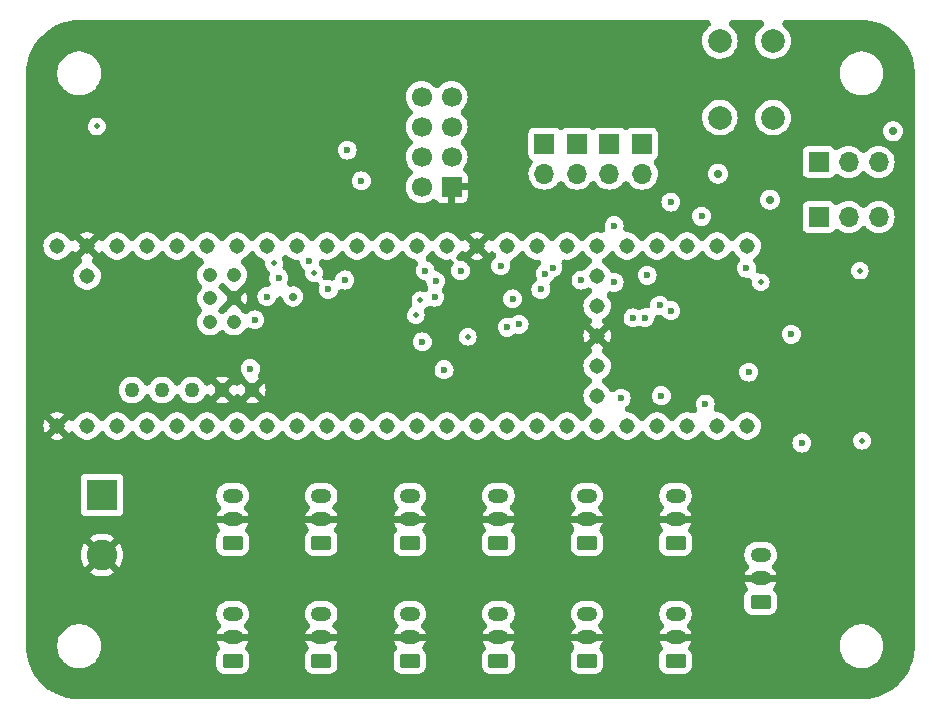
<source format=gbr>
%TF.GenerationSoftware,KiCad,Pcbnew,8.0.7*%
%TF.CreationDate,2024-12-25T21:29:49+07:00*%
%TF.ProjectId,Morphex-PCB,4d6f7270-6865-4782-9d50-43422e6b6963,rev?*%
%TF.SameCoordinates,Original*%
%TF.FileFunction,Copper,L3,Inr*%
%TF.FilePolarity,Positive*%
%FSLAX46Y46*%
G04 Gerber Fmt 4.6, Leading zero omitted, Abs format (unit mm)*
G04 Created by KiCad (PCBNEW 8.0.7) date 2024-12-25 21:29:49*
%MOMM*%
%LPD*%
G01*
G04 APERTURE LIST*
G04 Aperture macros list*
%AMRoundRect*
0 Rectangle with rounded corners*
0 $1 Rounding radius*
0 $2 $3 $4 $5 $6 $7 $8 $9 X,Y pos of 4 corners*
0 Add a 4 corners polygon primitive as box body*
4,1,4,$2,$3,$4,$5,$6,$7,$8,$9,$2,$3,0*
0 Add four circle primitives for the rounded corners*
1,1,$1+$1,$2,$3*
1,1,$1+$1,$4,$5*
1,1,$1+$1,$6,$7*
1,1,$1+$1,$8,$9*
0 Add four rect primitives between the rounded corners*
20,1,$1+$1,$2,$3,$4,$5,0*
20,1,$1+$1,$4,$5,$6,$7,0*
20,1,$1+$1,$6,$7,$8,$9,0*
20,1,$1+$1,$8,$9,$2,$3,0*%
G04 Aperture macros list end*
%TA.AperFunction,ComponentPad*%
%ADD10RoundRect,0.250000X0.625000X-0.350000X0.625000X0.350000X-0.625000X0.350000X-0.625000X-0.350000X0*%
%TD*%
%TA.AperFunction,ComponentPad*%
%ADD11O,1.750000X1.200000*%
%TD*%
%TA.AperFunction,ComponentPad*%
%ADD12R,1.700000X1.700000*%
%TD*%
%TA.AperFunction,ComponentPad*%
%ADD13O,1.700000X1.700000*%
%TD*%
%TA.AperFunction,ComponentPad*%
%ADD14C,1.700000*%
%TD*%
%TA.AperFunction,ComponentPad*%
%ADD15R,2.600000X2.600000*%
%TD*%
%TA.AperFunction,ComponentPad*%
%ADD16C,2.600000*%
%TD*%
%TA.AperFunction,ComponentPad*%
%ADD17C,2.000000*%
%TD*%
%TA.AperFunction,ComponentPad*%
%ADD18C,1.308000*%
%TD*%
%TA.AperFunction,ComponentPad*%
%ADD19C,1.258000*%
%TD*%
%TA.AperFunction,ComponentPad*%
%ADD20C,1.208000*%
%TD*%
%TA.AperFunction,ViaPad*%
%ADD21C,0.500000*%
%TD*%
%TA.AperFunction,ViaPad*%
%ADD22C,0.600000*%
%TD*%
%TA.AperFunction,ViaPad*%
%ADD23C,0.700000*%
%TD*%
G04 APERTURE END LIST*
D10*
%TO.N,VCC*%
%TO.C,servo11*%
X173000000Y-127250000D03*
D11*
%TO.N,GND*%
X173000000Y-125250000D03*
%TO.N,/from_servo*%
X173000000Y-123250000D03*
%TD*%
D10*
%TO.N,VCC*%
%TO.C,servo2*%
X173000000Y-117250000D03*
D11*
%TO.N,GND*%
X173000000Y-115250000D03*
%TO.N,/from_servo*%
X173000000Y-113250000D03*
%TD*%
D12*
%TO.N,+3.3V*%
%TO.C,3.3V*%
X185120000Y-85000000D03*
D13*
X187660000Y-85000000D03*
X190200000Y-85000000D03*
%TD*%
D12*
%TO.N,GND*%
%TO.C,U2*%
X154040000Y-87120000D03*
D14*
%TO.N,+3.3V*%
X151500000Y-87120000D03*
%TO.N,/NRF_CE*%
X154040000Y-84580000D03*
%TO.N,/NRF_CS*%
X151500000Y-84580000D03*
%TO.N,/NRF_SCK*%
X154040000Y-82040000D03*
%TO.N,/NRF_MOSI*%
X151500000Y-82040000D03*
%TO.N,/NRF_MISO*%
X154040000Y-79500000D03*
%TO.N,unconnected-(U2-IRQ-Pad8)*%
X151500000Y-79500000D03*
%TD*%
D12*
%TO.N,/tx2*%
%TO.C,J2*%
X161900000Y-83460000D03*
D13*
%TO.N,/rx2*%
X161900000Y-86000000D03*
%TD*%
D10*
%TO.N,VCC*%
%TO.C,servo6*%
X150500000Y-117250000D03*
D11*
%TO.N,GND*%
X150500000Y-115250000D03*
%TO.N,/from_servo*%
X150500000Y-113250000D03*
%TD*%
D10*
%TO.N,VCC*%
%TO.C,servo13*%
X135500000Y-117250000D03*
D11*
%TO.N,GND*%
X135500000Y-115250000D03*
%TO.N,/from_servo*%
X135500000Y-113250000D03*
%TD*%
D10*
%TO.N,VCC*%
%TO.C,servo10*%
X143000000Y-127250000D03*
D11*
%TO.N,GND*%
X143000000Y-125250000D03*
%TO.N,/from_servo*%
X143000000Y-123250000D03*
%TD*%
D12*
%TO.N,/tx8*%
%TO.C,J5*%
X170150000Y-83460000D03*
D13*
%TO.N,/rx8*%
X170150000Y-86000000D03*
%TD*%
D15*
%TO.N,VCC*%
%TO.C,Main Terminal*%
X124445000Y-113205000D03*
D16*
%TO.N,GND*%
X124445000Y-118285000D03*
%TD*%
D12*
%TO.N,/ctx3*%
%TO.C,J4*%
X167400000Y-83460000D03*
D13*
%TO.N,/crx3*%
X167400000Y-86000000D03*
%TD*%
D10*
%TO.N,VCC*%
%TO.C,servo5*%
X150500000Y-127250000D03*
D11*
%TO.N,GND*%
X150500000Y-125250000D03*
%TO.N,/from_servo*%
X150500000Y-123250000D03*
%TD*%
D10*
%TO.N,VCC*%
%TO.C,servo8*%
X165500000Y-127250000D03*
D11*
%TO.N,GND*%
X165500000Y-125250000D03*
%TO.N,/from_servo*%
X165500000Y-123250000D03*
%TD*%
D10*
%TO.N,VCC*%
%TO.C,servo3*%
X180200000Y-122250000D03*
D11*
%TO.N,GND*%
X180200000Y-120250000D03*
%TO.N,/from_servo*%
X180200000Y-118250000D03*
%TD*%
D12*
%TO.N,/tx7*%
%TO.C,J3*%
X164650000Y-83460000D03*
D13*
%TO.N,/rx7*%
X164650000Y-86000000D03*
%TD*%
D10*
%TO.N,VCC*%
%TO.C,servo7*%
X165500000Y-117250000D03*
D11*
%TO.N,GND*%
X165500000Y-115250000D03*
%TO.N,/from_servo*%
X165500000Y-113250000D03*
%TD*%
D17*
%TO.N,/BUTTON_PIN*%
%TO.C,SW1*%
X176750000Y-81250000D03*
X176750000Y-74750000D03*
%TO.N,Net-(R4-Pad1)*%
X181250000Y-81250000D03*
X181250000Y-74750000D03*
%TD*%
D10*
%TO.N,VCC*%
%TO.C,servo12*%
X158000000Y-127250000D03*
D11*
%TO.N,GND*%
X158000000Y-125250000D03*
%TO.N,/from_servo*%
X158000000Y-123250000D03*
%TD*%
D10*
%TO.N,VCC*%
%TO.C,servo9*%
X135500000Y-127250000D03*
D11*
%TO.N,GND*%
X135500000Y-125250000D03*
%TO.N,/from_servo*%
X135500000Y-123250000D03*
%TD*%
D10*
%TO.N,VCC*%
%TO.C,servo4*%
X143000000Y-117250000D03*
D11*
%TO.N,GND*%
X143000000Y-115250000D03*
%TO.N,/from_servo*%
X143000000Y-113250000D03*
%TD*%
D12*
%TO.N,+5V*%
%TO.C,5V*%
X185120000Y-89650000D03*
D13*
X187660000Y-89650000D03*
X190200000Y-89650000D03*
%TD*%
D10*
%TO.N,VCC*%
%TO.C,servo1*%
X158000000Y-117250000D03*
D11*
%TO.N,GND*%
X158000000Y-115250000D03*
%TO.N,/from_servo*%
X158000000Y-113250000D03*
%TD*%
D18*
%TO.N,/servo_rx1*%
%TO.C,U1*%
X123180000Y-107352500D03*
%TO.N,/servo_tx1*%
X125720000Y-107352500D03*
%TO.N,unconnected-(U1-OUT2-Pad2)*%
X128260000Y-107352500D03*
%TO.N,unconnected-(U1-LRCLK2-Pad3)*%
X130800000Y-107352500D03*
%TO.N,Net-(U1-3.3V-Pad3.3V_1)*%
X156200000Y-107352500D03*
X125720000Y-92112500D03*
X166360000Y-102272500D03*
%TO.N,unconnected-(U1-BCLK2-Pad4)*%
X133340000Y-107352500D03*
%TO.N,unconnected-(U1-IN2-Pad5)*%
X135880000Y-107352500D03*
D19*
%TO.N,unconnected-(U1-Pad5V)*%
X126990000Y-104302500D03*
D18*
%TO.N,unconnected-(U1-OUT1D-Pad6)*%
X138420000Y-107352500D03*
%TO.N,/rx2*%
X140960000Y-107352500D03*
%TO.N,/tx2*%
X143500000Y-107352500D03*
%TO.N,unconnected-(U1-OUT1C-Pad9)*%
X146040000Y-107352500D03*
%TO.N,/NRF_CS*%
X148580000Y-107352500D03*
%TO.N,/NRF_MOSI*%
X151120000Y-107352500D03*
%TO.N,/NRF_MISO*%
X153660000Y-107352500D03*
%TO.N,/NRF_SCK*%
X153660000Y-92112500D03*
%TO.N,/BNO_RESET*%
X151120000Y-92112500D03*
%TO.N,/BNO_INT*%
X148580000Y-92112500D03*
%TO.N,unconnected-(U1-A2-Pad16)*%
X146040000Y-92112500D03*
%TO.N,unconnected-(U1-A3-Pad17)*%
X143500000Y-92112500D03*
%TO.N,/SDA*%
X140960000Y-92112500D03*
%TO.N,/SCL*%
X138420000Y-92112500D03*
%TO.N,unconnected-(U1-A6-Pad20)*%
X135880000Y-92112500D03*
%TO.N,unconnected-(U1-A7-Pad21)*%
X133340000Y-92112500D03*
%TO.N,unconnected-(U1-A8-Pad22)*%
X130800000Y-92112500D03*
%TO.N,unconnected-(U1-A9-Pad23)*%
X128260000Y-92112500D03*
%TO.N,unconnected-(U1-A10-Pad24)*%
X158740000Y-107352500D03*
%TO.N,unconnected-(U1-A11-Pad25)*%
X161280000Y-107352500D03*
%TO.N,unconnected-(U1-A12-Pad26)*%
X163820000Y-107352500D03*
%TO.N,unconnected-(U1-A13-Pad27)*%
X166360000Y-107352500D03*
%TO.N,/rx7*%
X168900000Y-107352500D03*
%TO.N,/tx7*%
X171440000Y-107352500D03*
%TO.N,/crx3*%
X173980000Y-107352500D03*
%TO.N,/ctx3*%
X176520000Y-107352500D03*
%TO.N,unconnected-(U1-OUT1B-Pad32)*%
X179060000Y-107352500D03*
%TO.N,unconnected-(U1-MCLK2-Pad33)*%
X179060000Y-92112500D03*
%TO.N,/rx8*%
X176520000Y-92112500D03*
%TO.N,/tx8*%
X173980000Y-92112500D03*
%TO.N,unconnected-(U1-CS2-Pad36)*%
X171440000Y-92112500D03*
%TO.N,/BUTTON_PIN*%
X168900000Y-92112500D03*
%TO.N,unconnected-(U1-A14-Pad38)*%
X166360000Y-92112500D03*
%TO.N,unconnected-(U1-A15-Pad39)*%
X163820000Y-92112500D03*
%TO.N,/NRF_CE*%
X161280000Y-92112500D03*
%TO.N,/servo_dir*%
X158740000Y-92112500D03*
D19*
%TO.N,unconnected-(U1-PadD+)*%
X132070000Y-104302500D03*
%TO.N,unconnected-(U1-PadD-)*%
X129530000Y-104302500D03*
D18*
%TO.N,GND*%
X120640000Y-107352500D03*
X156200000Y-92112500D03*
X123180000Y-92112500D03*
X166360000Y-99732500D03*
D20*
X135610000Y-96562500D03*
%TO.N,unconnected-(U1-PadLED)*%
X133610000Y-96562500D03*
D18*
%TO.N,unconnected-(U1-PadON{slash}OFF)*%
X166360000Y-94652500D03*
%TO.N,unconnected-(U1-PadPROGRAM)*%
X166360000Y-97192500D03*
D20*
%TO.N,unconnected-(U1-PadR+)*%
X133610000Y-94562500D03*
%TO.N,unconnected-(U1-PadR-)*%
X135610000Y-94562500D03*
%TO.N,unconnected-(U1-PadT+)*%
X135610000Y-98562500D03*
%TO.N,unconnected-(U1-PadT-)*%
X133610000Y-98562500D03*
D19*
%TO.N,GND*%
X134610000Y-104302500D03*
X137150000Y-104302500D03*
D18*
%TO.N,unconnected-(U1-PadVBAT)*%
X166360000Y-104812500D03*
%TO.N,+5V*%
X120640000Y-92112500D03*
%TO.N,unconnected-(U1-PadVUSB)*%
X123180000Y-94652500D03*
%TD*%
D21*
%TO.N,GND*%
X157200000Y-89400000D03*
X187600000Y-94600000D03*
X150200000Y-95200000D03*
X173400000Y-100600000D03*
X183400000Y-114400000D03*
X157800000Y-97000000D03*
X131400000Y-98800000D03*
X182400000Y-106800000D03*
X179400000Y-96200000D03*
X159950000Y-103250000D03*
X185800000Y-81800000D03*
%TO.N,+5V*%
X139000000Y-93600000D03*
X151000000Y-98000000D03*
D22*
X145000000Y-95000000D03*
D23*
X181000000Y-88200000D03*
D21*
X124000000Y-82000000D03*
X151400000Y-96725000D03*
D23*
X176600000Y-86000000D03*
D21*
X142400000Y-94400000D03*
D22*
%TO.N,+3.3V*%
X175500000Y-105500000D03*
D23*
X191400000Y-82400000D03*
D21*
X180200000Y-95200000D03*
D22*
X146400000Y-86600000D03*
X171800000Y-104800000D03*
X137000000Y-102500000D03*
X137375000Y-98375000D03*
X183700000Y-108800000D03*
D21*
%TO.N,VCC*%
X188600000Y-94200000D03*
X188800000Y-108600000D03*
D22*
%TO.N,Net-(IC1-B3)*%
X151565380Y-100234620D03*
X159750000Y-98750000D03*
%TO.N,Net-(IC1-B1)*%
X158750000Y-99000000D03*
X152600000Y-96450000D03*
D23*
%TO.N,/servo_dir*%
X140600000Y-96400000D03*
D21*
%TO.N,/from_servo*%
X155400000Y-99800000D03*
D22*
%TO.N,Net-(U3-~{BOOT_LOAD_PIN})*%
X179000000Y-94000000D03*
X179200000Y-102800000D03*
%TO.N,/BNO_RESET*%
X154800000Y-94200000D03*
X182800000Y-99600000D03*
X151800000Y-94200000D03*
X158200000Y-93800000D03*
%TO.N,/NRF_MOSI*%
X145200000Y-84000000D03*
X161975499Y-94450000D03*
%TO.N,/rx8*%
X172600000Y-88400000D03*
X175200000Y-89600000D03*
%TO.N,/NRF_MISO*%
X162600000Y-93950000D03*
%TO.N,/SDA*%
X153400000Y-102600000D03*
%TO.N,/ctx3*%
X171659620Y-97140380D03*
X167800000Y-90400000D03*
X169400000Y-98200000D03*
%TO.N,/rx2*%
X139400000Y-94800000D03*
%TO.N,/crx3*%
X170400000Y-98200000D03*
X172600000Y-97600000D03*
%TO.N,/NRF_CS*%
X161600000Y-95800000D03*
%TO.N,/SCL*%
X142000000Y-93400000D03*
X159200000Y-96600000D03*
%TO.N,/BNO_INT*%
X143600000Y-95800000D03*
X152700000Y-95100000D03*
%TO.N,/tx2*%
X138400000Y-96400000D03*
%TO.N,/rx7*%
X165000000Y-95000000D03*
%TO.N,/tx7*%
X168400000Y-105000000D03*
X170600000Y-94600000D03*
X167800000Y-95200000D03*
%TD*%
%TA.AperFunction,Conductor*%
%TO.N,GND*%
G36*
X175791845Y-73020691D02*
G01*
X175885269Y-73078536D01*
X175951488Y-73166224D01*
X175981559Y-73271912D01*
X175971420Y-73381325D01*
X175922441Y-73479688D01*
X175867484Y-73535453D01*
X175730256Y-73642262D01*
X175730253Y-73642264D01*
X175561835Y-73825215D01*
X175425828Y-74033390D01*
X175425823Y-74033400D01*
X175325938Y-74261114D01*
X175325936Y-74261119D01*
X175264891Y-74502184D01*
X175244357Y-74750000D01*
X175264891Y-74997815D01*
X175264891Y-74997817D01*
X175264892Y-74997821D01*
X175286243Y-75082134D01*
X175325936Y-75238880D01*
X175325938Y-75238885D01*
X175425823Y-75466599D01*
X175425828Y-75466609D01*
X175561835Y-75674784D01*
X175730253Y-75857735D01*
X175730256Y-75857738D01*
X175926491Y-76010474D01*
X176145191Y-76128829D01*
X176380386Y-76209571D01*
X176625662Y-76250500D01*
X176625665Y-76250500D01*
X176874338Y-76250500D01*
X177058294Y-76219803D01*
X177119614Y-76209571D01*
X177354807Y-76128829D01*
X177354808Y-76128829D01*
X177397493Y-76105729D01*
X177573509Y-76010474D01*
X177769744Y-75857738D01*
X177938164Y-75674785D01*
X178074173Y-75466607D01*
X178174063Y-75238881D01*
X178235108Y-74997821D01*
X178255643Y-74750000D01*
X178235108Y-74502179D01*
X178174063Y-74261119D01*
X178074173Y-74033393D01*
X177938164Y-73825215D01*
X177769744Y-73642262D01*
X177632516Y-73535453D01*
X177559682Y-73453177D01*
X177521487Y-73350147D01*
X177523090Y-73240276D01*
X177564275Y-73138404D01*
X177639479Y-73058289D01*
X177738546Y-73010751D01*
X177816166Y-73000500D01*
X180183834Y-73000500D01*
X180291845Y-73020691D01*
X180385269Y-73078536D01*
X180451488Y-73166224D01*
X180481559Y-73271912D01*
X180471420Y-73381325D01*
X180422441Y-73479688D01*
X180367484Y-73535453D01*
X180230256Y-73642262D01*
X180230253Y-73642264D01*
X180061835Y-73825215D01*
X179925828Y-74033390D01*
X179925823Y-74033400D01*
X179825938Y-74261114D01*
X179825936Y-74261119D01*
X179764891Y-74502184D01*
X179744357Y-74750000D01*
X179764891Y-74997815D01*
X179764891Y-74997817D01*
X179764892Y-74997821D01*
X179786243Y-75082134D01*
X179825936Y-75238880D01*
X179825938Y-75238885D01*
X179925823Y-75466599D01*
X179925828Y-75466609D01*
X180061835Y-75674784D01*
X180230253Y-75857735D01*
X180230256Y-75857738D01*
X180426491Y-76010474D01*
X180645191Y-76128829D01*
X180880386Y-76209571D01*
X181125662Y-76250500D01*
X181125665Y-76250500D01*
X181374338Y-76250500D01*
X181558294Y-76219803D01*
X181619614Y-76209571D01*
X181854807Y-76128829D01*
X181854808Y-76128829D01*
X181897493Y-76105729D01*
X182073509Y-76010474D01*
X182269744Y-75857738D01*
X182438164Y-75674785D01*
X182574173Y-75466607D01*
X182674063Y-75238881D01*
X182735108Y-74997821D01*
X182755643Y-74750000D01*
X182735108Y-74502179D01*
X182674063Y-74261119D01*
X182574173Y-74033393D01*
X182438164Y-73825215D01*
X182269744Y-73642262D01*
X182132516Y-73535453D01*
X182059682Y-73453177D01*
X182021487Y-73350147D01*
X182023090Y-73240276D01*
X182064275Y-73138404D01*
X182139479Y-73058289D01*
X182238546Y-73010751D01*
X182316166Y-73000500D01*
X188684108Y-73000500D01*
X188743486Y-73000500D01*
X188756527Y-73000784D01*
X189129114Y-73017052D01*
X189155091Y-73019324D01*
X189518393Y-73067154D01*
X189544072Y-73071683D01*
X189901819Y-73150994D01*
X189926999Y-73157740D01*
X190276492Y-73267934D01*
X190300959Y-73276839D01*
X190639510Y-73417072D01*
X190663150Y-73428096D01*
X190988172Y-73597292D01*
X191010761Y-73610334D01*
X191319788Y-73807205D01*
X191341154Y-73822165D01*
X191414338Y-73878320D01*
X191631866Y-74045236D01*
X191651847Y-74062003D01*
X191922001Y-74309553D01*
X191940446Y-74327998D01*
X192187996Y-74598152D01*
X192204763Y-74618133D01*
X192427833Y-74908843D01*
X192442794Y-74930211D01*
X192639665Y-75239238D01*
X192652707Y-75261827D01*
X192821903Y-75586849D01*
X192832927Y-75610489D01*
X192903039Y-75779754D01*
X192935341Y-75857738D01*
X192973152Y-75949020D01*
X192982069Y-75973520D01*
X193077838Y-76277262D01*
X193092255Y-76322986D01*
X193099005Y-76348180D01*
X193178316Y-76705927D01*
X193182846Y-76731616D01*
X193230674Y-77094906D01*
X193232947Y-77120890D01*
X193249215Y-77493471D01*
X193249500Y-77506514D01*
X193249500Y-125993485D01*
X193249215Y-126006528D01*
X193232947Y-126379109D01*
X193230674Y-126405093D01*
X193182846Y-126768383D01*
X193178316Y-126794072D01*
X193099005Y-127151819D01*
X193092255Y-127177013D01*
X192982074Y-127526466D01*
X192973152Y-127550979D01*
X192832927Y-127889510D01*
X192821903Y-127913150D01*
X192652707Y-128238172D01*
X192639665Y-128260761D01*
X192442794Y-128569788D01*
X192427833Y-128591156D01*
X192204763Y-128881866D01*
X192187996Y-128901847D01*
X191940446Y-129172001D01*
X191922001Y-129190446D01*
X191651847Y-129437996D01*
X191631866Y-129454763D01*
X191341156Y-129677833D01*
X191319788Y-129692794D01*
X191010761Y-129889665D01*
X190988172Y-129902707D01*
X190663150Y-130071903D01*
X190639510Y-130082927D01*
X190300979Y-130223152D01*
X190276471Y-130232071D01*
X190116837Y-130282404D01*
X189927013Y-130342255D01*
X189901819Y-130349005D01*
X189544072Y-130428316D01*
X189518383Y-130432846D01*
X189155093Y-130480674D01*
X189129109Y-130482947D01*
X188787808Y-130497849D01*
X188756526Y-130499215D01*
X188743486Y-130499500D01*
X122506514Y-130499500D01*
X122493473Y-130499215D01*
X122460266Y-130497765D01*
X122120890Y-130482947D01*
X122094906Y-130480674D01*
X121731616Y-130432846D01*
X121705927Y-130428316D01*
X121348180Y-130349005D01*
X121322986Y-130342255D01*
X121309116Y-130337882D01*
X120973520Y-130232069D01*
X120949028Y-130223155D01*
X120779754Y-130153039D01*
X120610489Y-130082927D01*
X120586849Y-130071903D01*
X120261827Y-129902707D01*
X120239238Y-129889665D01*
X119930211Y-129692794D01*
X119908843Y-129677833D01*
X119618133Y-129454763D01*
X119598152Y-129437996D01*
X119327998Y-129190446D01*
X119309553Y-129172001D01*
X119062003Y-128901847D01*
X119045236Y-128881866D01*
X118822166Y-128591156D01*
X118807205Y-128569788D01*
X118610334Y-128260761D01*
X118597292Y-128238172D01*
X118428096Y-127913150D01*
X118417072Y-127889510D01*
X118276839Y-127550959D01*
X118267934Y-127526492D01*
X118157740Y-127176999D01*
X118150994Y-127151819D01*
X118071683Y-126794072D01*
X118067153Y-126768383D01*
X118019325Y-126405093D01*
X118017052Y-126379108D01*
X118013916Y-126307288D01*
X118000785Y-126006527D01*
X118000500Y-125993485D01*
X118000500Y-125878712D01*
X120649500Y-125878712D01*
X120649500Y-126121288D01*
X120681162Y-126361789D01*
X120699800Y-126431345D01*
X120743947Y-126596104D01*
X120806536Y-126747206D01*
X120825948Y-126794072D01*
X120836777Y-126820214D01*
X120958061Y-127030284D01*
X120958063Y-127030288D01*
X121105729Y-127222731D01*
X121105732Y-127222735D01*
X121105735Y-127222738D01*
X121277262Y-127394265D01*
X121277265Y-127394267D01*
X121277268Y-127394270D01*
X121449550Y-127526466D01*
X121469711Y-127541936D01*
X121679788Y-127663224D01*
X121903900Y-127756054D01*
X122138211Y-127818838D01*
X122350732Y-127846816D01*
X122378711Y-127850500D01*
X122378712Y-127850500D01*
X122621289Y-127850500D01*
X122643986Y-127847511D01*
X122861789Y-127818838D01*
X123096100Y-127756054D01*
X123320212Y-127663224D01*
X123530289Y-127541936D01*
X123722738Y-127394265D01*
X123894265Y-127222738D01*
X124041936Y-127030289D01*
X124163224Y-126820212D01*
X124256054Y-126596100D01*
X124318838Y-126361789D01*
X124350500Y-126121288D01*
X124350500Y-125878712D01*
X124318838Y-125638211D01*
X124256054Y-125403900D01*
X124163224Y-125179788D01*
X124041936Y-124969711D01*
X124026811Y-124950000D01*
X123894270Y-124777268D01*
X123894267Y-124777265D01*
X123894265Y-124777262D01*
X123722738Y-124605735D01*
X123722735Y-124605732D01*
X123722731Y-124605729D01*
X123530288Y-124458063D01*
X123530284Y-124458061D01*
X123320214Y-124336777D01*
X123096104Y-124243947D01*
X123076889Y-124238798D01*
X122861789Y-124181162D01*
X122665595Y-124155333D01*
X122621289Y-124149500D01*
X122621288Y-124149500D01*
X122378712Y-124149500D01*
X122378711Y-124149500D01*
X122334405Y-124155333D01*
X122138211Y-124181162D01*
X122100630Y-124191232D01*
X121903895Y-124243947D01*
X121679785Y-124336777D01*
X121469715Y-124458061D01*
X121469711Y-124458063D01*
X121277268Y-124605729D01*
X121277256Y-124605740D01*
X121105740Y-124777256D01*
X121105729Y-124777268D01*
X120958063Y-124969711D01*
X120958061Y-124969715D01*
X120836777Y-125179785D01*
X120743947Y-125403895D01*
X120708845Y-125534896D01*
X120681162Y-125638211D01*
X120649500Y-125878712D01*
X118000500Y-125878712D01*
X118000500Y-123163387D01*
X134124500Y-123163387D01*
X134124500Y-123336612D01*
X134151598Y-123507703D01*
X134205125Y-123672442D01*
X134205130Y-123672452D01*
X134283763Y-123826780D01*
X134283768Y-123826788D01*
X134385585Y-123966927D01*
X134457586Y-124038928D01*
X134519684Y-124129581D01*
X134544842Y-124236544D01*
X134529661Y-124345373D01*
X134476192Y-124441368D01*
X134457587Y-124461777D01*
X134385969Y-124533395D01*
X134385965Y-124533400D01*
X134284198Y-124673471D01*
X134205588Y-124827752D01*
X134205587Y-124827753D01*
X134165867Y-124949999D01*
X134165868Y-124950000D01*
X135269670Y-124950000D01*
X135199925Y-125019745D01*
X135150556Y-125105255D01*
X135125000Y-125200630D01*
X135125000Y-125299370D01*
X135150556Y-125394745D01*
X135199925Y-125480255D01*
X135269670Y-125550000D01*
X134165868Y-125550000D01*
X134205587Y-125672246D01*
X134205588Y-125672247D01*
X134284198Y-125826527D01*
X134387803Y-125969130D01*
X134434954Y-126068381D01*
X134443069Y-126177964D01*
X134411049Y-126283077D01*
X134357331Y-126356300D01*
X134282288Y-126431343D01*
X134282287Y-126431345D01*
X134190187Y-126580662D01*
X134190183Y-126580670D01*
X134135002Y-126747197D01*
X134135000Y-126747205D01*
X134130213Y-126794072D01*
X134124501Y-126849988D01*
X134124500Y-126849995D01*
X134124500Y-127650011D01*
X134135000Y-127752793D01*
X134135000Y-127752795D01*
X134135001Y-127752797D01*
X134156885Y-127818837D01*
X134190187Y-127919337D01*
X134282287Y-128068654D01*
X134282287Y-128068655D01*
X134406344Y-128192712D01*
X134555662Y-128284812D01*
X134555670Y-128284816D01*
X134719335Y-128339048D01*
X134722203Y-128339999D01*
X134824991Y-128350500D01*
X136175008Y-128350499D01*
X136175011Y-128350499D01*
X136219060Y-128345999D01*
X136277797Y-128339999D01*
X136444334Y-128284814D01*
X136593656Y-128192712D01*
X136717712Y-128068656D01*
X136809814Y-127919334D01*
X136864999Y-127752797D01*
X136875500Y-127650009D01*
X136875499Y-126849992D01*
X136864999Y-126747203D01*
X136809814Y-126580666D01*
X136717712Y-126431344D01*
X136642668Y-126356300D01*
X136580571Y-126265648D01*
X136555413Y-126158685D01*
X136570594Y-126049856D01*
X136612197Y-125969129D01*
X136715801Y-125826528D01*
X136794411Y-125672247D01*
X136794412Y-125672246D01*
X136834132Y-125550000D01*
X135730330Y-125550000D01*
X135800075Y-125480255D01*
X135849444Y-125394745D01*
X135875000Y-125299370D01*
X135875000Y-125200630D01*
X135849444Y-125105255D01*
X135800075Y-125019745D01*
X135730330Y-124950000D01*
X136834132Y-124950000D01*
X136834132Y-124949999D01*
X136794412Y-124827753D01*
X136794411Y-124827752D01*
X136715801Y-124673471D01*
X136614034Y-124533400D01*
X136614031Y-124533396D01*
X136542413Y-124461778D01*
X136480315Y-124371125D01*
X136455157Y-124264162D01*
X136470338Y-124155333D01*
X136523807Y-124059338D01*
X136542403Y-124038938D01*
X136614414Y-123966928D01*
X136716232Y-123826788D01*
X136794873Y-123672445D01*
X136848402Y-123507701D01*
X136875500Y-123336611D01*
X136875500Y-123163389D01*
X136875500Y-123163387D01*
X141624500Y-123163387D01*
X141624500Y-123336612D01*
X141651598Y-123507703D01*
X141705125Y-123672442D01*
X141705130Y-123672452D01*
X141783763Y-123826780D01*
X141783768Y-123826788D01*
X141885585Y-123966927D01*
X141957586Y-124038928D01*
X142019684Y-124129581D01*
X142044842Y-124236544D01*
X142029661Y-124345373D01*
X141976192Y-124441368D01*
X141957587Y-124461777D01*
X141885969Y-124533395D01*
X141885965Y-124533400D01*
X141784198Y-124673471D01*
X141705588Y-124827752D01*
X141705587Y-124827753D01*
X141665867Y-124949999D01*
X141665868Y-124950000D01*
X142769670Y-124950000D01*
X142699925Y-125019745D01*
X142650556Y-125105255D01*
X142625000Y-125200630D01*
X142625000Y-125299370D01*
X142650556Y-125394745D01*
X142699925Y-125480255D01*
X142769670Y-125550000D01*
X141665868Y-125550000D01*
X141705587Y-125672246D01*
X141705588Y-125672247D01*
X141784198Y-125826527D01*
X141887803Y-125969130D01*
X141934954Y-126068381D01*
X141943069Y-126177964D01*
X141911049Y-126283077D01*
X141857331Y-126356300D01*
X141782288Y-126431343D01*
X141782287Y-126431345D01*
X141690187Y-126580662D01*
X141690183Y-126580670D01*
X141635002Y-126747197D01*
X141635000Y-126747205D01*
X141630213Y-126794072D01*
X141624501Y-126849988D01*
X141624500Y-126849995D01*
X141624500Y-127650011D01*
X141635000Y-127752793D01*
X141635000Y-127752795D01*
X141635001Y-127752797D01*
X141656885Y-127818837D01*
X141690187Y-127919337D01*
X141782287Y-128068654D01*
X141782287Y-128068655D01*
X141906344Y-128192712D01*
X142055662Y-128284812D01*
X142055670Y-128284816D01*
X142219335Y-128339048D01*
X142222203Y-128339999D01*
X142324991Y-128350500D01*
X143675008Y-128350499D01*
X143675011Y-128350499D01*
X143719060Y-128345999D01*
X143777797Y-128339999D01*
X143944334Y-128284814D01*
X144093656Y-128192712D01*
X144217712Y-128068656D01*
X144309814Y-127919334D01*
X144364999Y-127752797D01*
X144375500Y-127650009D01*
X144375499Y-126849992D01*
X144364999Y-126747203D01*
X144309814Y-126580666D01*
X144217712Y-126431344D01*
X144142668Y-126356300D01*
X144080571Y-126265648D01*
X144055413Y-126158685D01*
X144070594Y-126049856D01*
X144112197Y-125969129D01*
X144215801Y-125826528D01*
X144294411Y-125672247D01*
X144294412Y-125672246D01*
X144334132Y-125550000D01*
X143230330Y-125550000D01*
X143300075Y-125480255D01*
X143349444Y-125394745D01*
X143375000Y-125299370D01*
X143375000Y-125200630D01*
X143349444Y-125105255D01*
X143300075Y-125019745D01*
X143230330Y-124950000D01*
X144334132Y-124950000D01*
X144334132Y-124949999D01*
X144294412Y-124827753D01*
X144294411Y-124827752D01*
X144215801Y-124673471D01*
X144114034Y-124533400D01*
X144114031Y-124533396D01*
X144042413Y-124461778D01*
X143980315Y-124371125D01*
X143955157Y-124264162D01*
X143970338Y-124155333D01*
X144023807Y-124059338D01*
X144042403Y-124038938D01*
X144114414Y-123966928D01*
X144216232Y-123826788D01*
X144294873Y-123672445D01*
X144348402Y-123507701D01*
X144375500Y-123336611D01*
X144375500Y-123163389D01*
X144375500Y-123163387D01*
X149124500Y-123163387D01*
X149124500Y-123336612D01*
X149151598Y-123507703D01*
X149205125Y-123672442D01*
X149205130Y-123672452D01*
X149283763Y-123826780D01*
X149283768Y-123826788D01*
X149385585Y-123966927D01*
X149457586Y-124038928D01*
X149519684Y-124129581D01*
X149544842Y-124236544D01*
X149529661Y-124345373D01*
X149476192Y-124441368D01*
X149457587Y-124461777D01*
X149385969Y-124533395D01*
X149385965Y-124533400D01*
X149284198Y-124673471D01*
X149205588Y-124827752D01*
X149205587Y-124827753D01*
X149165867Y-124949999D01*
X149165868Y-124950000D01*
X150269670Y-124950000D01*
X150199925Y-125019745D01*
X150150556Y-125105255D01*
X150125000Y-125200630D01*
X150125000Y-125299370D01*
X150150556Y-125394745D01*
X150199925Y-125480255D01*
X150269670Y-125550000D01*
X149165868Y-125550000D01*
X149205587Y-125672246D01*
X149205588Y-125672247D01*
X149284198Y-125826527D01*
X149387803Y-125969130D01*
X149434954Y-126068381D01*
X149443069Y-126177964D01*
X149411049Y-126283077D01*
X149357331Y-126356300D01*
X149282288Y-126431343D01*
X149282287Y-126431345D01*
X149190187Y-126580662D01*
X149190183Y-126580670D01*
X149135002Y-126747197D01*
X149135000Y-126747205D01*
X149130213Y-126794072D01*
X149124501Y-126849988D01*
X149124500Y-126849995D01*
X149124500Y-127650011D01*
X149135000Y-127752793D01*
X149135000Y-127752795D01*
X149135001Y-127752797D01*
X149156885Y-127818837D01*
X149190187Y-127919337D01*
X149282287Y-128068654D01*
X149282287Y-128068655D01*
X149406344Y-128192712D01*
X149555662Y-128284812D01*
X149555670Y-128284816D01*
X149719335Y-128339048D01*
X149722203Y-128339999D01*
X149824991Y-128350500D01*
X151175008Y-128350499D01*
X151175011Y-128350499D01*
X151219060Y-128345999D01*
X151277797Y-128339999D01*
X151444334Y-128284814D01*
X151593656Y-128192712D01*
X151717712Y-128068656D01*
X151809814Y-127919334D01*
X151864999Y-127752797D01*
X151875500Y-127650009D01*
X151875499Y-126849992D01*
X151864999Y-126747203D01*
X151809814Y-126580666D01*
X151717712Y-126431344D01*
X151642668Y-126356300D01*
X151580571Y-126265648D01*
X151555413Y-126158685D01*
X151570594Y-126049856D01*
X151612197Y-125969129D01*
X151715801Y-125826528D01*
X151794411Y-125672247D01*
X151794412Y-125672246D01*
X151834132Y-125550000D01*
X150730330Y-125550000D01*
X150800075Y-125480255D01*
X150849444Y-125394745D01*
X150875000Y-125299370D01*
X150875000Y-125200630D01*
X150849444Y-125105255D01*
X150800075Y-125019745D01*
X150730330Y-124950000D01*
X151834132Y-124950000D01*
X151834132Y-124949999D01*
X151794412Y-124827753D01*
X151794411Y-124827752D01*
X151715801Y-124673471D01*
X151614034Y-124533400D01*
X151614031Y-124533396D01*
X151542413Y-124461778D01*
X151480315Y-124371125D01*
X151455157Y-124264162D01*
X151470338Y-124155333D01*
X151523807Y-124059338D01*
X151542403Y-124038938D01*
X151614414Y-123966928D01*
X151716232Y-123826788D01*
X151794873Y-123672445D01*
X151848402Y-123507701D01*
X151875500Y-123336611D01*
X151875500Y-123163389D01*
X151875500Y-123163387D01*
X156624500Y-123163387D01*
X156624500Y-123336612D01*
X156651598Y-123507703D01*
X156705125Y-123672442D01*
X156705130Y-123672452D01*
X156783763Y-123826780D01*
X156783768Y-123826788D01*
X156885585Y-123966927D01*
X156957586Y-124038928D01*
X157019684Y-124129581D01*
X157044842Y-124236544D01*
X157029661Y-124345373D01*
X156976192Y-124441368D01*
X156957587Y-124461777D01*
X156885969Y-124533395D01*
X156885965Y-124533400D01*
X156784198Y-124673471D01*
X156705588Y-124827752D01*
X156705587Y-124827753D01*
X156665867Y-124949999D01*
X156665868Y-124950000D01*
X157769670Y-124950000D01*
X157699925Y-125019745D01*
X157650556Y-125105255D01*
X157625000Y-125200630D01*
X157625000Y-125299370D01*
X157650556Y-125394745D01*
X157699925Y-125480255D01*
X157769670Y-125550000D01*
X156665868Y-125550000D01*
X156705587Y-125672246D01*
X156705588Y-125672247D01*
X156784198Y-125826527D01*
X156887803Y-125969130D01*
X156934954Y-126068381D01*
X156943069Y-126177964D01*
X156911049Y-126283077D01*
X156857331Y-126356300D01*
X156782288Y-126431343D01*
X156782287Y-126431345D01*
X156690187Y-126580662D01*
X156690183Y-126580670D01*
X156635002Y-126747197D01*
X156635000Y-126747205D01*
X156630213Y-126794072D01*
X156624501Y-126849988D01*
X156624500Y-126849995D01*
X156624500Y-127650011D01*
X156635000Y-127752793D01*
X156635000Y-127752795D01*
X156635001Y-127752797D01*
X156656885Y-127818837D01*
X156690187Y-127919337D01*
X156782287Y-128068654D01*
X156782287Y-128068655D01*
X156906344Y-128192712D01*
X157055662Y-128284812D01*
X157055670Y-128284816D01*
X157219335Y-128339048D01*
X157222203Y-128339999D01*
X157324991Y-128350500D01*
X158675008Y-128350499D01*
X158675011Y-128350499D01*
X158719060Y-128345999D01*
X158777797Y-128339999D01*
X158944334Y-128284814D01*
X159093656Y-128192712D01*
X159217712Y-128068656D01*
X159309814Y-127919334D01*
X159364999Y-127752797D01*
X159375500Y-127650009D01*
X159375499Y-126849992D01*
X159364999Y-126747203D01*
X159309814Y-126580666D01*
X159217712Y-126431344D01*
X159142668Y-126356300D01*
X159080571Y-126265648D01*
X159055413Y-126158685D01*
X159070594Y-126049856D01*
X159112197Y-125969129D01*
X159215801Y-125826528D01*
X159294411Y-125672247D01*
X159294412Y-125672246D01*
X159334132Y-125550000D01*
X158230330Y-125550000D01*
X158300075Y-125480255D01*
X158349444Y-125394745D01*
X158375000Y-125299370D01*
X158375000Y-125200630D01*
X158349444Y-125105255D01*
X158300075Y-125019745D01*
X158230330Y-124950000D01*
X159334132Y-124950000D01*
X159334132Y-124949999D01*
X159294412Y-124827753D01*
X159294411Y-124827752D01*
X159215801Y-124673471D01*
X159114034Y-124533400D01*
X159114031Y-124533396D01*
X159042413Y-124461778D01*
X158980315Y-124371125D01*
X158955157Y-124264162D01*
X158970338Y-124155333D01*
X159023807Y-124059338D01*
X159042403Y-124038938D01*
X159114414Y-123966928D01*
X159216232Y-123826788D01*
X159294873Y-123672445D01*
X159348402Y-123507701D01*
X159375500Y-123336611D01*
X159375500Y-123163389D01*
X159375500Y-123163387D01*
X164124500Y-123163387D01*
X164124500Y-123336612D01*
X164151598Y-123507703D01*
X164205125Y-123672442D01*
X164205130Y-123672452D01*
X164283763Y-123826780D01*
X164283768Y-123826788D01*
X164385585Y-123966927D01*
X164457586Y-124038928D01*
X164519684Y-124129581D01*
X164544842Y-124236544D01*
X164529661Y-124345373D01*
X164476192Y-124441368D01*
X164457587Y-124461777D01*
X164385969Y-124533395D01*
X164385965Y-124533400D01*
X164284198Y-124673471D01*
X164205588Y-124827752D01*
X164205587Y-124827753D01*
X164165867Y-124949999D01*
X164165868Y-124950000D01*
X165269670Y-124950000D01*
X165199925Y-125019745D01*
X165150556Y-125105255D01*
X165125000Y-125200630D01*
X165125000Y-125299370D01*
X165150556Y-125394745D01*
X165199925Y-125480255D01*
X165269670Y-125550000D01*
X164165868Y-125550000D01*
X164205587Y-125672246D01*
X164205588Y-125672247D01*
X164284198Y-125826527D01*
X164387803Y-125969130D01*
X164434954Y-126068381D01*
X164443069Y-126177964D01*
X164411049Y-126283077D01*
X164357331Y-126356300D01*
X164282288Y-126431343D01*
X164282287Y-126431345D01*
X164190187Y-126580662D01*
X164190183Y-126580670D01*
X164135002Y-126747197D01*
X164135000Y-126747205D01*
X164130213Y-126794072D01*
X164124501Y-126849988D01*
X164124500Y-126849995D01*
X164124500Y-127650011D01*
X164135000Y-127752793D01*
X164135000Y-127752795D01*
X164135001Y-127752797D01*
X164156885Y-127818837D01*
X164190187Y-127919337D01*
X164282287Y-128068654D01*
X164282287Y-128068655D01*
X164406344Y-128192712D01*
X164555662Y-128284812D01*
X164555670Y-128284816D01*
X164719335Y-128339048D01*
X164722203Y-128339999D01*
X164824991Y-128350500D01*
X166175008Y-128350499D01*
X166175011Y-128350499D01*
X166219060Y-128345999D01*
X166277797Y-128339999D01*
X166444334Y-128284814D01*
X166593656Y-128192712D01*
X166717712Y-128068656D01*
X166809814Y-127919334D01*
X166864999Y-127752797D01*
X166875500Y-127650009D01*
X166875499Y-126849992D01*
X166864999Y-126747203D01*
X166809814Y-126580666D01*
X166717712Y-126431344D01*
X166642668Y-126356300D01*
X166580571Y-126265648D01*
X166555413Y-126158685D01*
X166570594Y-126049856D01*
X166612197Y-125969129D01*
X166715801Y-125826528D01*
X166794411Y-125672247D01*
X166794412Y-125672246D01*
X166834132Y-125550000D01*
X165730330Y-125550000D01*
X165800075Y-125480255D01*
X165849444Y-125394745D01*
X165875000Y-125299370D01*
X165875000Y-125200630D01*
X165849444Y-125105255D01*
X165800075Y-125019745D01*
X165730330Y-124950000D01*
X166834132Y-124950000D01*
X166834132Y-124949999D01*
X166794412Y-124827753D01*
X166794411Y-124827752D01*
X166715801Y-124673471D01*
X166614034Y-124533400D01*
X166614031Y-124533396D01*
X166542413Y-124461778D01*
X166480315Y-124371125D01*
X166455157Y-124264162D01*
X166470338Y-124155333D01*
X166523807Y-124059338D01*
X166542403Y-124038938D01*
X166614414Y-123966928D01*
X166716232Y-123826788D01*
X166794873Y-123672445D01*
X166848402Y-123507701D01*
X166875500Y-123336611D01*
X166875500Y-123163389D01*
X166875500Y-123163387D01*
X171624500Y-123163387D01*
X171624500Y-123336612D01*
X171651598Y-123507703D01*
X171705125Y-123672442D01*
X171705130Y-123672452D01*
X171783763Y-123826780D01*
X171783768Y-123826788D01*
X171885585Y-123966927D01*
X171957586Y-124038928D01*
X172019684Y-124129581D01*
X172044842Y-124236544D01*
X172029661Y-124345373D01*
X171976192Y-124441368D01*
X171957587Y-124461777D01*
X171885969Y-124533395D01*
X171885965Y-124533400D01*
X171784198Y-124673471D01*
X171705588Y-124827752D01*
X171705587Y-124827753D01*
X171665867Y-124949999D01*
X171665868Y-124950000D01*
X172769670Y-124950000D01*
X172699925Y-125019745D01*
X172650556Y-125105255D01*
X172625000Y-125200630D01*
X172625000Y-125299370D01*
X172650556Y-125394745D01*
X172699925Y-125480255D01*
X172769670Y-125550000D01*
X171665868Y-125550000D01*
X171705587Y-125672246D01*
X171705588Y-125672247D01*
X171784198Y-125826527D01*
X171887803Y-125969130D01*
X171934954Y-126068381D01*
X171943069Y-126177964D01*
X171911049Y-126283077D01*
X171857331Y-126356300D01*
X171782288Y-126431343D01*
X171782287Y-126431345D01*
X171690187Y-126580662D01*
X171690183Y-126580670D01*
X171635002Y-126747197D01*
X171635000Y-126747205D01*
X171630213Y-126794072D01*
X171624501Y-126849988D01*
X171624500Y-126849995D01*
X171624500Y-127650011D01*
X171635000Y-127752793D01*
X171635000Y-127752795D01*
X171635001Y-127752797D01*
X171656885Y-127818837D01*
X171690187Y-127919337D01*
X171782287Y-128068654D01*
X171782287Y-128068655D01*
X171906344Y-128192712D01*
X172055662Y-128284812D01*
X172055670Y-128284816D01*
X172219335Y-128339048D01*
X172222203Y-128339999D01*
X172324991Y-128350500D01*
X173675008Y-128350499D01*
X173675011Y-128350499D01*
X173719060Y-128345999D01*
X173777797Y-128339999D01*
X173944334Y-128284814D01*
X174093656Y-128192712D01*
X174217712Y-128068656D01*
X174309814Y-127919334D01*
X174364999Y-127752797D01*
X174375500Y-127650009D01*
X174375499Y-126849992D01*
X174364999Y-126747203D01*
X174309814Y-126580666D01*
X174217712Y-126431344D01*
X174142668Y-126356300D01*
X174080571Y-126265648D01*
X174055413Y-126158685D01*
X174070594Y-126049856D01*
X174112197Y-125969129D01*
X174177888Y-125878712D01*
X186899500Y-125878712D01*
X186899500Y-126121288D01*
X186931162Y-126361789D01*
X186949800Y-126431345D01*
X186993947Y-126596104D01*
X187056536Y-126747206D01*
X187075948Y-126794072D01*
X187086777Y-126820214D01*
X187208061Y-127030284D01*
X187208063Y-127030288D01*
X187355729Y-127222731D01*
X187355732Y-127222735D01*
X187355735Y-127222738D01*
X187527262Y-127394265D01*
X187527265Y-127394267D01*
X187527268Y-127394270D01*
X187699550Y-127526466D01*
X187719711Y-127541936D01*
X187929788Y-127663224D01*
X188153900Y-127756054D01*
X188388211Y-127818838D01*
X188600732Y-127846816D01*
X188628711Y-127850500D01*
X188628712Y-127850500D01*
X188871289Y-127850500D01*
X188893986Y-127847511D01*
X189111789Y-127818838D01*
X189346100Y-127756054D01*
X189570212Y-127663224D01*
X189780289Y-127541936D01*
X189972738Y-127394265D01*
X190144265Y-127222738D01*
X190291936Y-127030289D01*
X190413224Y-126820212D01*
X190506054Y-126596100D01*
X190568838Y-126361789D01*
X190600500Y-126121288D01*
X190600500Y-125878712D01*
X190568838Y-125638211D01*
X190506054Y-125403900D01*
X190413224Y-125179788D01*
X190291936Y-124969711D01*
X190276811Y-124950000D01*
X190144270Y-124777268D01*
X190144267Y-124777265D01*
X190144265Y-124777262D01*
X189972738Y-124605735D01*
X189972735Y-124605732D01*
X189972731Y-124605729D01*
X189780288Y-124458063D01*
X189780284Y-124458061D01*
X189570214Y-124336777D01*
X189346104Y-124243947D01*
X189326889Y-124238798D01*
X189111789Y-124181162D01*
X188915595Y-124155333D01*
X188871289Y-124149500D01*
X188871288Y-124149500D01*
X188628712Y-124149500D01*
X188628711Y-124149500D01*
X188584405Y-124155333D01*
X188388211Y-124181162D01*
X188350630Y-124191232D01*
X188153895Y-124243947D01*
X187929785Y-124336777D01*
X187719715Y-124458061D01*
X187719711Y-124458063D01*
X187527268Y-124605729D01*
X187527256Y-124605740D01*
X187355740Y-124777256D01*
X187355729Y-124777268D01*
X187208063Y-124969711D01*
X187208061Y-124969715D01*
X187086777Y-125179785D01*
X186993947Y-125403895D01*
X186958845Y-125534896D01*
X186931162Y-125638211D01*
X186899500Y-125878712D01*
X174177888Y-125878712D01*
X174215801Y-125826528D01*
X174294411Y-125672247D01*
X174294412Y-125672246D01*
X174334132Y-125550000D01*
X173230330Y-125550000D01*
X173300075Y-125480255D01*
X173349444Y-125394745D01*
X173375000Y-125299370D01*
X173375000Y-125200630D01*
X173349444Y-125105255D01*
X173300075Y-125019745D01*
X173230330Y-124950000D01*
X174334132Y-124950000D01*
X174334132Y-124949999D01*
X174294412Y-124827753D01*
X174294411Y-124827752D01*
X174215801Y-124673471D01*
X174114034Y-124533400D01*
X174114031Y-124533396D01*
X174042413Y-124461778D01*
X173980315Y-124371125D01*
X173955157Y-124264162D01*
X173970338Y-124155333D01*
X174023807Y-124059338D01*
X174042403Y-124038938D01*
X174114414Y-123966928D01*
X174216232Y-123826788D01*
X174294873Y-123672445D01*
X174348402Y-123507701D01*
X174375500Y-123336611D01*
X174375500Y-123163389D01*
X174348402Y-122992299D01*
X174324694Y-122919334D01*
X174294874Y-122827557D01*
X174294869Y-122827547D01*
X174216236Y-122673219D01*
X174216231Y-122673211D01*
X174114414Y-122533072D01*
X173991927Y-122410585D01*
X173851788Y-122308768D01*
X173851780Y-122308763D01*
X173697452Y-122230130D01*
X173697442Y-122230125D01*
X173532702Y-122176598D01*
X173532704Y-122176598D01*
X173361612Y-122149500D01*
X173361611Y-122149500D01*
X172638389Y-122149500D01*
X172638387Y-122149500D01*
X172467296Y-122176598D01*
X172302557Y-122230125D01*
X172302547Y-122230130D01*
X172148219Y-122308763D01*
X172148211Y-122308768D01*
X172008072Y-122410585D01*
X171885585Y-122533072D01*
X171783768Y-122673211D01*
X171783763Y-122673219D01*
X171705130Y-122827547D01*
X171705125Y-122827557D01*
X171651598Y-122992296D01*
X171624500Y-123163387D01*
X166875500Y-123163387D01*
X166848402Y-122992299D01*
X166824694Y-122919334D01*
X166794874Y-122827557D01*
X166794869Y-122827547D01*
X166716236Y-122673219D01*
X166716231Y-122673211D01*
X166614414Y-122533072D01*
X166491927Y-122410585D01*
X166351788Y-122308768D01*
X166351780Y-122308763D01*
X166197452Y-122230130D01*
X166197442Y-122230125D01*
X166032702Y-122176598D01*
X166032704Y-122176598D01*
X165861612Y-122149500D01*
X165861611Y-122149500D01*
X165138389Y-122149500D01*
X165138387Y-122149500D01*
X164967296Y-122176598D01*
X164802557Y-122230125D01*
X164802547Y-122230130D01*
X164648219Y-122308763D01*
X164648211Y-122308768D01*
X164508072Y-122410585D01*
X164385585Y-122533072D01*
X164283768Y-122673211D01*
X164283763Y-122673219D01*
X164205130Y-122827547D01*
X164205125Y-122827557D01*
X164151598Y-122992296D01*
X164124500Y-123163387D01*
X159375500Y-123163387D01*
X159348402Y-122992299D01*
X159324694Y-122919334D01*
X159294874Y-122827557D01*
X159294869Y-122827547D01*
X159216236Y-122673219D01*
X159216231Y-122673211D01*
X159114414Y-122533072D01*
X158991927Y-122410585D01*
X158851788Y-122308768D01*
X158851780Y-122308763D01*
X158697452Y-122230130D01*
X158697442Y-122230125D01*
X158532702Y-122176598D01*
X158532704Y-122176598D01*
X158361612Y-122149500D01*
X158361611Y-122149500D01*
X157638389Y-122149500D01*
X157638387Y-122149500D01*
X157467296Y-122176598D01*
X157302557Y-122230125D01*
X157302547Y-122230130D01*
X157148219Y-122308763D01*
X157148211Y-122308768D01*
X157008072Y-122410585D01*
X156885585Y-122533072D01*
X156783768Y-122673211D01*
X156783763Y-122673219D01*
X156705130Y-122827547D01*
X156705125Y-122827557D01*
X156651598Y-122992296D01*
X156624500Y-123163387D01*
X151875500Y-123163387D01*
X151848402Y-122992299D01*
X151824694Y-122919334D01*
X151794874Y-122827557D01*
X151794869Y-122827547D01*
X151716236Y-122673219D01*
X151716231Y-122673211D01*
X151614414Y-122533072D01*
X151491927Y-122410585D01*
X151351788Y-122308768D01*
X151351780Y-122308763D01*
X151197452Y-122230130D01*
X151197442Y-122230125D01*
X151032702Y-122176598D01*
X151032704Y-122176598D01*
X150861612Y-122149500D01*
X150861611Y-122149500D01*
X150138389Y-122149500D01*
X150138387Y-122149500D01*
X149967296Y-122176598D01*
X149802557Y-122230125D01*
X149802547Y-122230130D01*
X149648219Y-122308763D01*
X149648211Y-122308768D01*
X149508072Y-122410585D01*
X149385585Y-122533072D01*
X149283768Y-122673211D01*
X149283763Y-122673219D01*
X149205130Y-122827547D01*
X149205125Y-122827557D01*
X149151598Y-122992296D01*
X149124500Y-123163387D01*
X144375500Y-123163387D01*
X144348402Y-122992299D01*
X144324694Y-122919334D01*
X144294874Y-122827557D01*
X144294869Y-122827547D01*
X144216236Y-122673219D01*
X144216231Y-122673211D01*
X144114414Y-122533072D01*
X143991927Y-122410585D01*
X143851788Y-122308768D01*
X143851780Y-122308763D01*
X143697452Y-122230130D01*
X143697442Y-122230125D01*
X143532702Y-122176598D01*
X143532704Y-122176598D01*
X143361612Y-122149500D01*
X143361611Y-122149500D01*
X142638389Y-122149500D01*
X142638387Y-122149500D01*
X142467296Y-122176598D01*
X142302557Y-122230125D01*
X142302547Y-122230130D01*
X142148219Y-122308763D01*
X142148211Y-122308768D01*
X142008072Y-122410585D01*
X141885585Y-122533072D01*
X141783768Y-122673211D01*
X141783763Y-122673219D01*
X141705130Y-122827547D01*
X141705125Y-122827557D01*
X141651598Y-122992296D01*
X141624500Y-123163387D01*
X136875500Y-123163387D01*
X136848402Y-122992299D01*
X136824694Y-122919334D01*
X136794874Y-122827557D01*
X136794869Y-122827547D01*
X136716236Y-122673219D01*
X136716231Y-122673211D01*
X136614414Y-122533072D01*
X136491927Y-122410585D01*
X136351788Y-122308768D01*
X136351780Y-122308763D01*
X136197452Y-122230130D01*
X136197442Y-122230125D01*
X136032702Y-122176598D01*
X136032704Y-122176598D01*
X135861612Y-122149500D01*
X135861611Y-122149500D01*
X135138389Y-122149500D01*
X135138387Y-122149500D01*
X134967296Y-122176598D01*
X134802557Y-122230125D01*
X134802547Y-122230130D01*
X134648219Y-122308763D01*
X134648211Y-122308768D01*
X134508072Y-122410585D01*
X134385585Y-122533072D01*
X134283768Y-122673211D01*
X134283763Y-122673219D01*
X134205130Y-122827547D01*
X134205125Y-122827557D01*
X134151598Y-122992296D01*
X134124500Y-123163387D01*
X118000500Y-123163387D01*
X118000500Y-118285000D01*
X122639953Y-118285000D01*
X122660113Y-118554024D01*
X122720147Y-118817053D01*
X122818705Y-119068172D01*
X122953601Y-119301819D01*
X122975922Y-119329810D01*
X123823246Y-118482486D01*
X123868978Y-118592890D01*
X123940112Y-118699351D01*
X124030649Y-118789888D01*
X124137110Y-118861022D01*
X124247511Y-118906752D01*
X123401893Y-119752369D01*
X123542468Y-119848212D01*
X123542478Y-119848217D01*
X123785544Y-119965272D01*
X124043333Y-120044789D01*
X124043345Y-120044792D01*
X124310103Y-120084999D01*
X124310108Y-120085000D01*
X124579892Y-120085000D01*
X124579896Y-120084999D01*
X124846654Y-120044792D01*
X124846666Y-120044789D01*
X125104452Y-119965273D01*
X125347526Y-119848215D01*
X125488104Y-119752368D01*
X124642488Y-118906752D01*
X124752890Y-118861022D01*
X124859351Y-118789888D01*
X124949888Y-118699351D01*
X125021022Y-118592890D01*
X125066752Y-118482488D01*
X125914075Y-119329811D01*
X125914076Y-119329811D01*
X125936395Y-119301825D01*
X126071294Y-119068172D01*
X126169852Y-118817053D01*
X126229886Y-118554024D01*
X126250046Y-118285000D01*
X126229886Y-118015975D01*
X126169852Y-117752946D01*
X126071294Y-117501827D01*
X125936399Y-117268181D01*
X125936398Y-117268179D01*
X125914075Y-117240187D01*
X125066752Y-118087510D01*
X125021022Y-117977110D01*
X124949888Y-117870649D01*
X124859351Y-117780112D01*
X124752890Y-117708978D01*
X124642487Y-117663246D01*
X125488105Y-116817630D01*
X125347518Y-116721779D01*
X125104455Y-116604727D01*
X124846666Y-116525210D01*
X124846654Y-116525207D01*
X124579896Y-116485000D01*
X124310103Y-116485000D01*
X124043345Y-116525207D01*
X124043333Y-116525210D01*
X123785547Y-116604726D01*
X123542483Y-116721779D01*
X123542477Y-116721783D01*
X123401894Y-116817630D01*
X124247511Y-117663247D01*
X124137110Y-117708978D01*
X124030649Y-117780112D01*
X123940112Y-117870649D01*
X123868978Y-117977110D01*
X123823247Y-118087511D01*
X122975922Y-117240186D01*
X122953600Y-117268180D01*
X122818707Y-117501821D01*
X122818705Y-117501826D01*
X122720147Y-117752946D01*
X122660113Y-118015975D01*
X122639953Y-118285000D01*
X118000500Y-118285000D01*
X118000500Y-111857130D01*
X122644500Y-111857130D01*
X122644500Y-114552873D01*
X122650908Y-114612479D01*
X122650910Y-114612489D01*
X122701201Y-114747325D01*
X122701205Y-114747332D01*
X122787452Y-114862544D01*
X122787454Y-114862546D01*
X122902669Y-114948796D01*
X122905897Y-114950000D01*
X123037514Y-114999090D01*
X123037516Y-114999091D01*
X123060419Y-115001553D01*
X123097127Y-115005500D01*
X125792872Y-115005499D01*
X125792873Y-115005499D01*
X125804794Y-115004217D01*
X125852483Y-114999091D01*
X125852487Y-114999089D01*
X125852489Y-114999089D01*
X125919907Y-114973943D01*
X125987331Y-114948796D01*
X126102546Y-114862546D01*
X126188796Y-114747331D01*
X126239091Y-114612483D01*
X126245500Y-114552873D01*
X126245499Y-113163387D01*
X134124500Y-113163387D01*
X134124500Y-113336612D01*
X134151598Y-113507703D01*
X134205125Y-113672442D01*
X134205130Y-113672452D01*
X134283763Y-113826780D01*
X134283768Y-113826788D01*
X134385585Y-113966927D01*
X134457586Y-114038928D01*
X134519684Y-114129581D01*
X134544842Y-114236544D01*
X134529661Y-114345373D01*
X134476192Y-114441368D01*
X134457587Y-114461777D01*
X134385969Y-114533395D01*
X134385965Y-114533400D01*
X134284198Y-114673471D01*
X134205588Y-114827752D01*
X134205587Y-114827753D01*
X134165867Y-114949999D01*
X134165868Y-114950000D01*
X135269670Y-114950000D01*
X135199925Y-115019745D01*
X135150556Y-115105255D01*
X135125000Y-115200630D01*
X135125000Y-115299370D01*
X135150556Y-115394745D01*
X135199925Y-115480255D01*
X135269670Y-115550000D01*
X134165868Y-115550000D01*
X134205587Y-115672246D01*
X134205588Y-115672247D01*
X134284198Y-115826527D01*
X134387803Y-115969130D01*
X134434954Y-116068381D01*
X134443069Y-116177964D01*
X134411049Y-116283077D01*
X134357331Y-116356300D01*
X134282288Y-116431343D01*
X134282287Y-116431345D01*
X134190187Y-116580662D01*
X134190183Y-116580670D01*
X134135002Y-116747197D01*
X134135000Y-116747205D01*
X134128062Y-116815116D01*
X134124501Y-116849988D01*
X134124500Y-116849995D01*
X134124500Y-117650011D01*
X134135000Y-117752793D01*
X134135000Y-117752795D01*
X134135001Y-117752797D01*
X134159774Y-117827557D01*
X134190187Y-117919337D01*
X134282287Y-118068654D01*
X134282287Y-118068655D01*
X134406344Y-118192712D01*
X134555662Y-118284812D01*
X134555670Y-118284816D01*
X134711976Y-118336610D01*
X134722203Y-118339999D01*
X134824991Y-118350500D01*
X136175008Y-118350499D01*
X136175011Y-118350499D01*
X136219060Y-118345999D01*
X136277797Y-118339999D01*
X136444334Y-118284814D01*
X136593656Y-118192712D01*
X136717712Y-118068656D01*
X136809814Y-117919334D01*
X136864999Y-117752797D01*
X136875500Y-117650009D01*
X136875499Y-116849992D01*
X136864999Y-116747203D01*
X136809814Y-116580666D01*
X136717712Y-116431344D01*
X136642668Y-116356300D01*
X136580571Y-116265648D01*
X136555413Y-116158685D01*
X136570594Y-116049856D01*
X136612197Y-115969129D01*
X136715801Y-115826528D01*
X136794411Y-115672247D01*
X136794412Y-115672246D01*
X136834132Y-115550000D01*
X135730330Y-115550000D01*
X135800075Y-115480255D01*
X135849444Y-115394745D01*
X135875000Y-115299370D01*
X135875000Y-115200630D01*
X135849444Y-115105255D01*
X135800075Y-115019745D01*
X135730330Y-114950000D01*
X136834132Y-114950000D01*
X136834132Y-114949999D01*
X136794412Y-114827753D01*
X136794411Y-114827752D01*
X136715801Y-114673471D01*
X136614034Y-114533400D01*
X136614031Y-114533396D01*
X136542413Y-114461778D01*
X136480315Y-114371125D01*
X136455157Y-114264162D01*
X136470338Y-114155333D01*
X136523807Y-114059338D01*
X136542403Y-114038938D01*
X136614414Y-113966928D01*
X136716232Y-113826788D01*
X136794873Y-113672445D01*
X136848402Y-113507701D01*
X136875500Y-113336611D01*
X136875500Y-113163389D01*
X136875500Y-113163387D01*
X141624500Y-113163387D01*
X141624500Y-113336612D01*
X141651598Y-113507703D01*
X141705125Y-113672442D01*
X141705130Y-113672452D01*
X141783763Y-113826780D01*
X141783768Y-113826788D01*
X141885585Y-113966927D01*
X141957586Y-114038928D01*
X142019684Y-114129581D01*
X142044842Y-114236544D01*
X142029661Y-114345373D01*
X141976192Y-114441368D01*
X141957587Y-114461777D01*
X141885969Y-114533395D01*
X141885965Y-114533400D01*
X141784198Y-114673471D01*
X141705588Y-114827752D01*
X141705587Y-114827753D01*
X141665867Y-114949999D01*
X141665868Y-114950000D01*
X142769670Y-114950000D01*
X142699925Y-115019745D01*
X142650556Y-115105255D01*
X142625000Y-115200630D01*
X142625000Y-115299370D01*
X142650556Y-115394745D01*
X142699925Y-115480255D01*
X142769670Y-115550000D01*
X141665868Y-115550000D01*
X141705587Y-115672246D01*
X141705588Y-115672247D01*
X141784198Y-115826527D01*
X141887803Y-115969130D01*
X141934954Y-116068381D01*
X141943069Y-116177964D01*
X141911049Y-116283077D01*
X141857331Y-116356300D01*
X141782288Y-116431343D01*
X141782287Y-116431345D01*
X141690187Y-116580662D01*
X141690183Y-116580670D01*
X141635002Y-116747197D01*
X141635000Y-116747205D01*
X141628062Y-116815116D01*
X141624501Y-116849988D01*
X141624500Y-116849995D01*
X141624500Y-117650011D01*
X141635000Y-117752793D01*
X141635000Y-117752795D01*
X141635001Y-117752797D01*
X141659774Y-117827557D01*
X141690187Y-117919337D01*
X141782287Y-118068654D01*
X141782287Y-118068655D01*
X141906344Y-118192712D01*
X142055662Y-118284812D01*
X142055670Y-118284816D01*
X142211976Y-118336610D01*
X142222203Y-118339999D01*
X142324991Y-118350500D01*
X143675008Y-118350499D01*
X143675011Y-118350499D01*
X143719060Y-118345999D01*
X143777797Y-118339999D01*
X143944334Y-118284814D01*
X144093656Y-118192712D01*
X144217712Y-118068656D01*
X144309814Y-117919334D01*
X144364999Y-117752797D01*
X144375500Y-117650009D01*
X144375499Y-116849992D01*
X144364999Y-116747203D01*
X144309814Y-116580666D01*
X144217712Y-116431344D01*
X144142668Y-116356300D01*
X144080571Y-116265648D01*
X144055413Y-116158685D01*
X144070594Y-116049856D01*
X144112197Y-115969129D01*
X144215801Y-115826528D01*
X144294411Y-115672247D01*
X144294412Y-115672246D01*
X144334132Y-115550000D01*
X143230330Y-115550000D01*
X143300075Y-115480255D01*
X143349444Y-115394745D01*
X143375000Y-115299370D01*
X143375000Y-115200630D01*
X143349444Y-115105255D01*
X143300075Y-115019745D01*
X143230330Y-114950000D01*
X144334132Y-114950000D01*
X144334132Y-114949999D01*
X144294412Y-114827753D01*
X144294411Y-114827752D01*
X144215801Y-114673471D01*
X144114034Y-114533400D01*
X144114031Y-114533396D01*
X144042413Y-114461778D01*
X143980315Y-114371125D01*
X143955157Y-114264162D01*
X143970338Y-114155333D01*
X144023807Y-114059338D01*
X144042403Y-114038938D01*
X144114414Y-113966928D01*
X144216232Y-113826788D01*
X144294873Y-113672445D01*
X144348402Y-113507701D01*
X144375500Y-113336611D01*
X144375500Y-113163389D01*
X144375500Y-113163387D01*
X149124500Y-113163387D01*
X149124500Y-113336612D01*
X149151598Y-113507703D01*
X149205125Y-113672442D01*
X149205130Y-113672452D01*
X149283763Y-113826780D01*
X149283768Y-113826788D01*
X149385585Y-113966927D01*
X149457586Y-114038928D01*
X149519684Y-114129581D01*
X149544842Y-114236544D01*
X149529661Y-114345373D01*
X149476192Y-114441368D01*
X149457587Y-114461777D01*
X149385969Y-114533395D01*
X149385965Y-114533400D01*
X149284198Y-114673471D01*
X149205588Y-114827752D01*
X149205587Y-114827753D01*
X149165867Y-114949999D01*
X149165868Y-114950000D01*
X150269670Y-114950000D01*
X150199925Y-115019745D01*
X150150556Y-115105255D01*
X150125000Y-115200630D01*
X150125000Y-115299370D01*
X150150556Y-115394745D01*
X150199925Y-115480255D01*
X150269670Y-115550000D01*
X149165868Y-115550000D01*
X149205587Y-115672246D01*
X149205588Y-115672247D01*
X149284198Y-115826527D01*
X149387803Y-115969130D01*
X149434954Y-116068381D01*
X149443069Y-116177964D01*
X149411049Y-116283077D01*
X149357331Y-116356300D01*
X149282288Y-116431343D01*
X149282287Y-116431345D01*
X149190187Y-116580662D01*
X149190183Y-116580670D01*
X149135002Y-116747197D01*
X149135000Y-116747205D01*
X149128062Y-116815116D01*
X149124501Y-116849988D01*
X149124500Y-116849995D01*
X149124500Y-117650011D01*
X149135000Y-117752793D01*
X149135000Y-117752795D01*
X149135001Y-117752797D01*
X149159774Y-117827557D01*
X149190187Y-117919337D01*
X149282287Y-118068654D01*
X149282287Y-118068655D01*
X149406344Y-118192712D01*
X149555662Y-118284812D01*
X149555670Y-118284816D01*
X149711976Y-118336610D01*
X149722203Y-118339999D01*
X149824991Y-118350500D01*
X151175008Y-118350499D01*
X151175011Y-118350499D01*
X151219060Y-118345999D01*
X151277797Y-118339999D01*
X151444334Y-118284814D01*
X151593656Y-118192712D01*
X151717712Y-118068656D01*
X151809814Y-117919334D01*
X151864999Y-117752797D01*
X151875500Y-117650009D01*
X151875499Y-116849992D01*
X151864999Y-116747203D01*
X151809814Y-116580666D01*
X151717712Y-116431344D01*
X151642668Y-116356300D01*
X151580571Y-116265648D01*
X151555413Y-116158685D01*
X151570594Y-116049856D01*
X151612197Y-115969129D01*
X151715801Y-115826528D01*
X151794411Y-115672247D01*
X151794412Y-115672246D01*
X151834132Y-115550000D01*
X150730330Y-115550000D01*
X150800075Y-115480255D01*
X150849444Y-115394745D01*
X150875000Y-115299370D01*
X150875000Y-115200630D01*
X150849444Y-115105255D01*
X150800075Y-115019745D01*
X150730330Y-114950000D01*
X151834132Y-114950000D01*
X151834132Y-114949999D01*
X151794412Y-114827753D01*
X151794411Y-114827752D01*
X151715801Y-114673471D01*
X151614034Y-114533400D01*
X151614031Y-114533396D01*
X151542413Y-114461778D01*
X151480315Y-114371125D01*
X151455157Y-114264162D01*
X151470338Y-114155333D01*
X151523807Y-114059338D01*
X151542403Y-114038938D01*
X151614414Y-113966928D01*
X151716232Y-113826788D01*
X151794873Y-113672445D01*
X151848402Y-113507701D01*
X151875500Y-113336611D01*
X151875500Y-113163389D01*
X151875500Y-113163387D01*
X156624500Y-113163387D01*
X156624500Y-113336612D01*
X156651598Y-113507703D01*
X156705125Y-113672442D01*
X156705130Y-113672452D01*
X156783763Y-113826780D01*
X156783768Y-113826788D01*
X156885585Y-113966927D01*
X156957586Y-114038928D01*
X157019684Y-114129581D01*
X157044842Y-114236544D01*
X157029661Y-114345373D01*
X156976192Y-114441368D01*
X156957587Y-114461777D01*
X156885969Y-114533395D01*
X156885965Y-114533400D01*
X156784198Y-114673471D01*
X156705588Y-114827752D01*
X156705587Y-114827753D01*
X156665867Y-114949999D01*
X156665868Y-114950000D01*
X157769670Y-114950000D01*
X157699925Y-115019745D01*
X157650556Y-115105255D01*
X157625000Y-115200630D01*
X157625000Y-115299370D01*
X157650556Y-115394745D01*
X157699925Y-115480255D01*
X157769670Y-115550000D01*
X156665868Y-115550000D01*
X156705587Y-115672246D01*
X156705588Y-115672247D01*
X156784198Y-115826527D01*
X156887803Y-115969130D01*
X156934954Y-116068381D01*
X156943069Y-116177964D01*
X156911049Y-116283077D01*
X156857331Y-116356300D01*
X156782288Y-116431343D01*
X156782287Y-116431345D01*
X156690187Y-116580662D01*
X156690183Y-116580670D01*
X156635002Y-116747197D01*
X156635000Y-116747205D01*
X156628062Y-116815116D01*
X156624501Y-116849988D01*
X156624500Y-116849995D01*
X156624500Y-117650011D01*
X156635000Y-117752793D01*
X156635000Y-117752795D01*
X156635001Y-117752797D01*
X156659774Y-117827557D01*
X156690187Y-117919337D01*
X156782287Y-118068654D01*
X156782287Y-118068655D01*
X156906344Y-118192712D01*
X157055662Y-118284812D01*
X157055670Y-118284816D01*
X157211976Y-118336610D01*
X157222203Y-118339999D01*
X157324991Y-118350500D01*
X158675008Y-118350499D01*
X158675011Y-118350499D01*
X158719060Y-118345999D01*
X158777797Y-118339999D01*
X158944334Y-118284814D01*
X159093656Y-118192712D01*
X159217712Y-118068656D01*
X159309814Y-117919334D01*
X159364999Y-117752797D01*
X159375500Y-117650009D01*
X159375499Y-116849992D01*
X159364999Y-116747203D01*
X159309814Y-116580666D01*
X159217712Y-116431344D01*
X159142668Y-116356300D01*
X159080571Y-116265648D01*
X159055413Y-116158685D01*
X159070594Y-116049856D01*
X159112197Y-115969129D01*
X159215801Y-115826528D01*
X159294411Y-115672247D01*
X159294412Y-115672246D01*
X159334132Y-115550000D01*
X158230330Y-115550000D01*
X158300075Y-115480255D01*
X158349444Y-115394745D01*
X158375000Y-115299370D01*
X158375000Y-115200630D01*
X158349444Y-115105255D01*
X158300075Y-115019745D01*
X158230330Y-114950000D01*
X159334132Y-114950000D01*
X159334132Y-114949999D01*
X159294412Y-114827753D01*
X159294411Y-114827752D01*
X159215801Y-114673471D01*
X159114034Y-114533400D01*
X159114031Y-114533396D01*
X159042413Y-114461778D01*
X158980315Y-114371125D01*
X158955157Y-114264162D01*
X158970338Y-114155333D01*
X159023807Y-114059338D01*
X159042403Y-114038938D01*
X159114414Y-113966928D01*
X159216232Y-113826788D01*
X159294873Y-113672445D01*
X159348402Y-113507701D01*
X159375500Y-113336611D01*
X159375500Y-113163389D01*
X159375500Y-113163387D01*
X164124500Y-113163387D01*
X164124500Y-113336612D01*
X164151598Y-113507703D01*
X164205125Y-113672442D01*
X164205130Y-113672452D01*
X164283763Y-113826780D01*
X164283768Y-113826788D01*
X164385585Y-113966927D01*
X164457586Y-114038928D01*
X164519684Y-114129581D01*
X164544842Y-114236544D01*
X164529661Y-114345373D01*
X164476192Y-114441368D01*
X164457587Y-114461777D01*
X164385969Y-114533395D01*
X164385965Y-114533400D01*
X164284198Y-114673471D01*
X164205588Y-114827752D01*
X164205587Y-114827753D01*
X164165867Y-114949999D01*
X164165868Y-114950000D01*
X165269670Y-114950000D01*
X165199925Y-115019745D01*
X165150556Y-115105255D01*
X165125000Y-115200630D01*
X165125000Y-115299370D01*
X165150556Y-115394745D01*
X165199925Y-115480255D01*
X165269670Y-115550000D01*
X164165868Y-115550000D01*
X164205587Y-115672246D01*
X164205588Y-115672247D01*
X164284198Y-115826527D01*
X164387803Y-115969130D01*
X164434954Y-116068381D01*
X164443069Y-116177964D01*
X164411049Y-116283077D01*
X164357331Y-116356300D01*
X164282288Y-116431343D01*
X164282287Y-116431345D01*
X164190187Y-116580662D01*
X164190183Y-116580670D01*
X164135002Y-116747197D01*
X164135000Y-116747205D01*
X164128062Y-116815116D01*
X164124501Y-116849988D01*
X164124500Y-116849995D01*
X164124500Y-117650011D01*
X164135000Y-117752793D01*
X164135000Y-117752795D01*
X164135001Y-117752797D01*
X164159774Y-117827557D01*
X164190187Y-117919337D01*
X164282287Y-118068654D01*
X164282287Y-118068655D01*
X164406344Y-118192712D01*
X164555662Y-118284812D01*
X164555670Y-118284816D01*
X164711976Y-118336610D01*
X164722203Y-118339999D01*
X164824991Y-118350500D01*
X166175008Y-118350499D01*
X166175011Y-118350499D01*
X166219060Y-118345999D01*
X166277797Y-118339999D01*
X166444334Y-118284814D01*
X166593656Y-118192712D01*
X166717712Y-118068656D01*
X166809814Y-117919334D01*
X166864999Y-117752797D01*
X166875500Y-117650009D01*
X166875499Y-116849992D01*
X166864999Y-116747203D01*
X166809814Y-116580666D01*
X166717712Y-116431344D01*
X166642668Y-116356300D01*
X166580571Y-116265648D01*
X166555413Y-116158685D01*
X166570594Y-116049856D01*
X166612197Y-115969129D01*
X166715801Y-115826528D01*
X166794411Y-115672247D01*
X166794412Y-115672246D01*
X166834132Y-115550000D01*
X165730330Y-115550000D01*
X165800075Y-115480255D01*
X165849444Y-115394745D01*
X165875000Y-115299370D01*
X165875000Y-115200630D01*
X165849444Y-115105255D01*
X165800075Y-115019745D01*
X165730330Y-114950000D01*
X166834132Y-114950000D01*
X166834132Y-114949999D01*
X166794412Y-114827753D01*
X166794411Y-114827752D01*
X166715801Y-114673471D01*
X166614034Y-114533400D01*
X166614031Y-114533396D01*
X166542413Y-114461778D01*
X166480315Y-114371125D01*
X166455157Y-114264162D01*
X166470338Y-114155333D01*
X166523807Y-114059338D01*
X166542403Y-114038938D01*
X166614414Y-113966928D01*
X166716232Y-113826788D01*
X166794873Y-113672445D01*
X166848402Y-113507701D01*
X166875500Y-113336611D01*
X166875500Y-113163389D01*
X166875500Y-113163387D01*
X171624500Y-113163387D01*
X171624500Y-113336612D01*
X171651598Y-113507703D01*
X171705125Y-113672442D01*
X171705130Y-113672452D01*
X171783763Y-113826780D01*
X171783768Y-113826788D01*
X171885585Y-113966927D01*
X171957586Y-114038928D01*
X172019684Y-114129581D01*
X172044842Y-114236544D01*
X172029661Y-114345373D01*
X171976192Y-114441368D01*
X171957587Y-114461777D01*
X171885969Y-114533395D01*
X171885965Y-114533400D01*
X171784198Y-114673471D01*
X171705588Y-114827752D01*
X171705587Y-114827753D01*
X171665867Y-114949999D01*
X171665868Y-114950000D01*
X172769670Y-114950000D01*
X172699925Y-115019745D01*
X172650556Y-115105255D01*
X172625000Y-115200630D01*
X172625000Y-115299370D01*
X172650556Y-115394745D01*
X172699925Y-115480255D01*
X172769670Y-115550000D01*
X171665868Y-115550000D01*
X171705587Y-115672246D01*
X171705588Y-115672247D01*
X171784198Y-115826527D01*
X171887803Y-115969130D01*
X171934954Y-116068381D01*
X171943069Y-116177964D01*
X171911049Y-116283077D01*
X171857331Y-116356300D01*
X171782288Y-116431343D01*
X171782287Y-116431345D01*
X171690187Y-116580662D01*
X171690183Y-116580670D01*
X171635002Y-116747197D01*
X171635000Y-116747205D01*
X171628062Y-116815116D01*
X171624501Y-116849988D01*
X171624500Y-116849995D01*
X171624500Y-117650011D01*
X171635000Y-117752793D01*
X171635000Y-117752795D01*
X171635001Y-117752797D01*
X171659774Y-117827557D01*
X171690187Y-117919337D01*
X171782287Y-118068654D01*
X171782287Y-118068655D01*
X171906344Y-118192712D01*
X172055662Y-118284812D01*
X172055670Y-118284816D01*
X172211976Y-118336610D01*
X172222203Y-118339999D01*
X172324991Y-118350500D01*
X173675008Y-118350499D01*
X173675011Y-118350499D01*
X173719060Y-118345999D01*
X173777797Y-118339999D01*
X173944334Y-118284814D01*
X174093656Y-118192712D01*
X174122981Y-118163387D01*
X178824500Y-118163387D01*
X178824500Y-118336612D01*
X178851598Y-118507703D01*
X178905125Y-118672442D01*
X178905130Y-118672452D01*
X178983763Y-118826780D01*
X178983768Y-118826788D01*
X179085585Y-118966927D01*
X179157586Y-119038928D01*
X179219684Y-119129581D01*
X179244842Y-119236544D01*
X179229661Y-119345373D01*
X179176192Y-119441368D01*
X179157587Y-119461777D01*
X179085969Y-119533395D01*
X179085965Y-119533400D01*
X178984198Y-119673471D01*
X178905588Y-119827752D01*
X178905587Y-119827753D01*
X178865867Y-119949999D01*
X178865868Y-119950000D01*
X179969670Y-119950000D01*
X179899925Y-120019745D01*
X179850556Y-120105255D01*
X179825000Y-120200630D01*
X179825000Y-120299370D01*
X179850556Y-120394745D01*
X179899925Y-120480255D01*
X179969670Y-120550000D01*
X178865868Y-120550000D01*
X178905587Y-120672246D01*
X178905588Y-120672247D01*
X178984198Y-120826527D01*
X179087803Y-120969130D01*
X179134954Y-121068381D01*
X179143069Y-121177964D01*
X179111049Y-121283077D01*
X179057331Y-121356300D01*
X178982288Y-121431343D01*
X178982287Y-121431345D01*
X178890187Y-121580662D01*
X178890183Y-121580670D01*
X178835002Y-121747197D01*
X178835000Y-121747205D01*
X178828062Y-121815116D01*
X178824501Y-121849988D01*
X178824500Y-121849995D01*
X178824500Y-122650011D01*
X178835000Y-122752793D01*
X178835000Y-122752795D01*
X178835001Y-122752797D01*
X178859774Y-122827557D01*
X178890187Y-122919337D01*
X178982287Y-123068654D01*
X178982287Y-123068655D01*
X179106344Y-123192712D01*
X179255662Y-123284812D01*
X179255670Y-123284816D01*
X179411976Y-123336610D01*
X179422203Y-123339999D01*
X179524991Y-123350500D01*
X180875008Y-123350499D01*
X180875011Y-123350499D01*
X180919060Y-123345999D01*
X180977797Y-123339999D01*
X181144334Y-123284814D01*
X181293656Y-123192712D01*
X181417712Y-123068656D01*
X181509814Y-122919334D01*
X181564999Y-122752797D01*
X181575500Y-122650009D01*
X181575499Y-121849992D01*
X181564999Y-121747203D01*
X181509814Y-121580666D01*
X181417712Y-121431344D01*
X181342668Y-121356300D01*
X181280571Y-121265648D01*
X181255413Y-121158685D01*
X181270594Y-121049856D01*
X181312197Y-120969129D01*
X181415801Y-120826528D01*
X181494411Y-120672247D01*
X181494412Y-120672246D01*
X181534132Y-120550000D01*
X180430330Y-120550000D01*
X180500075Y-120480255D01*
X180549444Y-120394745D01*
X180575000Y-120299370D01*
X180575000Y-120200630D01*
X180549444Y-120105255D01*
X180500075Y-120019745D01*
X180430330Y-119950000D01*
X181534132Y-119950000D01*
X181534132Y-119949999D01*
X181494412Y-119827753D01*
X181494411Y-119827752D01*
X181415801Y-119673471D01*
X181314034Y-119533400D01*
X181314031Y-119533396D01*
X181242413Y-119461778D01*
X181180315Y-119371125D01*
X181155157Y-119264162D01*
X181170338Y-119155333D01*
X181223807Y-119059338D01*
X181242403Y-119038938D01*
X181314414Y-118966928D01*
X181416232Y-118826788D01*
X181494873Y-118672445D01*
X181548402Y-118507701D01*
X181575500Y-118336611D01*
X181575500Y-118163389D01*
X181548402Y-117992299D01*
X181524694Y-117919334D01*
X181494874Y-117827557D01*
X181494869Y-117827547D01*
X181416236Y-117673219D01*
X181416231Y-117673211D01*
X181406617Y-117659979D01*
X181314414Y-117533072D01*
X181191928Y-117410586D01*
X181051788Y-117308768D01*
X181051780Y-117308763D01*
X180897452Y-117230130D01*
X180897442Y-117230125D01*
X180732702Y-117176598D01*
X180732704Y-117176598D01*
X180561612Y-117149500D01*
X180561611Y-117149500D01*
X179838389Y-117149500D01*
X179838387Y-117149500D01*
X179667296Y-117176598D01*
X179502557Y-117230125D01*
X179502547Y-117230130D01*
X179348219Y-117308763D01*
X179348211Y-117308768D01*
X179208072Y-117410585D01*
X179085585Y-117533072D01*
X178983768Y-117673211D01*
X178983763Y-117673219D01*
X178905130Y-117827547D01*
X178905125Y-117827557D01*
X178851598Y-117992296D01*
X178824500Y-118163387D01*
X174122981Y-118163387D01*
X174217712Y-118068656D01*
X174309814Y-117919334D01*
X174364999Y-117752797D01*
X174375500Y-117650009D01*
X174375499Y-116849992D01*
X174364999Y-116747203D01*
X174309814Y-116580666D01*
X174217712Y-116431344D01*
X174142668Y-116356300D01*
X174080571Y-116265648D01*
X174055413Y-116158685D01*
X174070594Y-116049856D01*
X174112197Y-115969129D01*
X174215801Y-115826528D01*
X174294411Y-115672247D01*
X174294412Y-115672246D01*
X174334132Y-115550000D01*
X173230330Y-115550000D01*
X173300075Y-115480255D01*
X173349444Y-115394745D01*
X173375000Y-115299370D01*
X173375000Y-115200630D01*
X173349444Y-115105255D01*
X173300075Y-115019745D01*
X173230330Y-114950000D01*
X174334132Y-114950000D01*
X174334132Y-114949999D01*
X174294412Y-114827753D01*
X174294411Y-114827752D01*
X174215801Y-114673471D01*
X174114034Y-114533400D01*
X174114031Y-114533396D01*
X174042413Y-114461778D01*
X173980315Y-114371125D01*
X173955157Y-114264162D01*
X173970338Y-114155333D01*
X174023807Y-114059338D01*
X174042403Y-114038938D01*
X174114414Y-113966928D01*
X174216232Y-113826788D01*
X174294873Y-113672445D01*
X174348402Y-113507701D01*
X174375500Y-113336611D01*
X174375500Y-113163389D01*
X174348402Y-112992299D01*
X174294873Y-112827555D01*
X174216232Y-112673212D01*
X174114414Y-112533072D01*
X173991928Y-112410586D01*
X173851788Y-112308768D01*
X173851780Y-112308763D01*
X173697452Y-112230130D01*
X173697442Y-112230125D01*
X173532702Y-112176598D01*
X173532704Y-112176598D01*
X173361612Y-112149500D01*
X173361611Y-112149500D01*
X172638389Y-112149500D01*
X172638387Y-112149500D01*
X172467296Y-112176598D01*
X172302557Y-112230125D01*
X172302547Y-112230130D01*
X172148219Y-112308763D01*
X172148211Y-112308768D01*
X172008072Y-112410585D01*
X171885585Y-112533072D01*
X171783768Y-112673211D01*
X171783763Y-112673219D01*
X171705130Y-112827547D01*
X171705125Y-112827557D01*
X171651598Y-112992296D01*
X171624500Y-113163387D01*
X166875500Y-113163387D01*
X166848402Y-112992299D01*
X166794873Y-112827555D01*
X166716232Y-112673212D01*
X166614414Y-112533072D01*
X166491928Y-112410586D01*
X166351788Y-112308768D01*
X166351780Y-112308763D01*
X166197452Y-112230130D01*
X166197442Y-112230125D01*
X166032702Y-112176598D01*
X166032704Y-112176598D01*
X165861612Y-112149500D01*
X165861611Y-112149500D01*
X165138389Y-112149500D01*
X165138387Y-112149500D01*
X164967296Y-112176598D01*
X164802557Y-112230125D01*
X164802547Y-112230130D01*
X164648219Y-112308763D01*
X164648211Y-112308768D01*
X164508072Y-112410585D01*
X164385585Y-112533072D01*
X164283768Y-112673211D01*
X164283763Y-112673219D01*
X164205130Y-112827547D01*
X164205125Y-112827557D01*
X164151598Y-112992296D01*
X164124500Y-113163387D01*
X159375500Y-113163387D01*
X159348402Y-112992299D01*
X159294873Y-112827555D01*
X159216232Y-112673212D01*
X159114414Y-112533072D01*
X158991928Y-112410586D01*
X158851788Y-112308768D01*
X158851780Y-112308763D01*
X158697452Y-112230130D01*
X158697442Y-112230125D01*
X158532702Y-112176598D01*
X158532704Y-112176598D01*
X158361612Y-112149500D01*
X158361611Y-112149500D01*
X157638389Y-112149500D01*
X157638387Y-112149500D01*
X157467296Y-112176598D01*
X157302557Y-112230125D01*
X157302547Y-112230130D01*
X157148219Y-112308763D01*
X157148211Y-112308768D01*
X157008072Y-112410585D01*
X156885585Y-112533072D01*
X156783768Y-112673211D01*
X156783763Y-112673219D01*
X156705130Y-112827547D01*
X156705125Y-112827557D01*
X156651598Y-112992296D01*
X156624500Y-113163387D01*
X151875500Y-113163387D01*
X151848402Y-112992299D01*
X151794873Y-112827555D01*
X151716232Y-112673212D01*
X151614414Y-112533072D01*
X151491928Y-112410586D01*
X151351788Y-112308768D01*
X151351780Y-112308763D01*
X151197452Y-112230130D01*
X151197442Y-112230125D01*
X151032702Y-112176598D01*
X151032704Y-112176598D01*
X150861612Y-112149500D01*
X150861611Y-112149500D01*
X150138389Y-112149500D01*
X150138387Y-112149500D01*
X149967296Y-112176598D01*
X149802557Y-112230125D01*
X149802547Y-112230130D01*
X149648219Y-112308763D01*
X149648211Y-112308768D01*
X149508072Y-112410585D01*
X149385585Y-112533072D01*
X149283768Y-112673211D01*
X149283763Y-112673219D01*
X149205130Y-112827547D01*
X149205125Y-112827557D01*
X149151598Y-112992296D01*
X149124500Y-113163387D01*
X144375500Y-113163387D01*
X144348402Y-112992299D01*
X144294873Y-112827555D01*
X144216232Y-112673212D01*
X144114414Y-112533072D01*
X143991928Y-112410586D01*
X143851788Y-112308768D01*
X143851780Y-112308763D01*
X143697452Y-112230130D01*
X143697442Y-112230125D01*
X143532702Y-112176598D01*
X143532704Y-112176598D01*
X143361612Y-112149500D01*
X143361611Y-112149500D01*
X142638389Y-112149500D01*
X142638387Y-112149500D01*
X142467296Y-112176598D01*
X142302557Y-112230125D01*
X142302547Y-112230130D01*
X142148219Y-112308763D01*
X142148211Y-112308768D01*
X142008072Y-112410585D01*
X141885585Y-112533072D01*
X141783768Y-112673211D01*
X141783763Y-112673219D01*
X141705130Y-112827547D01*
X141705125Y-112827557D01*
X141651598Y-112992296D01*
X141624500Y-113163387D01*
X136875500Y-113163387D01*
X136848402Y-112992299D01*
X136794873Y-112827555D01*
X136716232Y-112673212D01*
X136614414Y-112533072D01*
X136491928Y-112410586D01*
X136351788Y-112308768D01*
X136351780Y-112308763D01*
X136197452Y-112230130D01*
X136197442Y-112230125D01*
X136032702Y-112176598D01*
X136032704Y-112176598D01*
X135861612Y-112149500D01*
X135861611Y-112149500D01*
X135138389Y-112149500D01*
X135138387Y-112149500D01*
X134967296Y-112176598D01*
X134802557Y-112230125D01*
X134802547Y-112230130D01*
X134648219Y-112308763D01*
X134648211Y-112308768D01*
X134508072Y-112410585D01*
X134385585Y-112533072D01*
X134283768Y-112673211D01*
X134283763Y-112673219D01*
X134205130Y-112827547D01*
X134205125Y-112827557D01*
X134151598Y-112992296D01*
X134124500Y-113163387D01*
X126245499Y-113163387D01*
X126245499Y-111857128D01*
X126239091Y-111797517D01*
X126239089Y-111797513D01*
X126239089Y-111797510D01*
X126188798Y-111662674D01*
X126188797Y-111662672D01*
X126188796Y-111662669D01*
X126102546Y-111547454D01*
X126102544Y-111547452D01*
X125987332Y-111461205D01*
X125987331Y-111461204D01*
X125987329Y-111461203D01*
X125987327Y-111461202D01*
X125852485Y-111410909D01*
X125852483Y-111410908D01*
X125792889Y-111404501D01*
X125792876Y-111404500D01*
X125792873Y-111404500D01*
X125792869Y-111404500D01*
X123097126Y-111404500D01*
X123037520Y-111410908D01*
X123037510Y-111410910D01*
X122902674Y-111461201D01*
X122902667Y-111461205D01*
X122787455Y-111547452D01*
X122787452Y-111547455D01*
X122701205Y-111662667D01*
X122701202Y-111662672D01*
X122650909Y-111797514D01*
X122650908Y-111797516D01*
X122644501Y-111857110D01*
X122644500Y-111857130D01*
X118000500Y-111857130D01*
X118000500Y-108800000D01*
X182894435Y-108800000D01*
X182914632Y-108979255D01*
X182974209Y-109149518D01*
X182974212Y-109149525D01*
X183056482Y-109280455D01*
X183070184Y-109302262D01*
X183197738Y-109429816D01*
X183197740Y-109429817D01*
X183350474Y-109525787D01*
X183350476Y-109525788D01*
X183350478Y-109525789D01*
X183520745Y-109585368D01*
X183700000Y-109605565D01*
X183879255Y-109585368D01*
X184049522Y-109525789D01*
X184202262Y-109429816D01*
X184329816Y-109302262D01*
X184425789Y-109149522D01*
X184485368Y-108979255D01*
X184505565Y-108800000D01*
X184485368Y-108620745D01*
X184478109Y-108600000D01*
X188044751Y-108600000D01*
X188063686Y-108768057D01*
X188089478Y-108841766D01*
X188119544Y-108927690D01*
X188209523Y-109070890D01*
X188329110Y-109190477D01*
X188472310Y-109280456D01*
X188631941Y-109336313D01*
X188800000Y-109355249D01*
X188968059Y-109336313D01*
X189127690Y-109280456D01*
X189270890Y-109190477D01*
X189390477Y-109070890D01*
X189480456Y-108927690D01*
X189536313Y-108768059D01*
X189555249Y-108600000D01*
X189536313Y-108431941D01*
X189480456Y-108272310D01*
X189390477Y-108129110D01*
X189270890Y-108009523D01*
X189127690Y-107919544D01*
X189041766Y-107889478D01*
X188968057Y-107863686D01*
X188968058Y-107863686D01*
X188800000Y-107844751D01*
X188631942Y-107863686D01*
X188472310Y-107919544D01*
X188329109Y-108009523D01*
X188209523Y-108129109D01*
X188119544Y-108272310D01*
X188063686Y-108431942D01*
X188044751Y-108600000D01*
X184478109Y-108600000D01*
X184425789Y-108450478D01*
X184425788Y-108450476D01*
X184425787Y-108450474D01*
X184329817Y-108297740D01*
X184329816Y-108297738D01*
X184202262Y-108170184D01*
X184144063Y-108133615D01*
X184049525Y-108074212D01*
X184049518Y-108074209D01*
X183879255Y-108014632D01*
X183700000Y-107994435D01*
X183520744Y-108014632D01*
X183350481Y-108074209D01*
X183350474Y-108074212D01*
X183197740Y-108170182D01*
X183197736Y-108170185D01*
X183070185Y-108297736D01*
X183070182Y-108297740D01*
X182974212Y-108450474D01*
X182974209Y-108450481D01*
X182914632Y-108620744D01*
X182894435Y-108800000D01*
X118000500Y-108800000D01*
X118000500Y-108353005D01*
X120063757Y-108353005D01*
X120123413Y-108389943D01*
X120123421Y-108389947D01*
X120322838Y-108467201D01*
X120322837Y-108467201D01*
X120533066Y-108506500D01*
X120746934Y-108506500D01*
X120957159Y-108467202D01*
X121156589Y-108389942D01*
X121216242Y-108353006D01*
X120640000Y-107776764D01*
X120063757Y-108353005D01*
X118000500Y-108353005D01*
X118000500Y-107352500D01*
X119481056Y-107352500D01*
X119500789Y-107565457D01*
X119559316Y-107771158D01*
X119638351Y-107929881D01*
X120215735Y-107352499D01*
X120163075Y-107299839D01*
X120240000Y-107299839D01*
X120240000Y-107405161D01*
X120267259Y-107506894D01*
X120319920Y-107598106D01*
X120394394Y-107672580D01*
X120485606Y-107725241D01*
X120587339Y-107752500D01*
X120692661Y-107752500D01*
X120794394Y-107725241D01*
X120885606Y-107672580D01*
X120960080Y-107598106D01*
X121012741Y-107506894D01*
X121040000Y-107405161D01*
X121040000Y-107352499D01*
X121064264Y-107352499D01*
X121064264Y-107352500D01*
X121641646Y-107929882D01*
X121642066Y-107929039D01*
X121708285Y-107841351D01*
X121801709Y-107783506D01*
X121909720Y-107763315D01*
X122017732Y-107783506D01*
X122111155Y-107841352D01*
X122177371Y-107929036D01*
X122194219Y-107962870D01*
X122194220Y-107962872D01*
X122233308Y-108014632D01*
X122323159Y-108133614D01*
X122481278Y-108277758D01*
X122663190Y-108390393D01*
X122862703Y-108467685D01*
X123073020Y-108507000D01*
X123286980Y-108507000D01*
X123497297Y-108467685D01*
X123696810Y-108390393D01*
X123878722Y-108277758D01*
X124036841Y-108133614D01*
X124165781Y-107962870D01*
X124182346Y-107929602D01*
X124248563Y-107841915D01*
X124341986Y-107784069D01*
X124449997Y-107763877D01*
X124558009Y-107784067D01*
X124651433Y-107841912D01*
X124717650Y-107929595D01*
X124734219Y-107962870D01*
X124863159Y-108133614D01*
X125021278Y-108277758D01*
X125203190Y-108390393D01*
X125402703Y-108467685D01*
X125613020Y-108507000D01*
X125826980Y-108507000D01*
X126037297Y-108467685D01*
X126236810Y-108390393D01*
X126418722Y-108277758D01*
X126576841Y-108133614D01*
X126705781Y-107962870D01*
X126722346Y-107929602D01*
X126788563Y-107841915D01*
X126881986Y-107784069D01*
X126989997Y-107763877D01*
X127098009Y-107784067D01*
X127191433Y-107841912D01*
X127257650Y-107929595D01*
X127274219Y-107962870D01*
X127403159Y-108133614D01*
X127561278Y-108277758D01*
X127743190Y-108390393D01*
X127942703Y-108467685D01*
X128153020Y-108507000D01*
X128366980Y-108507000D01*
X128577297Y-108467685D01*
X128776810Y-108390393D01*
X128958722Y-108277758D01*
X129116841Y-108133614D01*
X129245781Y-107962870D01*
X129262346Y-107929602D01*
X129328563Y-107841915D01*
X129421986Y-107784069D01*
X129529997Y-107763877D01*
X129638009Y-107784067D01*
X129731433Y-107841912D01*
X129797650Y-107929595D01*
X129814219Y-107962870D01*
X129943159Y-108133614D01*
X130101278Y-108277758D01*
X130283190Y-108390393D01*
X130482703Y-108467685D01*
X130693020Y-108507000D01*
X130906980Y-108507000D01*
X131117297Y-108467685D01*
X131316810Y-108390393D01*
X131498722Y-108277758D01*
X131656841Y-108133614D01*
X131785781Y-107962870D01*
X131802346Y-107929602D01*
X131868563Y-107841915D01*
X131961986Y-107784069D01*
X132069997Y-107763877D01*
X132178009Y-107784067D01*
X132271433Y-107841912D01*
X132337650Y-107929595D01*
X132354219Y-107962870D01*
X132483159Y-108133614D01*
X132641278Y-108277758D01*
X132823190Y-108390393D01*
X133022703Y-108467685D01*
X133233020Y-108507000D01*
X133446980Y-108507000D01*
X133657297Y-108467685D01*
X133856810Y-108390393D01*
X134038722Y-108277758D01*
X134196841Y-108133614D01*
X134325781Y-107962870D01*
X134342346Y-107929602D01*
X134408563Y-107841915D01*
X134501986Y-107784069D01*
X134609997Y-107763877D01*
X134718009Y-107784067D01*
X134811433Y-107841912D01*
X134877650Y-107929595D01*
X134894219Y-107962870D01*
X135023159Y-108133614D01*
X135181278Y-108277758D01*
X135363190Y-108390393D01*
X135562703Y-108467685D01*
X135773020Y-108507000D01*
X135986980Y-108507000D01*
X136197297Y-108467685D01*
X136396810Y-108390393D01*
X136578722Y-108277758D01*
X136736841Y-108133614D01*
X136865781Y-107962870D01*
X136882346Y-107929602D01*
X136948563Y-107841915D01*
X137041986Y-107784069D01*
X137149997Y-107763877D01*
X137258009Y-107784067D01*
X137351433Y-107841912D01*
X137417650Y-107929595D01*
X137434219Y-107962870D01*
X137563159Y-108133614D01*
X137721278Y-108277758D01*
X137903190Y-108390393D01*
X138102703Y-108467685D01*
X138313020Y-108507000D01*
X138526980Y-108507000D01*
X138737297Y-108467685D01*
X138936810Y-108390393D01*
X139118722Y-108277758D01*
X139276841Y-108133614D01*
X139405781Y-107962870D01*
X139422346Y-107929602D01*
X139488563Y-107841915D01*
X139581986Y-107784069D01*
X139689997Y-107763877D01*
X139798009Y-107784067D01*
X139891433Y-107841912D01*
X139957650Y-107929595D01*
X139974219Y-107962870D01*
X140103159Y-108133614D01*
X140261278Y-108277758D01*
X140443190Y-108390393D01*
X140642703Y-108467685D01*
X140853020Y-108507000D01*
X141066980Y-108507000D01*
X141277297Y-108467685D01*
X141476810Y-108390393D01*
X141658722Y-108277758D01*
X141816841Y-108133614D01*
X141945781Y-107962870D01*
X141962346Y-107929602D01*
X142028563Y-107841915D01*
X142121986Y-107784069D01*
X142229997Y-107763877D01*
X142338009Y-107784067D01*
X142431433Y-107841912D01*
X142497650Y-107929595D01*
X142514219Y-107962870D01*
X142643159Y-108133614D01*
X142801278Y-108277758D01*
X142983190Y-108390393D01*
X143182703Y-108467685D01*
X143393020Y-108507000D01*
X143606980Y-108507000D01*
X143817297Y-108467685D01*
X144016810Y-108390393D01*
X144198722Y-108277758D01*
X144356841Y-108133614D01*
X144485781Y-107962870D01*
X144502346Y-107929602D01*
X144568563Y-107841915D01*
X144661986Y-107784069D01*
X144769997Y-107763877D01*
X144878009Y-107784067D01*
X144971433Y-107841912D01*
X145037650Y-107929595D01*
X145054219Y-107962870D01*
X145183159Y-108133614D01*
X145341278Y-108277758D01*
X145523190Y-108390393D01*
X145722703Y-108467685D01*
X145933020Y-108507000D01*
X146146980Y-108507000D01*
X146357297Y-108467685D01*
X146556810Y-108390393D01*
X146738722Y-108277758D01*
X146896841Y-108133614D01*
X147025781Y-107962870D01*
X147042346Y-107929602D01*
X147108563Y-107841915D01*
X147201986Y-107784069D01*
X147309997Y-107763877D01*
X147418009Y-107784067D01*
X147511433Y-107841912D01*
X147577650Y-107929595D01*
X147594219Y-107962870D01*
X147723159Y-108133614D01*
X147881278Y-108277758D01*
X148063190Y-108390393D01*
X148262703Y-108467685D01*
X148473020Y-108507000D01*
X148686980Y-108507000D01*
X148897297Y-108467685D01*
X149096810Y-108390393D01*
X149278722Y-108277758D01*
X149436841Y-108133614D01*
X149565781Y-107962870D01*
X149582346Y-107929602D01*
X149648563Y-107841915D01*
X149741986Y-107784069D01*
X149849997Y-107763877D01*
X149958009Y-107784067D01*
X150051433Y-107841912D01*
X150117650Y-107929595D01*
X150134219Y-107962870D01*
X150263159Y-108133614D01*
X150421278Y-108277758D01*
X150603190Y-108390393D01*
X150802703Y-108467685D01*
X151013020Y-108507000D01*
X151226980Y-108507000D01*
X151437297Y-108467685D01*
X151636810Y-108390393D01*
X151818722Y-108277758D01*
X151976841Y-108133614D01*
X152105781Y-107962870D01*
X152122346Y-107929602D01*
X152188563Y-107841915D01*
X152281986Y-107784069D01*
X152389997Y-107763877D01*
X152498009Y-107784067D01*
X152591433Y-107841912D01*
X152657650Y-107929595D01*
X152674219Y-107962870D01*
X152803159Y-108133614D01*
X152961278Y-108277758D01*
X153143190Y-108390393D01*
X153342703Y-108467685D01*
X153553020Y-108507000D01*
X153766980Y-108507000D01*
X153977297Y-108467685D01*
X154176810Y-108390393D01*
X154358722Y-108277758D01*
X154516841Y-108133614D01*
X154645781Y-107962870D01*
X154662346Y-107929602D01*
X154728563Y-107841915D01*
X154821986Y-107784069D01*
X154929997Y-107763877D01*
X155038009Y-107784067D01*
X155131433Y-107841912D01*
X155197650Y-107929595D01*
X155214219Y-107962870D01*
X155343159Y-108133614D01*
X155501278Y-108277758D01*
X155683190Y-108390393D01*
X155882703Y-108467685D01*
X156093020Y-108507000D01*
X156306980Y-108507000D01*
X156517297Y-108467685D01*
X156716810Y-108390393D01*
X156898722Y-108277758D01*
X157056841Y-108133614D01*
X157185781Y-107962870D01*
X157202346Y-107929602D01*
X157268563Y-107841915D01*
X157361986Y-107784069D01*
X157469997Y-107763877D01*
X157578009Y-107784067D01*
X157671433Y-107841912D01*
X157737650Y-107929595D01*
X157754219Y-107962870D01*
X157883159Y-108133614D01*
X158041278Y-108277758D01*
X158223190Y-108390393D01*
X158422703Y-108467685D01*
X158633020Y-108507000D01*
X158846980Y-108507000D01*
X159057297Y-108467685D01*
X159256810Y-108390393D01*
X159438722Y-108277758D01*
X159596841Y-108133614D01*
X159725781Y-107962870D01*
X159742346Y-107929602D01*
X159808563Y-107841915D01*
X159901986Y-107784069D01*
X160009997Y-107763877D01*
X160118009Y-107784067D01*
X160211433Y-107841912D01*
X160277650Y-107929595D01*
X160294219Y-107962870D01*
X160423159Y-108133614D01*
X160581278Y-108277758D01*
X160763190Y-108390393D01*
X160962703Y-108467685D01*
X161173020Y-108507000D01*
X161386980Y-108507000D01*
X161597297Y-108467685D01*
X161796810Y-108390393D01*
X161978722Y-108277758D01*
X162136841Y-108133614D01*
X162265781Y-107962870D01*
X162282346Y-107929602D01*
X162348563Y-107841915D01*
X162441986Y-107784069D01*
X162549997Y-107763877D01*
X162658009Y-107784067D01*
X162751433Y-107841912D01*
X162817650Y-107929595D01*
X162834219Y-107962870D01*
X162963159Y-108133614D01*
X163121278Y-108277758D01*
X163303190Y-108390393D01*
X163502703Y-108467685D01*
X163713020Y-108507000D01*
X163926980Y-108507000D01*
X164137297Y-108467685D01*
X164336810Y-108390393D01*
X164518722Y-108277758D01*
X164676841Y-108133614D01*
X164805781Y-107962870D01*
X164822346Y-107929602D01*
X164888563Y-107841915D01*
X164981986Y-107784069D01*
X165089997Y-107763877D01*
X165198009Y-107784067D01*
X165291433Y-107841912D01*
X165357650Y-107929595D01*
X165374219Y-107962870D01*
X165503159Y-108133614D01*
X165661278Y-108277758D01*
X165843190Y-108390393D01*
X166042703Y-108467685D01*
X166253020Y-108507000D01*
X166466980Y-108507000D01*
X166677297Y-108467685D01*
X166876810Y-108390393D01*
X167058722Y-108277758D01*
X167216841Y-108133614D01*
X167345781Y-107962870D01*
X167362346Y-107929602D01*
X167428563Y-107841915D01*
X167521986Y-107784069D01*
X167629997Y-107763877D01*
X167738009Y-107784067D01*
X167831433Y-107841912D01*
X167897650Y-107929595D01*
X167914219Y-107962870D01*
X168043159Y-108133614D01*
X168201278Y-108277758D01*
X168383190Y-108390393D01*
X168582703Y-108467685D01*
X168793020Y-108507000D01*
X169006980Y-108507000D01*
X169217297Y-108467685D01*
X169416810Y-108390393D01*
X169598722Y-108277758D01*
X169756841Y-108133614D01*
X169885781Y-107962870D01*
X169902346Y-107929602D01*
X169968563Y-107841915D01*
X170061986Y-107784069D01*
X170169997Y-107763877D01*
X170278009Y-107784067D01*
X170371433Y-107841912D01*
X170437650Y-107929595D01*
X170454219Y-107962870D01*
X170583159Y-108133614D01*
X170741278Y-108277758D01*
X170923190Y-108390393D01*
X171122703Y-108467685D01*
X171333020Y-108507000D01*
X171546980Y-108507000D01*
X171757297Y-108467685D01*
X171956810Y-108390393D01*
X172138722Y-108277758D01*
X172296841Y-108133614D01*
X172425781Y-107962870D01*
X172442346Y-107929602D01*
X172508563Y-107841915D01*
X172601986Y-107784069D01*
X172709997Y-107763877D01*
X172818009Y-107784067D01*
X172911433Y-107841912D01*
X172977650Y-107929595D01*
X172994219Y-107962870D01*
X173123159Y-108133614D01*
X173281278Y-108277758D01*
X173463190Y-108390393D01*
X173662703Y-108467685D01*
X173873020Y-108507000D01*
X174086980Y-108507000D01*
X174297297Y-108467685D01*
X174496810Y-108390393D01*
X174678722Y-108277758D01*
X174836841Y-108133614D01*
X174965781Y-107962870D01*
X174982346Y-107929602D01*
X175048563Y-107841915D01*
X175141986Y-107784069D01*
X175249997Y-107763877D01*
X175358009Y-107784067D01*
X175451433Y-107841912D01*
X175517650Y-107929595D01*
X175534219Y-107962870D01*
X175663159Y-108133614D01*
X175821278Y-108277758D01*
X176003190Y-108390393D01*
X176202703Y-108467685D01*
X176413020Y-108507000D01*
X176626980Y-108507000D01*
X176837297Y-108467685D01*
X177036810Y-108390393D01*
X177218722Y-108277758D01*
X177376841Y-108133614D01*
X177505781Y-107962870D01*
X177522346Y-107929602D01*
X177588563Y-107841915D01*
X177681986Y-107784069D01*
X177789997Y-107763877D01*
X177898009Y-107784067D01*
X177991433Y-107841912D01*
X178057650Y-107929595D01*
X178074219Y-107962870D01*
X178203159Y-108133614D01*
X178361278Y-108277758D01*
X178543190Y-108390393D01*
X178742703Y-108467685D01*
X178953020Y-108507000D01*
X179166980Y-108507000D01*
X179377297Y-108467685D01*
X179576810Y-108390393D01*
X179758722Y-108277758D01*
X179916841Y-108133614D01*
X180045781Y-107962870D01*
X180141151Y-107771340D01*
X180199704Y-107565548D01*
X180219446Y-107352500D01*
X180219446Y-107352499D01*
X180219446Y-107352494D01*
X180199704Y-107139454D01*
X180199704Y-107139452D01*
X180141151Y-106933660D01*
X180045781Y-106742130D01*
X179916841Y-106571386D01*
X179758722Y-106427242D01*
X179758721Y-106427241D01*
X179576810Y-106314607D01*
X179377296Y-106237314D01*
X179166980Y-106198000D01*
X178953020Y-106198000D01*
X178742703Y-106237314D01*
X178543189Y-106314607D01*
X178361278Y-106427241D01*
X178203161Y-106571384D01*
X178203157Y-106571388D01*
X178074220Y-106742128D01*
X178057654Y-106775398D01*
X177991435Y-106863086D01*
X177898011Y-106920931D01*
X177790000Y-106941122D01*
X177681989Y-106920931D01*
X177588565Y-106863086D01*
X177522346Y-106775398D01*
X177522206Y-106775116D01*
X177505781Y-106742130D01*
X177376841Y-106571386D01*
X177218722Y-106427242D01*
X177218721Y-106427241D01*
X177036810Y-106314607D01*
X176837296Y-106237314D01*
X176626980Y-106198000D01*
X176525252Y-106198000D01*
X176417241Y-106177809D01*
X176323817Y-106119964D01*
X176257598Y-106032276D01*
X176227527Y-105926588D01*
X176237666Y-105817175D01*
X176243031Y-105800246D01*
X176245848Y-105792197D01*
X176285368Y-105679255D01*
X176305565Y-105500000D01*
X176285368Y-105320745D01*
X176225789Y-105150478D01*
X176225788Y-105150476D01*
X176225787Y-105150474D01*
X176129817Y-104997740D01*
X176129816Y-104997738D01*
X176002262Y-104870184D01*
X175988025Y-104861238D01*
X175849525Y-104774212D01*
X175849518Y-104774209D01*
X175679255Y-104714632D01*
X175500000Y-104694435D01*
X175320744Y-104714632D01*
X175150481Y-104774209D01*
X175150474Y-104774212D01*
X174997740Y-104870182D01*
X174997736Y-104870185D01*
X174870185Y-104997736D01*
X174870182Y-104997740D01*
X174774212Y-105150474D01*
X174774209Y-105150481D01*
X174714632Y-105320744D01*
X174694435Y-105500000D01*
X174714632Y-105679255D01*
X174774209Y-105849518D01*
X174781497Y-105864651D01*
X174779034Y-105865836D01*
X174810214Y-105944774D01*
X174810937Y-106054654D01*
X174771919Y-106157375D01*
X174698428Y-106239065D01*
X174600390Y-106288690D01*
X174491046Y-106299549D01*
X174408662Y-106280458D01*
X174362795Y-106262689D01*
X174297296Y-106237314D01*
X174086980Y-106198000D01*
X173873020Y-106198000D01*
X173662703Y-106237314D01*
X173463189Y-106314607D01*
X173281278Y-106427241D01*
X173123161Y-106571384D01*
X173123157Y-106571388D01*
X172994220Y-106742128D01*
X172977654Y-106775398D01*
X172911435Y-106863086D01*
X172818011Y-106920931D01*
X172710000Y-106941122D01*
X172601989Y-106920931D01*
X172508565Y-106863086D01*
X172442346Y-106775398D01*
X172442206Y-106775116D01*
X172425781Y-106742130D01*
X172296841Y-106571386D01*
X172138722Y-106427242D01*
X172138721Y-106427241D01*
X171956810Y-106314607D01*
X171757296Y-106237314D01*
X171546980Y-106198000D01*
X171333020Y-106198000D01*
X171122703Y-106237314D01*
X170923189Y-106314607D01*
X170741278Y-106427241D01*
X170583161Y-106571384D01*
X170583157Y-106571388D01*
X170454220Y-106742128D01*
X170437654Y-106775398D01*
X170371435Y-106863086D01*
X170278011Y-106920931D01*
X170170000Y-106941122D01*
X170061989Y-106920931D01*
X169968565Y-106863086D01*
X169902346Y-106775398D01*
X169902206Y-106775116D01*
X169885781Y-106742130D01*
X169756841Y-106571386D01*
X169598722Y-106427242D01*
X169598721Y-106427241D01*
X169416810Y-106314607D01*
X169217296Y-106237314D01*
X169006977Y-106197999D01*
X169006324Y-106197939D01*
X169005692Y-106197759D01*
X168993392Y-106195460D01*
X168993605Y-106194319D01*
X168900637Y-106167866D01*
X168812951Y-106101645D01*
X168755107Y-106008220D01*
X168734919Y-105900208D01*
X168755112Y-105792197D01*
X168812960Y-105698775D01*
X168874838Y-105647047D01*
X168902262Y-105629816D01*
X169029816Y-105502262D01*
X169125789Y-105349522D01*
X169185368Y-105179255D01*
X169205565Y-105000000D01*
X169185368Y-104820745D01*
X169178109Y-104800000D01*
X170994435Y-104800000D01*
X171014632Y-104979255D01*
X171074209Y-105149518D01*
X171074212Y-105149525D01*
X171125621Y-105231341D01*
X171170184Y-105302262D01*
X171297738Y-105429816D01*
X171297740Y-105429817D01*
X171450474Y-105525787D01*
X171450476Y-105525788D01*
X171450478Y-105525789D01*
X171620745Y-105585368D01*
X171800000Y-105605565D01*
X171979255Y-105585368D01*
X172149522Y-105525789D01*
X172302262Y-105429816D01*
X172429816Y-105302262D01*
X172525789Y-105149522D01*
X172585368Y-104979255D01*
X172605565Y-104800000D01*
X172585368Y-104620745D01*
X172525789Y-104450478D01*
X172525788Y-104450476D01*
X172525787Y-104450474D01*
X172461807Y-104348651D01*
X172429816Y-104297738D01*
X172302262Y-104170184D01*
X172302259Y-104170182D01*
X172149525Y-104074212D01*
X172149518Y-104074209D01*
X171979255Y-104014632D01*
X171800000Y-103994435D01*
X171620744Y-104014632D01*
X171450481Y-104074209D01*
X171450474Y-104074212D01*
X171297740Y-104170182D01*
X171297736Y-104170185D01*
X171170185Y-104297736D01*
X171170182Y-104297740D01*
X171074212Y-104450474D01*
X171074209Y-104450481D01*
X171014632Y-104620744D01*
X170994435Y-104800000D01*
X169178109Y-104800000D01*
X169125789Y-104650478D01*
X169125788Y-104650476D01*
X169125787Y-104650474D01*
X169038109Y-104510936D01*
X169029816Y-104497738D01*
X168902262Y-104370184D01*
X168902259Y-104370182D01*
X168749525Y-104274212D01*
X168749518Y-104274209D01*
X168579255Y-104214632D01*
X168400000Y-104194435D01*
X168220744Y-104214632D01*
X168050481Y-104274209D01*
X168050474Y-104274212D01*
X167897740Y-104370182D01*
X167897729Y-104370190D01*
X167878967Y-104388953D01*
X167788314Y-104451050D01*
X167681350Y-104476206D01*
X167572522Y-104461023D01*
X167476527Y-104407553D01*
X167406331Y-104323015D01*
X167399892Y-104310800D01*
X167345781Y-104202130D01*
X167321655Y-104170182D01*
X167216841Y-104031386D01*
X167064947Y-103892917D01*
X167058719Y-103887239D01*
X166912516Y-103796715D01*
X166831311Y-103722689D01*
X166782332Y-103624326D01*
X166772193Y-103514913D01*
X166802264Y-103409225D01*
X166868482Y-103321537D01*
X166912516Y-103288285D01*
X167058719Y-103197760D01*
X167058719Y-103197759D01*
X167058722Y-103197758D01*
X167216841Y-103053614D01*
X167345781Y-102882870D01*
X167387045Y-102800000D01*
X178394435Y-102800000D01*
X178414632Y-102979255D01*
X178474209Y-103149518D01*
X178474212Y-103149525D01*
X178569967Y-103301917D01*
X178570184Y-103302262D01*
X178697738Y-103429816D01*
X178697740Y-103429817D01*
X178850474Y-103525787D01*
X178850476Y-103525788D01*
X178850478Y-103525789D01*
X179020745Y-103585368D01*
X179200000Y-103605565D01*
X179379255Y-103585368D01*
X179549522Y-103525789D01*
X179702262Y-103429816D01*
X179829816Y-103302262D01*
X179925789Y-103149522D01*
X179985368Y-102979255D01*
X180005565Y-102800000D01*
X179985368Y-102620745D01*
X179925789Y-102450478D01*
X179925788Y-102450476D01*
X179925787Y-102450474D01*
X179829817Y-102297740D01*
X179829816Y-102297738D01*
X179702262Y-102170184D01*
X179670905Y-102150481D01*
X179549525Y-102074212D01*
X179549518Y-102074209D01*
X179379255Y-102014632D01*
X179200000Y-101994435D01*
X179020744Y-102014632D01*
X178850481Y-102074209D01*
X178850474Y-102074212D01*
X178697740Y-102170182D01*
X178697736Y-102170185D01*
X178570185Y-102297736D01*
X178570182Y-102297740D01*
X178474212Y-102450474D01*
X178474209Y-102450481D01*
X178414632Y-102620744D01*
X178394435Y-102800000D01*
X167387045Y-102800000D01*
X167441151Y-102691340D01*
X167499704Y-102485548D01*
X167507107Y-102405655D01*
X167519446Y-102272505D01*
X167519446Y-102272494D01*
X167499704Y-102059454D01*
X167499704Y-102059452D01*
X167441151Y-101853660D01*
X167345781Y-101662130D01*
X167216841Y-101491386D01*
X167058722Y-101347242D01*
X167058719Y-101347239D01*
X166912041Y-101256421D01*
X166830837Y-101182395D01*
X166781857Y-101084032D01*
X166771718Y-100974619D01*
X166801789Y-100868931D01*
X166868007Y-100781243D01*
X166912039Y-100747991D01*
X166936240Y-100733005D01*
X166360000Y-100156764D01*
X165783757Y-100733005D01*
X165807959Y-100747991D01*
X165889163Y-100822018D01*
X165938142Y-100920381D01*
X165948281Y-101029794D01*
X165918210Y-101135482D01*
X165851991Y-101223170D01*
X165807959Y-101256421D01*
X165661278Y-101347241D01*
X165503161Y-101491384D01*
X165503157Y-101491388D01*
X165374220Y-101662128D01*
X165278849Y-101853658D01*
X165220295Y-102059454D01*
X165200554Y-102272494D01*
X165200554Y-102272505D01*
X165220295Y-102485545D01*
X165275410Y-102679255D01*
X165278849Y-102691340D01*
X165374219Y-102882870D01*
X165503159Y-103053614D01*
X165608369Y-103149525D01*
X165661278Y-103197758D01*
X165807484Y-103288285D01*
X165888688Y-103362312D01*
X165937667Y-103460675D01*
X165947806Y-103570088D01*
X165917735Y-103675776D01*
X165851516Y-103763464D01*
X165807484Y-103796715D01*
X165661278Y-103887241D01*
X165503161Y-104031384D01*
X165503157Y-104031388D01*
X165374220Y-104202128D01*
X165278849Y-104393658D01*
X165220295Y-104599454D01*
X165200554Y-104812494D01*
X165200554Y-104812505D01*
X165220295Y-105025545D01*
X165278849Y-105231341D01*
X165314162Y-105302259D01*
X165374219Y-105422870D01*
X165503159Y-105593614D01*
X165597102Y-105679254D01*
X165661278Y-105737758D01*
X165807484Y-105828285D01*
X165888688Y-105902312D01*
X165937667Y-106000675D01*
X165947806Y-106110088D01*
X165917735Y-106215776D01*
X165851516Y-106303464D01*
X165807484Y-106336715D01*
X165661278Y-106427241D01*
X165503161Y-106571384D01*
X165503157Y-106571388D01*
X165374220Y-106742128D01*
X165357654Y-106775398D01*
X165291435Y-106863086D01*
X165198011Y-106920931D01*
X165090000Y-106941122D01*
X164981989Y-106920931D01*
X164888565Y-106863086D01*
X164822346Y-106775398D01*
X164822206Y-106775116D01*
X164805781Y-106742130D01*
X164676841Y-106571386D01*
X164518722Y-106427242D01*
X164518721Y-106427241D01*
X164336810Y-106314607D01*
X164137296Y-106237314D01*
X163926980Y-106198000D01*
X163713020Y-106198000D01*
X163502703Y-106237314D01*
X163303189Y-106314607D01*
X163121278Y-106427241D01*
X162963161Y-106571384D01*
X162963157Y-106571388D01*
X162834220Y-106742128D01*
X162817654Y-106775398D01*
X162751435Y-106863086D01*
X162658011Y-106920931D01*
X162550000Y-106941122D01*
X162441989Y-106920931D01*
X162348565Y-106863086D01*
X162282346Y-106775398D01*
X162282206Y-106775116D01*
X162265781Y-106742130D01*
X162136841Y-106571386D01*
X161978722Y-106427242D01*
X161978721Y-106427241D01*
X161796810Y-106314607D01*
X161597296Y-106237314D01*
X161386980Y-106198000D01*
X161173020Y-106198000D01*
X160962703Y-106237314D01*
X160763189Y-106314607D01*
X160581278Y-106427241D01*
X160423161Y-106571384D01*
X160423157Y-106571388D01*
X160294220Y-106742128D01*
X160277654Y-106775398D01*
X160211435Y-106863086D01*
X160118011Y-106920931D01*
X160010000Y-106941122D01*
X159901989Y-106920931D01*
X159808565Y-106863086D01*
X159742346Y-106775398D01*
X159742206Y-106775116D01*
X159725781Y-106742130D01*
X159596841Y-106571386D01*
X159438722Y-106427242D01*
X159438721Y-106427241D01*
X159256810Y-106314607D01*
X159057296Y-106237314D01*
X158846980Y-106198000D01*
X158633020Y-106198000D01*
X158422703Y-106237314D01*
X158223189Y-106314607D01*
X158041278Y-106427241D01*
X157883161Y-106571384D01*
X157883157Y-106571388D01*
X157754220Y-106742128D01*
X157737654Y-106775398D01*
X157671435Y-106863086D01*
X157578011Y-106920931D01*
X157470000Y-106941122D01*
X157361989Y-106920931D01*
X157268565Y-106863086D01*
X157202346Y-106775398D01*
X157202206Y-106775116D01*
X157185781Y-106742130D01*
X157056841Y-106571386D01*
X156898722Y-106427242D01*
X156898721Y-106427241D01*
X156716810Y-106314607D01*
X156517296Y-106237314D01*
X156306980Y-106198000D01*
X156093020Y-106198000D01*
X155882703Y-106237314D01*
X155683189Y-106314607D01*
X155501278Y-106427241D01*
X155343161Y-106571384D01*
X155343157Y-106571388D01*
X155214220Y-106742128D01*
X155197654Y-106775398D01*
X155131435Y-106863086D01*
X155038011Y-106920931D01*
X154930000Y-106941122D01*
X154821989Y-106920931D01*
X154728565Y-106863086D01*
X154662346Y-106775398D01*
X154662206Y-106775116D01*
X154645781Y-106742130D01*
X154516841Y-106571386D01*
X154358722Y-106427242D01*
X154358721Y-106427241D01*
X154176810Y-106314607D01*
X153977296Y-106237314D01*
X153766980Y-106198000D01*
X153553020Y-106198000D01*
X153342703Y-106237314D01*
X153143189Y-106314607D01*
X152961278Y-106427241D01*
X152803161Y-106571384D01*
X152803157Y-106571388D01*
X152674220Y-106742128D01*
X152657654Y-106775398D01*
X152591435Y-106863086D01*
X152498011Y-106920931D01*
X152390000Y-106941122D01*
X152281989Y-106920931D01*
X152188565Y-106863086D01*
X152122346Y-106775398D01*
X152122206Y-106775116D01*
X152105781Y-106742130D01*
X151976841Y-106571386D01*
X151818722Y-106427242D01*
X151818721Y-106427241D01*
X151636810Y-106314607D01*
X151437296Y-106237314D01*
X151226980Y-106198000D01*
X151013020Y-106198000D01*
X150802703Y-106237314D01*
X150603189Y-106314607D01*
X150421278Y-106427241D01*
X150263161Y-106571384D01*
X150263157Y-106571388D01*
X150134220Y-106742128D01*
X150117654Y-106775398D01*
X150051435Y-106863086D01*
X149958011Y-106920931D01*
X149850000Y-106941122D01*
X149741989Y-106920931D01*
X149648565Y-106863086D01*
X149582346Y-106775398D01*
X149582206Y-106775116D01*
X149565781Y-106742130D01*
X149436841Y-106571386D01*
X149278722Y-106427242D01*
X149278721Y-106427241D01*
X149096810Y-106314607D01*
X148897296Y-106237314D01*
X148686980Y-106198000D01*
X148473020Y-106198000D01*
X148262703Y-106237314D01*
X148063189Y-106314607D01*
X147881278Y-106427241D01*
X147723161Y-106571384D01*
X147723157Y-106571388D01*
X147594220Y-106742128D01*
X147577654Y-106775398D01*
X147511435Y-106863086D01*
X147418011Y-106920931D01*
X147310000Y-106941122D01*
X147201989Y-106920931D01*
X147108565Y-106863086D01*
X147042346Y-106775398D01*
X147042206Y-106775116D01*
X147025781Y-106742130D01*
X146896841Y-106571386D01*
X146738722Y-106427242D01*
X146738721Y-106427241D01*
X146556810Y-106314607D01*
X146357296Y-106237314D01*
X146146980Y-106198000D01*
X145933020Y-106198000D01*
X145722703Y-106237314D01*
X145523189Y-106314607D01*
X145341278Y-106427241D01*
X145183161Y-106571384D01*
X145183157Y-106571388D01*
X145054220Y-106742128D01*
X145037654Y-106775398D01*
X144971435Y-106863086D01*
X144878011Y-106920931D01*
X144770000Y-106941122D01*
X144661989Y-106920931D01*
X144568565Y-106863086D01*
X144502346Y-106775398D01*
X144502206Y-106775116D01*
X144485781Y-106742130D01*
X144356841Y-106571386D01*
X144198722Y-106427242D01*
X144198721Y-106427241D01*
X144016810Y-106314607D01*
X143817296Y-106237314D01*
X143606980Y-106198000D01*
X143393020Y-106198000D01*
X143182703Y-106237314D01*
X142983189Y-106314607D01*
X142801278Y-106427241D01*
X142643161Y-106571384D01*
X142643157Y-106571388D01*
X142514220Y-106742128D01*
X142497654Y-106775398D01*
X142431435Y-106863086D01*
X142338011Y-106920931D01*
X142230000Y-106941122D01*
X142121989Y-106920931D01*
X142028565Y-106863086D01*
X141962346Y-106775398D01*
X141962206Y-106775116D01*
X141945781Y-106742130D01*
X141816841Y-106571386D01*
X141658722Y-106427242D01*
X141658721Y-106427241D01*
X141476810Y-106314607D01*
X141277296Y-106237314D01*
X141066980Y-106198000D01*
X140853020Y-106198000D01*
X140642703Y-106237314D01*
X140443189Y-106314607D01*
X140261278Y-106427241D01*
X140103161Y-106571384D01*
X140103157Y-106571388D01*
X139974220Y-106742128D01*
X139957654Y-106775398D01*
X139891435Y-106863086D01*
X139798011Y-106920931D01*
X139690000Y-106941122D01*
X139581989Y-106920931D01*
X139488565Y-106863086D01*
X139422346Y-106775398D01*
X139422206Y-106775116D01*
X139405781Y-106742130D01*
X139276841Y-106571386D01*
X139118722Y-106427242D01*
X139118721Y-106427241D01*
X138936810Y-106314607D01*
X138737296Y-106237314D01*
X138526980Y-106198000D01*
X138313020Y-106198000D01*
X138102703Y-106237314D01*
X137903189Y-106314607D01*
X137721278Y-106427241D01*
X137563161Y-106571384D01*
X137563157Y-106571388D01*
X137434220Y-106742128D01*
X137417654Y-106775398D01*
X137351435Y-106863086D01*
X137258011Y-106920931D01*
X137150000Y-106941122D01*
X137041989Y-106920931D01*
X136948565Y-106863086D01*
X136882346Y-106775398D01*
X136882206Y-106775116D01*
X136865781Y-106742130D01*
X136736841Y-106571386D01*
X136578722Y-106427242D01*
X136578721Y-106427241D01*
X136396810Y-106314607D01*
X136197296Y-106237314D01*
X135986980Y-106198000D01*
X135773020Y-106198000D01*
X135562703Y-106237314D01*
X135363189Y-106314607D01*
X135181278Y-106427241D01*
X135023161Y-106571384D01*
X135023157Y-106571388D01*
X134894220Y-106742128D01*
X134877654Y-106775398D01*
X134811435Y-106863086D01*
X134718011Y-106920931D01*
X134610000Y-106941122D01*
X134501989Y-106920931D01*
X134408565Y-106863086D01*
X134342346Y-106775398D01*
X134342206Y-106775116D01*
X134325781Y-106742130D01*
X134196841Y-106571386D01*
X134038722Y-106427242D01*
X134038721Y-106427241D01*
X133856810Y-106314607D01*
X133657296Y-106237314D01*
X133446980Y-106198000D01*
X133233020Y-106198000D01*
X133022703Y-106237314D01*
X132823189Y-106314607D01*
X132641278Y-106427241D01*
X132483161Y-106571384D01*
X132483157Y-106571388D01*
X132354220Y-106742128D01*
X132337654Y-106775398D01*
X132271435Y-106863086D01*
X132178011Y-106920931D01*
X132070000Y-106941122D01*
X131961989Y-106920931D01*
X131868565Y-106863086D01*
X131802346Y-106775398D01*
X131802206Y-106775116D01*
X131785781Y-106742130D01*
X131656841Y-106571386D01*
X131498722Y-106427242D01*
X131498721Y-106427241D01*
X131316810Y-106314607D01*
X131117296Y-106237314D01*
X130906980Y-106198000D01*
X130693020Y-106198000D01*
X130482703Y-106237314D01*
X130283189Y-106314607D01*
X130101278Y-106427241D01*
X129943161Y-106571384D01*
X129943157Y-106571388D01*
X129814220Y-106742128D01*
X129797654Y-106775398D01*
X129731435Y-106863086D01*
X129638011Y-106920931D01*
X129530000Y-106941122D01*
X129421989Y-106920931D01*
X129328565Y-106863086D01*
X129262346Y-106775398D01*
X129262206Y-106775116D01*
X129245781Y-106742130D01*
X129116841Y-106571386D01*
X128958722Y-106427242D01*
X128958721Y-106427241D01*
X128776810Y-106314607D01*
X128577296Y-106237314D01*
X128366980Y-106198000D01*
X128153020Y-106198000D01*
X127942703Y-106237314D01*
X127743189Y-106314607D01*
X127561278Y-106427241D01*
X127403161Y-106571384D01*
X127403157Y-106571388D01*
X127274220Y-106742128D01*
X127257654Y-106775398D01*
X127191435Y-106863086D01*
X127098011Y-106920931D01*
X126990000Y-106941122D01*
X126881989Y-106920931D01*
X126788565Y-106863086D01*
X126722346Y-106775398D01*
X126722206Y-106775116D01*
X126705781Y-106742130D01*
X126576841Y-106571386D01*
X126418722Y-106427242D01*
X126418721Y-106427241D01*
X126236810Y-106314607D01*
X126037296Y-106237314D01*
X125826980Y-106198000D01*
X125613020Y-106198000D01*
X125402703Y-106237314D01*
X125203189Y-106314607D01*
X125021278Y-106427241D01*
X124863161Y-106571384D01*
X124863157Y-106571388D01*
X124734220Y-106742128D01*
X124717654Y-106775398D01*
X124651435Y-106863086D01*
X124558011Y-106920931D01*
X124450000Y-106941122D01*
X124341989Y-106920931D01*
X124248565Y-106863086D01*
X124182346Y-106775398D01*
X124182206Y-106775116D01*
X124165781Y-106742130D01*
X124036841Y-106571386D01*
X123878722Y-106427242D01*
X123878721Y-106427241D01*
X123696810Y-106314607D01*
X123497296Y-106237314D01*
X123286980Y-106198000D01*
X123073020Y-106198000D01*
X122862703Y-106237314D01*
X122663189Y-106314607D01*
X122481278Y-106427241D01*
X122323161Y-106571384D01*
X122323157Y-106571388D01*
X122194218Y-106742130D01*
X122177372Y-106775962D01*
X122111153Y-106863649D01*
X122017728Y-106921493D01*
X121909717Y-106941683D01*
X121801706Y-106921491D01*
X121708283Y-106863644D01*
X121642066Y-106775958D01*
X121641646Y-106775116D01*
X121064264Y-107352499D01*
X121040000Y-107352499D01*
X121040000Y-107299839D01*
X121012741Y-107198106D01*
X120960080Y-107106894D01*
X120885606Y-107032420D01*
X120794394Y-106979759D01*
X120692661Y-106952500D01*
X120587339Y-106952500D01*
X120485606Y-106979759D01*
X120394394Y-107032420D01*
X120319920Y-107106894D01*
X120267259Y-107198106D01*
X120240000Y-107299839D01*
X120163075Y-107299839D01*
X119638351Y-106775116D01*
X119559317Y-106933838D01*
X119500789Y-107139542D01*
X119481056Y-107352500D01*
X118000500Y-107352500D01*
X118000500Y-106351993D01*
X120063757Y-106351993D01*
X120639999Y-106928235D01*
X121216241Y-106351992D01*
X121156583Y-106315054D01*
X120957161Y-106237798D01*
X120957162Y-106237798D01*
X120746934Y-106198500D01*
X120533066Y-106198500D01*
X120322838Y-106237798D01*
X120123416Y-106315054D01*
X120063757Y-106351993D01*
X118000500Y-106351993D01*
X118000500Y-104302500D01*
X125855661Y-104302500D01*
X125874975Y-104510936D01*
X125932258Y-104712267D01*
X125932259Y-104712269D01*
X126025567Y-104899655D01*
X126151707Y-105066692D01*
X126151712Y-105066697D01*
X126151713Y-105066699D01*
X126306408Y-105207722D01*
X126484382Y-105317919D01*
X126484386Y-105317920D01*
X126484389Y-105317922D01*
X126565949Y-105349518D01*
X126679573Y-105393536D01*
X126885336Y-105432000D01*
X127094664Y-105432000D01*
X127300427Y-105393536D01*
X127495618Y-105317919D01*
X127673592Y-105207722D01*
X127828287Y-105066699D01*
X127954434Y-104899653D01*
X127992346Y-104823515D01*
X128058565Y-104735828D01*
X128151988Y-104677982D01*
X128259999Y-104657791D01*
X128368011Y-104677982D01*
X128461435Y-104735827D01*
X128527652Y-104823512D01*
X128527654Y-104823516D01*
X128565565Y-104899652D01*
X128565567Y-104899655D01*
X128691707Y-105066692D01*
X128691712Y-105066697D01*
X128691713Y-105066699D01*
X128846408Y-105207722D01*
X129024382Y-105317919D01*
X129024386Y-105317920D01*
X129024389Y-105317922D01*
X129105949Y-105349518D01*
X129219573Y-105393536D01*
X129425336Y-105432000D01*
X129634664Y-105432000D01*
X129840427Y-105393536D01*
X130035618Y-105317919D01*
X130213592Y-105207722D01*
X130368287Y-105066699D01*
X130494434Y-104899653D01*
X130532346Y-104823515D01*
X130598565Y-104735828D01*
X130691988Y-104677982D01*
X130799999Y-104657791D01*
X130908011Y-104677982D01*
X131001435Y-104735827D01*
X131067652Y-104823512D01*
X131067654Y-104823516D01*
X131105565Y-104899652D01*
X131105567Y-104899655D01*
X131231707Y-105066692D01*
X131231712Y-105066697D01*
X131231713Y-105066699D01*
X131386408Y-105207722D01*
X131564382Y-105317919D01*
X131564386Y-105317920D01*
X131564389Y-105317922D01*
X131645949Y-105349518D01*
X131759573Y-105393536D01*
X131965336Y-105432000D01*
X132174664Y-105432000D01*
X132380427Y-105393536D01*
X132575618Y-105317919D01*
X132629034Y-105284845D01*
X134051917Y-105284845D01*
X134104604Y-105317468D01*
X134299712Y-105393054D01*
X134505383Y-105431500D01*
X134714617Y-105431500D01*
X134920287Y-105393054D01*
X135115395Y-105317468D01*
X135168081Y-105284846D01*
X135168080Y-105284845D01*
X136591917Y-105284845D01*
X136644604Y-105317468D01*
X136839712Y-105393054D01*
X137045383Y-105431500D01*
X137254617Y-105431500D01*
X137460287Y-105393054D01*
X137655395Y-105317468D01*
X137708081Y-105284846D01*
X137150000Y-104726764D01*
X136591917Y-105284845D01*
X135168080Y-105284845D01*
X134610000Y-104726764D01*
X134051917Y-105284845D01*
X132629034Y-105284845D01*
X132753592Y-105207722D01*
X132908287Y-105066699D01*
X133034434Y-104899653D01*
X133072626Y-104822953D01*
X133138844Y-104735267D01*
X133232268Y-104677422D01*
X133340279Y-104657231D01*
X133448290Y-104677422D01*
X133541714Y-104735267D01*
X133607933Y-104822955D01*
X133626995Y-104861238D01*
X134185735Y-104302499D01*
X134136366Y-104253130D01*
X134235000Y-104253130D01*
X134235000Y-104351870D01*
X134260556Y-104447245D01*
X134309925Y-104532755D01*
X134379745Y-104602575D01*
X134465255Y-104651944D01*
X134560630Y-104677500D01*
X134659370Y-104677500D01*
X134754745Y-104651944D01*
X134840255Y-104602575D01*
X134910075Y-104532755D01*
X134959444Y-104447245D01*
X134985000Y-104351870D01*
X134985000Y-104302499D01*
X135034264Y-104302499D01*
X135034264Y-104302500D01*
X135593002Y-104861238D01*
X135612345Y-104822393D01*
X135678564Y-104734705D01*
X135771988Y-104676860D01*
X135879999Y-104656669D01*
X135988010Y-104676860D01*
X136081434Y-104734705D01*
X136147653Y-104822393D01*
X136166995Y-104861238D01*
X136725735Y-104302499D01*
X136676366Y-104253130D01*
X136775000Y-104253130D01*
X136775000Y-104351870D01*
X136800556Y-104447245D01*
X136849925Y-104532755D01*
X136919745Y-104602575D01*
X137005255Y-104651944D01*
X137100630Y-104677500D01*
X137199370Y-104677500D01*
X137294745Y-104651944D01*
X137380255Y-104602575D01*
X137450075Y-104532755D01*
X137499444Y-104447245D01*
X137525000Y-104351870D01*
X137525000Y-104302499D01*
X137574264Y-104302499D01*
X137574264Y-104302500D01*
X138133003Y-104861239D01*
X138133003Y-104861238D01*
X138207270Y-104712091D01*
X138207274Y-104712082D01*
X138264530Y-104510843D01*
X138264531Y-104510839D01*
X138283837Y-104302505D01*
X138283837Y-104302494D01*
X138264531Y-104094160D01*
X138264530Y-104094156D01*
X138207274Y-103892917D01*
X138207270Y-103892908D01*
X138133002Y-103743760D01*
X137574264Y-104302499D01*
X137525000Y-104302499D01*
X137525000Y-104253130D01*
X137499444Y-104157755D01*
X137450075Y-104072245D01*
X137380255Y-104002425D01*
X137294745Y-103953056D01*
X137199370Y-103927500D01*
X137100630Y-103927500D01*
X137005255Y-103953056D01*
X136919745Y-104002425D01*
X136849925Y-104072245D01*
X136800556Y-104157755D01*
X136775000Y-104253130D01*
X136676366Y-104253130D01*
X136166996Y-103743760D01*
X136166995Y-103743760D01*
X136147653Y-103782605D01*
X136081434Y-103870293D01*
X135988010Y-103928138D01*
X135879999Y-103948329D01*
X135771988Y-103928138D01*
X135678564Y-103870293D01*
X135612346Y-103782606D01*
X135593002Y-103743760D01*
X135034264Y-104302499D01*
X134985000Y-104302499D01*
X134985000Y-104253130D01*
X134959444Y-104157755D01*
X134910075Y-104072245D01*
X134840255Y-104002425D01*
X134754745Y-103953056D01*
X134659370Y-103927500D01*
X134560630Y-103927500D01*
X134465255Y-103953056D01*
X134379745Y-104002425D01*
X134309925Y-104072245D01*
X134260556Y-104157755D01*
X134235000Y-104253130D01*
X134136366Y-104253130D01*
X133626996Y-103743760D01*
X133626994Y-103743760D01*
X133607932Y-103782044D01*
X133541713Y-103869732D01*
X133448289Y-103927577D01*
X133340278Y-103947768D01*
X133232266Y-103927577D01*
X133138843Y-103869731D01*
X133072624Y-103782043D01*
X133034434Y-103705347D01*
X133034432Y-103705344D01*
X133034432Y-103705343D01*
X132908292Y-103538307D01*
X132908285Y-103538299D01*
X132753591Y-103397277D01*
X132629030Y-103320152D01*
X134051917Y-103320152D01*
X134051917Y-103320153D01*
X134609999Y-103878235D01*
X135168081Y-103320152D01*
X135115399Y-103287533D01*
X134920285Y-103211945D01*
X134714617Y-103173500D01*
X134505383Y-103173500D01*
X134299711Y-103211945D01*
X134104603Y-103287531D01*
X134051917Y-103320152D01*
X132629030Y-103320152D01*
X132575618Y-103287081D01*
X132575610Y-103287077D01*
X132380428Y-103211464D01*
X132380429Y-103211464D01*
X132174664Y-103173000D01*
X131965336Y-103173000D01*
X131759571Y-103211464D01*
X131564389Y-103287077D01*
X131564381Y-103287081D01*
X131386408Y-103397277D01*
X131231714Y-103538299D01*
X131231707Y-103538307D01*
X131105567Y-103705344D01*
X131067654Y-103781484D01*
X131001434Y-103869172D01*
X130908011Y-103927017D01*
X130799999Y-103947208D01*
X130691988Y-103927017D01*
X130598564Y-103869171D01*
X130532346Y-103781484D01*
X130523373Y-103763464D01*
X130494434Y-103705347D01*
X130472103Y-103675776D01*
X130368292Y-103538307D01*
X130368285Y-103538299D01*
X130213591Y-103397277D01*
X130035618Y-103287081D01*
X130035610Y-103287077D01*
X129840428Y-103211464D01*
X129840429Y-103211464D01*
X129634664Y-103173000D01*
X129425336Y-103173000D01*
X129219571Y-103211464D01*
X129024389Y-103287077D01*
X129024381Y-103287081D01*
X128846408Y-103397277D01*
X128691714Y-103538299D01*
X128691707Y-103538307D01*
X128565567Y-103705344D01*
X128527654Y-103781484D01*
X128461434Y-103869172D01*
X128368011Y-103927017D01*
X128259999Y-103947208D01*
X128151988Y-103927017D01*
X128058564Y-103869171D01*
X127992346Y-103781484D01*
X127983373Y-103763464D01*
X127954434Y-103705347D01*
X127932103Y-103675776D01*
X127828292Y-103538307D01*
X127828285Y-103538299D01*
X127673591Y-103397277D01*
X127495618Y-103287081D01*
X127495610Y-103287077D01*
X127300428Y-103211464D01*
X127300429Y-103211464D01*
X127094664Y-103173000D01*
X126885336Y-103173000D01*
X126679571Y-103211464D01*
X126484389Y-103287077D01*
X126484381Y-103287081D01*
X126306408Y-103397277D01*
X126151714Y-103538299D01*
X126151707Y-103538307D01*
X126025567Y-103705344D01*
X125932259Y-103892730D01*
X125932258Y-103892732D01*
X125874975Y-104094063D01*
X125855661Y-104302500D01*
X118000500Y-104302500D01*
X118000500Y-102500000D01*
X136194435Y-102500000D01*
X136214632Y-102679255D01*
X136274209Y-102849518D01*
X136274212Y-102849525D01*
X136370182Y-103002259D01*
X136370185Y-103002263D01*
X136499665Y-103131743D01*
X136561763Y-103222396D01*
X136582553Y-103310789D01*
X137149999Y-103878235D01*
X137708081Y-103320152D01*
X137705965Y-103301917D01*
X137682633Y-103280647D01*
X137633654Y-103182285D01*
X137623515Y-103072871D01*
X137653586Y-102967184D01*
X137668070Y-102941381D01*
X137725787Y-102849525D01*
X137725786Y-102849525D01*
X137725789Y-102849522D01*
X137785368Y-102679255D01*
X137794298Y-102600000D01*
X152594435Y-102600000D01*
X152614632Y-102779255D01*
X152674209Y-102949518D01*
X152674212Y-102949525D01*
X152739616Y-103053614D01*
X152770184Y-103102262D01*
X152897738Y-103229816D01*
X152897740Y-103229817D01*
X153050474Y-103325787D01*
X153050476Y-103325788D01*
X153050478Y-103325789D01*
X153220745Y-103385368D01*
X153400000Y-103405565D01*
X153579255Y-103385368D01*
X153749522Y-103325789D01*
X153902262Y-103229816D01*
X154029816Y-103102262D01*
X154125789Y-102949522D01*
X154185368Y-102779255D01*
X154205565Y-102600000D01*
X154185368Y-102420745D01*
X154125789Y-102250478D01*
X154125788Y-102250476D01*
X154125787Y-102250474D01*
X154029817Y-102097740D01*
X154029816Y-102097738D01*
X153902262Y-101970184D01*
X153902259Y-101970182D01*
X153749525Y-101874212D01*
X153749518Y-101874209D01*
X153579255Y-101814632D01*
X153400000Y-101794435D01*
X153220744Y-101814632D01*
X153050481Y-101874209D01*
X153050474Y-101874212D01*
X152897740Y-101970182D01*
X152897736Y-101970185D01*
X152770185Y-102097736D01*
X152770182Y-102097740D01*
X152674212Y-102250474D01*
X152674209Y-102250481D01*
X152614632Y-102420744D01*
X152594435Y-102600000D01*
X137794298Y-102600000D01*
X137805565Y-102500000D01*
X137785368Y-102320745D01*
X137725789Y-102150478D01*
X137725788Y-102150476D01*
X137725787Y-102150474D01*
X137629817Y-101997740D01*
X137629816Y-101997738D01*
X137502262Y-101870184D01*
X137502259Y-101870182D01*
X137349525Y-101774212D01*
X137349518Y-101774209D01*
X137179255Y-101714632D01*
X137000000Y-101694435D01*
X136820744Y-101714632D01*
X136650481Y-101774209D01*
X136650474Y-101774212D01*
X136497740Y-101870182D01*
X136497736Y-101870185D01*
X136370185Y-101997736D01*
X136370182Y-101997740D01*
X136274212Y-102150474D01*
X136274209Y-102150481D01*
X136214632Y-102320744D01*
X136194435Y-102500000D01*
X118000500Y-102500000D01*
X118000500Y-100234620D01*
X150759815Y-100234620D01*
X150780012Y-100413875D01*
X150839589Y-100584138D01*
X150839592Y-100584145D01*
X150933128Y-100733005D01*
X150935564Y-100736882D01*
X151063118Y-100864436D01*
X151063120Y-100864437D01*
X151215854Y-100960407D01*
X151215856Y-100960408D01*
X151215858Y-100960409D01*
X151386125Y-101019988D01*
X151565380Y-101040185D01*
X151744635Y-101019988D01*
X151914902Y-100960409D01*
X152067642Y-100864436D01*
X152195196Y-100736882D01*
X152291169Y-100584142D01*
X152350748Y-100413875D01*
X152370945Y-100234620D01*
X152350748Y-100055365D01*
X152291169Y-99885098D01*
X152291168Y-99885096D01*
X152291167Y-99885094D01*
X152237698Y-99800000D01*
X154644751Y-99800000D01*
X154663686Y-99968057D01*
X154689478Y-100041766D01*
X154719544Y-100127690D01*
X154809523Y-100270890D01*
X154929110Y-100390477D01*
X155072310Y-100480456D01*
X155231941Y-100536313D01*
X155400000Y-100555249D01*
X155568059Y-100536313D01*
X155727690Y-100480456D01*
X155870890Y-100390477D01*
X155990477Y-100270890D01*
X156080456Y-100127690D01*
X156136313Y-99968059D01*
X156155249Y-99800000D01*
X156136313Y-99631941D01*
X156080456Y-99472310D01*
X155990477Y-99329110D01*
X155870890Y-99209523D01*
X155727690Y-99119544D01*
X155599327Y-99074628D01*
X155568057Y-99063686D01*
X155568058Y-99063686D01*
X155400000Y-99044751D01*
X155231942Y-99063686D01*
X155072310Y-99119544D01*
X154929109Y-99209523D01*
X154809523Y-99329109D01*
X154719544Y-99472310D01*
X154663686Y-99631942D01*
X154644751Y-99800000D01*
X152237698Y-99800000D01*
X152195285Y-99732500D01*
X152195196Y-99732358D01*
X152067642Y-99604804D01*
X152067639Y-99604802D01*
X151914905Y-99508832D01*
X151914898Y-99508829D01*
X151744635Y-99449252D01*
X151565380Y-99429055D01*
X151386124Y-99449252D01*
X151215861Y-99508829D01*
X151215854Y-99508832D01*
X151063120Y-99604802D01*
X151063116Y-99604805D01*
X150935565Y-99732356D01*
X150935562Y-99732360D01*
X150839592Y-99885094D01*
X150839589Y-99885101D01*
X150780012Y-100055364D01*
X150759815Y-100234620D01*
X118000500Y-100234620D01*
X118000500Y-94652494D01*
X122020554Y-94652494D01*
X122020554Y-94652505D01*
X122040295Y-94865545D01*
X122098849Y-95071341D01*
X122136242Y-95146435D01*
X122194219Y-95262870D01*
X122323159Y-95433614D01*
X122481278Y-95577758D01*
X122663190Y-95690393D01*
X122862703Y-95767685D01*
X123073020Y-95807000D01*
X123286980Y-95807000D01*
X123497297Y-95767685D01*
X123696810Y-95690393D01*
X123878722Y-95577758D01*
X124036841Y-95433614D01*
X124165781Y-95262870D01*
X124261151Y-95071340D01*
X124319704Y-94865548D01*
X124335254Y-94697738D01*
X124339446Y-94652505D01*
X124339446Y-94652494D01*
X124319704Y-94439454D01*
X124319704Y-94439452D01*
X124261151Y-94233660D01*
X124165781Y-94042130D01*
X124036841Y-93871386D01*
X123878722Y-93727242D01*
X123878719Y-93727239D01*
X123732041Y-93636421D01*
X123650837Y-93562395D01*
X123601857Y-93464032D01*
X123591718Y-93354619D01*
X123621789Y-93248931D01*
X123688007Y-93161243D01*
X123732039Y-93127991D01*
X123756240Y-93113005D01*
X123180000Y-92536764D01*
X122603757Y-93113005D01*
X122627959Y-93127991D01*
X122709163Y-93202018D01*
X122758142Y-93300381D01*
X122768281Y-93409794D01*
X122738210Y-93515482D01*
X122671991Y-93603170D01*
X122627959Y-93636421D01*
X122481278Y-93727241D01*
X122323161Y-93871384D01*
X122323157Y-93871388D01*
X122194220Y-94042128D01*
X122098849Y-94233658D01*
X122040295Y-94439454D01*
X122020554Y-94652494D01*
X118000500Y-94652494D01*
X118000500Y-92112494D01*
X119480554Y-92112494D01*
X119480554Y-92112505D01*
X119500295Y-92325545D01*
X119558849Y-92531341D01*
X119593712Y-92601355D01*
X119654219Y-92722870D01*
X119783159Y-92893614D01*
X119941278Y-93037758D01*
X120123190Y-93150393D01*
X120322703Y-93227685D01*
X120533020Y-93267000D01*
X120746980Y-93267000D01*
X120957297Y-93227685D01*
X121156810Y-93150393D01*
X121338722Y-93037758D01*
X121496841Y-92893614D01*
X121625781Y-92722870D01*
X121642627Y-92689039D01*
X121708843Y-92601355D01*
X121802266Y-92543508D01*
X121910277Y-92523317D01*
X122018289Y-92543507D01*
X122111713Y-92601352D01*
X122177932Y-92689040D01*
X122177933Y-92689041D01*
X122178351Y-92689881D01*
X122755735Y-92112499D01*
X122703075Y-92059839D01*
X122780000Y-92059839D01*
X122780000Y-92165161D01*
X122807259Y-92266894D01*
X122859920Y-92358106D01*
X122934394Y-92432580D01*
X123025606Y-92485241D01*
X123127339Y-92512500D01*
X123232661Y-92512500D01*
X123334394Y-92485241D01*
X123425606Y-92432580D01*
X123500080Y-92358106D01*
X123552741Y-92266894D01*
X123580000Y-92165161D01*
X123580000Y-92112499D01*
X123604264Y-92112499D01*
X123604264Y-92112500D01*
X124181646Y-92689882D01*
X124182066Y-92689039D01*
X124248285Y-92601351D01*
X124341709Y-92543506D01*
X124449720Y-92523315D01*
X124557732Y-92543506D01*
X124651155Y-92601352D01*
X124717371Y-92689036D01*
X124734219Y-92722870D01*
X124734220Y-92722872D01*
X124769949Y-92770184D01*
X124863159Y-92893614D01*
X125021278Y-93037758D01*
X125203190Y-93150393D01*
X125402703Y-93227685D01*
X125613020Y-93267000D01*
X125826980Y-93267000D01*
X126037297Y-93227685D01*
X126236810Y-93150393D01*
X126418722Y-93037758D01*
X126576841Y-92893614D01*
X126705781Y-92722870D01*
X126722346Y-92689602D01*
X126788563Y-92601915D01*
X126881986Y-92544069D01*
X126989997Y-92523877D01*
X127098009Y-92544067D01*
X127191433Y-92601912D01*
X127257650Y-92689595D01*
X127274219Y-92722870D01*
X127403159Y-92893614D01*
X127561278Y-93037758D01*
X127743190Y-93150393D01*
X127942703Y-93227685D01*
X128153020Y-93267000D01*
X128366980Y-93267000D01*
X128577297Y-93227685D01*
X128776810Y-93150393D01*
X128958722Y-93037758D01*
X129116841Y-92893614D01*
X129245781Y-92722870D01*
X129262346Y-92689602D01*
X129328563Y-92601915D01*
X129421986Y-92544069D01*
X129529997Y-92523877D01*
X129638009Y-92544067D01*
X129731433Y-92601912D01*
X129797650Y-92689595D01*
X129814219Y-92722870D01*
X129943159Y-92893614D01*
X130101278Y-93037758D01*
X130283190Y-93150393D01*
X130482703Y-93227685D01*
X130693020Y-93267000D01*
X130906980Y-93267000D01*
X131117297Y-93227685D01*
X131316810Y-93150393D01*
X131498722Y-93037758D01*
X131656841Y-92893614D01*
X131785781Y-92722870D01*
X131802346Y-92689602D01*
X131868563Y-92601915D01*
X131961986Y-92544069D01*
X132069997Y-92523877D01*
X132178009Y-92544067D01*
X132271433Y-92601912D01*
X132337650Y-92689595D01*
X132354219Y-92722870D01*
X132483159Y-92893614D01*
X132641278Y-93037758D01*
X132823190Y-93150393D01*
X132862026Y-93165438D01*
X132955450Y-93223284D01*
X133021668Y-93310972D01*
X133051739Y-93416660D01*
X133041600Y-93526073D01*
X132992620Y-93624436D01*
X132950467Y-93666592D01*
X132951753Y-93668002D01*
X132790273Y-93815208D01*
X132790262Y-93815221D01*
X132666914Y-93978560D01*
X132575671Y-94161800D01*
X132575670Y-94161802D01*
X132519654Y-94358681D01*
X132500768Y-94562494D01*
X132500768Y-94562505D01*
X132519654Y-94766318D01*
X132575670Y-94963197D01*
X132575671Y-94963199D01*
X132666914Y-95146439D01*
X132790262Y-95309778D01*
X132790269Y-95309786D01*
X132825097Y-95341536D01*
X132891316Y-95429224D01*
X132921387Y-95534912D01*
X132911248Y-95644325D01*
X132862269Y-95742688D01*
X132825097Y-95783464D01*
X132790269Y-95815213D01*
X132790262Y-95815221D01*
X132666914Y-95978560D01*
X132575671Y-96161800D01*
X132575670Y-96161802D01*
X132519654Y-96358681D01*
X132500768Y-96562494D01*
X132500768Y-96562505D01*
X132519654Y-96766318D01*
X132575670Y-96963197D01*
X132575671Y-96963199D01*
X132666914Y-97146439D01*
X132790262Y-97309778D01*
X132790269Y-97309786D01*
X132825097Y-97341536D01*
X132891316Y-97429224D01*
X132921387Y-97534912D01*
X132911248Y-97644325D01*
X132862269Y-97742688D01*
X132825097Y-97783464D01*
X132790269Y-97815213D01*
X132790262Y-97815221D01*
X132666914Y-97978560D01*
X132575671Y-98161800D01*
X132575670Y-98161802D01*
X132519654Y-98358681D01*
X132500768Y-98562494D01*
X132500768Y-98562505D01*
X132519654Y-98766318D01*
X132575670Y-98963197D01*
X132575671Y-98963199D01*
X132666914Y-99146439D01*
X132790262Y-99309778D01*
X132790273Y-99309791D01*
X132867088Y-99379816D01*
X132941538Y-99447686D01*
X133115573Y-99555444D01*
X133306444Y-99629388D01*
X133507653Y-99667000D01*
X133712347Y-99667000D01*
X133913556Y-99629388D01*
X134104427Y-99555444D01*
X134278462Y-99447686D01*
X134376814Y-99358025D01*
X134408566Y-99329081D01*
X134501989Y-99271236D01*
X134610001Y-99251045D01*
X134718012Y-99271236D01*
X134811434Y-99329081D01*
X134845087Y-99359759D01*
X134941538Y-99447686D01*
X135115573Y-99555444D01*
X135306444Y-99629388D01*
X135507653Y-99667000D01*
X135712347Y-99667000D01*
X135913556Y-99629388D01*
X136104427Y-99555444D01*
X136278462Y-99447686D01*
X136408535Y-99329109D01*
X136429726Y-99309791D01*
X136429727Y-99309788D01*
X136429732Y-99309785D01*
X136474516Y-99250481D01*
X136561419Y-99135404D01*
X136564066Y-99137403D01*
X136621262Y-99074628D01*
X136719612Y-99025624D01*
X136829023Y-99015456D01*
X136934718Y-99045499D01*
X136960591Y-99060018D01*
X137025474Y-99100787D01*
X137025476Y-99100788D01*
X137025478Y-99100789D01*
X137195745Y-99160368D01*
X137375000Y-99180565D01*
X137554255Y-99160368D01*
X137724522Y-99100789D01*
X137877262Y-99004816D01*
X137882078Y-99000000D01*
X157944435Y-99000000D01*
X157964632Y-99179255D01*
X158024209Y-99349518D01*
X158024212Y-99349525D01*
X158120182Y-99502259D01*
X158120184Y-99502262D01*
X158247738Y-99629816D01*
X158247740Y-99629817D01*
X158400474Y-99725787D01*
X158400476Y-99725788D01*
X158400478Y-99725789D01*
X158570745Y-99785368D01*
X158750000Y-99805565D01*
X158929255Y-99785368D01*
X159080343Y-99732500D01*
X165201056Y-99732500D01*
X165220789Y-99945457D01*
X165279316Y-100151158D01*
X165358351Y-100309881D01*
X165935735Y-99732499D01*
X165883075Y-99679839D01*
X165960000Y-99679839D01*
X165960000Y-99785161D01*
X165987259Y-99886894D01*
X166039920Y-99978106D01*
X166114394Y-100052580D01*
X166205606Y-100105241D01*
X166307339Y-100132500D01*
X166412661Y-100132500D01*
X166514394Y-100105241D01*
X166605606Y-100052580D01*
X166680080Y-99978106D01*
X166732741Y-99886894D01*
X166760000Y-99785161D01*
X166760000Y-99732499D01*
X166784264Y-99732499D01*
X166784264Y-99732500D01*
X167361646Y-100309882D01*
X167361647Y-100309882D01*
X167440683Y-100151157D01*
X167499210Y-99945457D01*
X167518943Y-99732500D01*
X167506665Y-99600000D01*
X181994435Y-99600000D01*
X182014632Y-99779255D01*
X182074209Y-99949518D01*
X182074212Y-99949525D01*
X182170182Y-100102259D01*
X182170184Y-100102262D01*
X182297738Y-100229816D01*
X182297740Y-100229817D01*
X182450474Y-100325787D01*
X182450476Y-100325788D01*
X182450478Y-100325789D01*
X182620745Y-100385368D01*
X182800000Y-100405565D01*
X182979255Y-100385368D01*
X183149522Y-100325789D01*
X183302262Y-100229816D01*
X183429816Y-100102262D01*
X183525789Y-99949522D01*
X183585368Y-99779255D01*
X183605565Y-99600000D01*
X183585368Y-99420745D01*
X183525789Y-99250478D01*
X183525788Y-99250476D01*
X183525787Y-99250474D01*
X183453483Y-99135404D01*
X183429816Y-99097738D01*
X183302262Y-98970184D01*
X183291149Y-98963201D01*
X183149525Y-98874212D01*
X183149518Y-98874209D01*
X182979255Y-98814632D01*
X182800000Y-98794435D01*
X182620744Y-98814632D01*
X182450481Y-98874209D01*
X182450474Y-98874212D01*
X182297740Y-98970182D01*
X182297736Y-98970185D01*
X182170185Y-99097736D01*
X182170182Y-99097740D01*
X182074212Y-99250474D01*
X182074209Y-99250481D01*
X182014632Y-99420744D01*
X181994435Y-99600000D01*
X167506665Y-99600000D01*
X167499210Y-99519542D01*
X167440684Y-99313844D01*
X167440683Y-99313842D01*
X167361646Y-99155116D01*
X166784264Y-99732499D01*
X166760000Y-99732499D01*
X166760000Y-99679839D01*
X166732741Y-99578106D01*
X166680080Y-99486894D01*
X166605606Y-99412420D01*
X166514394Y-99359759D01*
X166412661Y-99332500D01*
X166307339Y-99332500D01*
X166205606Y-99359759D01*
X166114394Y-99412420D01*
X166039920Y-99486894D01*
X165987259Y-99578106D01*
X165960000Y-99679839D01*
X165883075Y-99679839D01*
X165358351Y-99155116D01*
X165279317Y-99313838D01*
X165220789Y-99519542D01*
X165201056Y-99732500D01*
X159080343Y-99732500D01*
X159099522Y-99725789D01*
X159252262Y-99629816D01*
X159271935Y-99610142D01*
X159362583Y-99548046D01*
X159469546Y-99522886D01*
X159553692Y-99534622D01*
X159554375Y-99531632D01*
X159570741Y-99535367D01*
X159570742Y-99535367D01*
X159570745Y-99535368D01*
X159750000Y-99555565D01*
X159929255Y-99535368D01*
X160099522Y-99475789D01*
X160252262Y-99379816D01*
X160379816Y-99252262D01*
X160475789Y-99099522D01*
X160535368Y-98929255D01*
X160555565Y-98750000D01*
X160535368Y-98570745D01*
X160475789Y-98400478D01*
X160475788Y-98400476D01*
X160475787Y-98400474D01*
X160379817Y-98247740D01*
X160379816Y-98247738D01*
X160252262Y-98120184D01*
X160248401Y-98117758D01*
X160099525Y-98024212D01*
X160099518Y-98024209D01*
X159929255Y-97964632D01*
X159750000Y-97944435D01*
X159570744Y-97964632D01*
X159400481Y-98024209D01*
X159400474Y-98024212D01*
X159247740Y-98120182D01*
X159247734Y-98120186D01*
X159228061Y-98139860D01*
X159137407Y-98201957D01*
X159030443Y-98227113D01*
X158946307Y-98215375D01*
X158945625Y-98218368D01*
X158929258Y-98214632D01*
X158750000Y-98194435D01*
X158570744Y-98214632D01*
X158400481Y-98274209D01*
X158400474Y-98274212D01*
X158247740Y-98370182D01*
X158247736Y-98370185D01*
X158120185Y-98497736D01*
X158120182Y-98497740D01*
X158024212Y-98650474D01*
X158024209Y-98650481D01*
X157964632Y-98820744D01*
X157944435Y-99000000D01*
X137882078Y-99000000D01*
X138004816Y-98877262D01*
X138100789Y-98724522D01*
X138160368Y-98554255D01*
X138180565Y-98375000D01*
X138160368Y-98195745D01*
X138100789Y-98025478D01*
X138100788Y-98025476D01*
X138100787Y-98025474D01*
X138004817Y-97872740D01*
X138004816Y-97872738D01*
X137877262Y-97745184D01*
X137810041Y-97702946D01*
X137724525Y-97649212D01*
X137724518Y-97649209D01*
X137554255Y-97589632D01*
X137375000Y-97569435D01*
X137195744Y-97589632D01*
X137025481Y-97649209D01*
X137025474Y-97649212D01*
X136872740Y-97745182D01*
X136872735Y-97745186D01*
X136826715Y-97791206D01*
X136736062Y-97853303D01*
X136629098Y-97878460D01*
X136520270Y-97863278D01*
X136424275Y-97809808D01*
X136413858Y-97800743D01*
X136268247Y-97668002D01*
X136269464Y-97666666D01*
X136206713Y-97597825D01*
X136197641Y-97574405D01*
X135610000Y-96986764D01*
X135019522Y-97577239D01*
X135001763Y-97615068D01*
X134950927Y-97667097D01*
X134951753Y-97668003D01*
X134941541Y-97677311D01*
X134941538Y-97677314D01*
X134867088Y-97745184D01*
X134811434Y-97795919D01*
X134718009Y-97853764D01*
X134609998Y-97873954D01*
X134501987Y-97853762D01*
X134408578Y-97795930D01*
X134403395Y-97791206D01*
X134394912Y-97783473D01*
X134328691Y-97695791D01*
X134298614Y-97590106D01*
X134308746Y-97480692D01*
X134357719Y-97382326D01*
X134394898Y-97341539D01*
X134429732Y-97309785D01*
X134484004Y-97237916D01*
X134565207Y-97163889D01*
X134596449Y-97151785D01*
X135185735Y-96562499D01*
X135139658Y-96516422D01*
X135260000Y-96516422D01*
X135260000Y-96608578D01*
X135283852Y-96697595D01*
X135329930Y-96777405D01*
X135395095Y-96842570D01*
X135474905Y-96888648D01*
X135563922Y-96912500D01*
X135656078Y-96912500D01*
X135745095Y-96888648D01*
X135824905Y-96842570D01*
X135890070Y-96777405D01*
X135936148Y-96697595D01*
X135960000Y-96608578D01*
X135960000Y-96562499D01*
X136034264Y-96562499D01*
X136034264Y-96562500D01*
X136574358Y-97102594D01*
X136643860Y-96963016D01*
X136699851Y-96766231D01*
X136718729Y-96562500D01*
X136699851Y-96358768D01*
X136643860Y-96161982D01*
X136643859Y-96161980D01*
X136574358Y-96022404D01*
X136034264Y-96562499D01*
X135960000Y-96562499D01*
X135960000Y-96516422D01*
X135936148Y-96427405D01*
X135890070Y-96347595D01*
X135824905Y-96282430D01*
X135745095Y-96236352D01*
X135656078Y-96212500D01*
X135563922Y-96212500D01*
X135474905Y-96236352D01*
X135395095Y-96282430D01*
X135329930Y-96347595D01*
X135283852Y-96427405D01*
X135260000Y-96516422D01*
X135139658Y-96516422D01*
X134595678Y-95972442D01*
X134559375Y-95957404D01*
X134484003Y-95887082D01*
X134478999Y-95880456D01*
X134429732Y-95815215D01*
X134394901Y-95783462D01*
X134328685Y-95695779D01*
X134298613Y-95590091D01*
X134308750Y-95480678D01*
X134357728Y-95382315D01*
X134394906Y-95341533D01*
X134408569Y-95329078D01*
X134501994Y-95271234D01*
X134610006Y-95251045D01*
X134718016Y-95271238D01*
X134811434Y-95329081D01*
X134915538Y-95423984D01*
X134926098Y-95433611D01*
X134951753Y-95456998D01*
X134950534Y-95458334D01*
X135013284Y-95527173D01*
X135022354Y-95550590D01*
X135609999Y-96138235D01*
X136200472Y-95547762D01*
X136218226Y-95509942D01*
X136269075Y-95457906D01*
X136268247Y-95456998D01*
X136293902Y-95433611D01*
X136314782Y-95414575D01*
X136429726Y-95309791D01*
X136429727Y-95309788D01*
X136429732Y-95309785D01*
X136553088Y-95146435D01*
X136644328Y-94963201D01*
X136700345Y-94766321D01*
X136712994Y-94629816D01*
X136719232Y-94562505D01*
X136719232Y-94562494D01*
X136704174Y-94399999D01*
X136700345Y-94358679D01*
X136644328Y-94161799D01*
X136553088Y-93978565D01*
X136553086Y-93978563D01*
X136553085Y-93978560D01*
X136429737Y-93815221D01*
X136429726Y-93815208D01*
X136268247Y-93668002D01*
X136270252Y-93665801D01*
X136211773Y-93601654D01*
X136172077Y-93499193D01*
X136172075Y-93389310D01*
X136211768Y-93286848D01*
X136285794Y-93205643D01*
X136357972Y-93165438D01*
X136396810Y-93150393D01*
X136578722Y-93037758D01*
X136736841Y-92893614D01*
X136865781Y-92722870D01*
X136882346Y-92689602D01*
X136948563Y-92601915D01*
X137041986Y-92544069D01*
X137149997Y-92523877D01*
X137258009Y-92544067D01*
X137351433Y-92601912D01*
X137417650Y-92689595D01*
X137434219Y-92722870D01*
X137563159Y-92893614D01*
X137721278Y-93037758D01*
X137903190Y-93150393D01*
X138064093Y-93212727D01*
X138157515Y-93270571D01*
X138223734Y-93358259D01*
X138253804Y-93463946D01*
X138253200Y-93525012D01*
X138244751Y-93599999D01*
X138263686Y-93768057D01*
X138289478Y-93841766D01*
X138319544Y-93927690D01*
X138405522Y-94064523D01*
X138409523Y-94070890D01*
X138529114Y-94190481D01*
X138542240Y-94200949D01*
X138540344Y-94203326D01*
X138601460Y-94259787D01*
X138649786Y-94358472D01*
X138659199Y-94467950D01*
X138643885Y-94537142D01*
X138614632Y-94620742D01*
X138594435Y-94800000D01*
X138614632Y-94979255D01*
X138674209Y-95149518D01*
X138681497Y-95164651D01*
X138677811Y-95166426D01*
X138706295Y-95238484D01*
X138707047Y-95348364D01*
X138668055Y-95451095D01*
X138594585Y-95532804D01*
X138496560Y-95582454D01*
X138412769Y-95594435D01*
X138400000Y-95594435D01*
X138220744Y-95614632D01*
X138050481Y-95674209D01*
X138050474Y-95674212D01*
X137897740Y-95770182D01*
X137897736Y-95770185D01*
X137770185Y-95897736D01*
X137770182Y-95897740D01*
X137674212Y-96050474D01*
X137674209Y-96050481D01*
X137614632Y-96220744D01*
X137594435Y-96400000D01*
X137614632Y-96579255D01*
X137674209Y-96749518D01*
X137674212Y-96749525D01*
X137715122Y-96814632D01*
X137770184Y-96902262D01*
X137897738Y-97029816D01*
X137906827Y-97035527D01*
X138050474Y-97125787D01*
X138050476Y-97125788D01*
X138050478Y-97125789D01*
X138220745Y-97185368D01*
X138400000Y-97205565D01*
X138579255Y-97185368D01*
X138749522Y-97125789D01*
X138902262Y-97029816D01*
X139029816Y-96902262D01*
X139125789Y-96749522D01*
X139185368Y-96579255D01*
X139185367Y-96579255D01*
X139190914Y-96563406D01*
X139193895Y-96564449D01*
X139226725Y-96488721D01*
X139303898Y-96410500D01*
X139404117Y-96365440D01*
X139513845Y-96359626D01*
X139618264Y-96393842D01*
X139703271Y-96463469D01*
X139757386Y-96559102D01*
X139758899Y-96563634D01*
X139818749Y-96747833D01*
X139818751Y-96747837D01*
X139908138Y-96902661D01*
X139908139Y-96902662D01*
X139908141Y-96902665D01*
X139977281Y-96979452D01*
X140022629Y-97029817D01*
X140027770Y-97035526D01*
X140172407Y-97140612D01*
X140185486Y-97146435D01*
X140335729Y-97213328D01*
X140335732Y-97213328D01*
X140335733Y-97213329D01*
X140510609Y-97250500D01*
X140510610Y-97250500D01*
X140689390Y-97250500D01*
X140689391Y-97250500D01*
X140864267Y-97213329D01*
X140864268Y-97213328D01*
X140864270Y-97213328D01*
X140948581Y-97175790D01*
X141027593Y-97140612D01*
X141172230Y-97035526D01*
X141291859Y-96902665D01*
X141381250Y-96747835D01*
X141436497Y-96577803D01*
X141455185Y-96400000D01*
X141450941Y-96359626D01*
X141436497Y-96222197D01*
X141416872Y-96161799D01*
X141381250Y-96052165D01*
X141322319Y-95950093D01*
X141291861Y-95897338D01*
X141291860Y-95897337D01*
X141291859Y-95897335D01*
X141172230Y-95764474D01*
X141027593Y-95659388D01*
X141027589Y-95659386D01*
X140864270Y-95586671D01*
X140689391Y-95549500D01*
X140510609Y-95549500D01*
X140510606Y-95549500D01*
X140463190Y-95559579D01*
X140353341Y-95562286D01*
X140249932Y-95525129D01*
X140166929Y-95453124D01*
X140115542Y-95355998D01*
X140102711Y-95246868D01*
X140123453Y-95166495D01*
X140120243Y-95165372D01*
X140140527Y-95107402D01*
X140185368Y-94979255D01*
X140205565Y-94800000D01*
X140185368Y-94620745D01*
X140125789Y-94450478D01*
X140125788Y-94450476D01*
X140125787Y-94450474D01*
X140038554Y-94311645D01*
X140029816Y-94297738D01*
X139902262Y-94170184D01*
X139902261Y-94170183D01*
X139902256Y-94170179D01*
X139852770Y-94139085D01*
X139772057Y-94064523D01*
X139723729Y-93965839D01*
X139714313Y-93856361D01*
X139729629Y-93787160D01*
X139736313Y-93768059D01*
X139755249Y-93600000D01*
X139736313Y-93431941D01*
X139680456Y-93272310D01*
X139680452Y-93272304D01*
X139678701Y-93267299D01*
X139662085Y-93158680D01*
X139685828Y-93051394D01*
X139746724Y-92959929D01*
X139836549Y-92896639D01*
X139943171Y-92870071D01*
X140052190Y-92883814D01*
X140148883Y-92936011D01*
X140162356Y-92947580D01*
X140261275Y-93037756D01*
X140261277Y-93037757D01*
X140261278Y-93037758D01*
X140443190Y-93150393D01*
X140608119Y-93214287D01*
X140642703Y-93227685D01*
X140853020Y-93267000D01*
X140912247Y-93267000D01*
X141020258Y-93287191D01*
X141113682Y-93345036D01*
X141179901Y-93432724D01*
X141209366Y-93532524D01*
X141209907Y-93537315D01*
X141214631Y-93579255D01*
X141274209Y-93749518D01*
X141274212Y-93749525D01*
X141370182Y-93902259D01*
X141370185Y-93902263D01*
X141497740Y-94029818D01*
X141514905Y-94040603D01*
X141595619Y-94115165D01*
X141643947Y-94213848D01*
X141653363Y-94323326D01*
X141652947Y-94327247D01*
X141644751Y-94399995D01*
X141644751Y-94399999D01*
X141663686Y-94568057D01*
X141685100Y-94629255D01*
X141719544Y-94727690D01*
X141809523Y-94870890D01*
X141929110Y-94990477D01*
X142072310Y-95080456D01*
X142231941Y-95136313D01*
X142400000Y-95155249D01*
X142528358Y-95140786D01*
X142637947Y-95148756D01*
X142737260Y-95195777D01*
X142812881Y-95275499D01*
X142854596Y-95377155D01*
X142856772Y-95487016D01*
X142844055Y-95536658D01*
X142814631Y-95620746D01*
X142794435Y-95800000D01*
X142814632Y-95979255D01*
X142874209Y-96149518D01*
X142874212Y-96149525D01*
X142957723Y-96282430D01*
X142970184Y-96302262D01*
X143097738Y-96429816D01*
X143097740Y-96429817D01*
X143250474Y-96525787D01*
X143250476Y-96525788D01*
X143250478Y-96525789D01*
X143420745Y-96585368D01*
X143600000Y-96605565D01*
X143779255Y-96585368D01*
X143949522Y-96525789D01*
X144102262Y-96429816D01*
X144229816Y-96302262D01*
X144325789Y-96149522D01*
X144385368Y-95979255D01*
X144385367Y-95979255D01*
X144390914Y-95963406D01*
X144393060Y-95964157D01*
X144427805Y-95884027D01*
X144504984Y-95805813D01*
X144605206Y-95760761D01*
X144714935Y-95754955D01*
X144774353Y-95769135D01*
X144777354Y-95770185D01*
X144820745Y-95785368D01*
X145000000Y-95805565D01*
X145179255Y-95785368D01*
X145349522Y-95725789D01*
X145502262Y-95629816D01*
X145629816Y-95502262D01*
X145725789Y-95349522D01*
X145785368Y-95179255D01*
X145805565Y-95000000D01*
X145785368Y-94820745D01*
X145725789Y-94650478D01*
X145725788Y-94650476D01*
X145725787Y-94650474D01*
X145647440Y-94525787D01*
X145629816Y-94497738D01*
X145502262Y-94370184D01*
X145483952Y-94358679D01*
X145349525Y-94274212D01*
X145349518Y-94274209D01*
X145179255Y-94214632D01*
X145000000Y-94194435D01*
X144820744Y-94214632D01*
X144650481Y-94274209D01*
X144650474Y-94274212D01*
X144497740Y-94370182D01*
X144497736Y-94370185D01*
X144370185Y-94497736D01*
X144370182Y-94497740D01*
X144274212Y-94650474D01*
X144274209Y-94650481D01*
X144209086Y-94836594D01*
X144206941Y-94835843D01*
X144172176Y-94915998D01*
X144094988Y-94994204D01*
X143994762Y-95039246D01*
X143885032Y-95045040D01*
X143825648Y-95030865D01*
X143779255Y-95014631D01*
X143600000Y-94994435D01*
X143599999Y-94994435D01*
X143434824Y-95013045D01*
X143325231Y-95005074D01*
X143225919Y-94958052D01*
X143150299Y-94878329D01*
X143108584Y-94776673D01*
X143106409Y-94666812D01*
X143119124Y-94617179D01*
X143136313Y-94568059D01*
X143155249Y-94400000D01*
X143136313Y-94231941D01*
X143080456Y-94072310D01*
X142990477Y-93929110D01*
X142872527Y-93811160D01*
X142810429Y-93720507D01*
X142785271Y-93613544D01*
X142786832Y-93566258D01*
X142786846Y-93566139D01*
X142796579Y-93479749D01*
X142828736Y-93374679D01*
X142896678Y-93288319D01*
X142991229Y-93232335D01*
X143099619Y-93214287D01*
X143175529Y-93225643D01*
X143182693Y-93227681D01*
X143182703Y-93227685D01*
X143393020Y-93267000D01*
X143606980Y-93267000D01*
X143817297Y-93227685D01*
X144016810Y-93150393D01*
X144198722Y-93037758D01*
X144356841Y-92893614D01*
X144485781Y-92722870D01*
X144502346Y-92689602D01*
X144568563Y-92601915D01*
X144661986Y-92544069D01*
X144769997Y-92523877D01*
X144878009Y-92544067D01*
X144971433Y-92601912D01*
X145037650Y-92689595D01*
X145054219Y-92722870D01*
X145183159Y-92893614D01*
X145341278Y-93037758D01*
X145523190Y-93150393D01*
X145722703Y-93227685D01*
X145933020Y-93267000D01*
X146146980Y-93267000D01*
X146357297Y-93227685D01*
X146556810Y-93150393D01*
X146738722Y-93037758D01*
X146896841Y-92893614D01*
X147025781Y-92722870D01*
X147042346Y-92689602D01*
X147108563Y-92601915D01*
X147201986Y-92544069D01*
X147309997Y-92523877D01*
X147418009Y-92544067D01*
X147511433Y-92601912D01*
X147577650Y-92689595D01*
X147594219Y-92722870D01*
X147723159Y-92893614D01*
X147881278Y-93037758D01*
X148063190Y-93150393D01*
X148262703Y-93227685D01*
X148473020Y-93267000D01*
X148686980Y-93267000D01*
X148897297Y-93227685D01*
X149096810Y-93150393D01*
X149278722Y-93037758D01*
X149436841Y-92893614D01*
X149565781Y-92722870D01*
X149582346Y-92689602D01*
X149648563Y-92601915D01*
X149741986Y-92544069D01*
X149849997Y-92523877D01*
X149958009Y-92544067D01*
X150051433Y-92601912D01*
X150117650Y-92689595D01*
X150134219Y-92722870D01*
X150263159Y-92893614D01*
X150421278Y-93037758D01*
X150603190Y-93150393D01*
X150802703Y-93227685D01*
X150963761Y-93257792D01*
X151066221Y-93297484D01*
X151147425Y-93371511D01*
X151196405Y-93469873D01*
X151206544Y-93579287D01*
X151176473Y-93684975D01*
X151161990Y-93710776D01*
X151074214Y-93850472D01*
X151074209Y-93850481D01*
X151014632Y-94020744D01*
X150994435Y-94200000D01*
X151014632Y-94379255D01*
X151074209Y-94549518D01*
X151074212Y-94549525D01*
X151170182Y-94702259D01*
X151170184Y-94702262D01*
X151297738Y-94829816D01*
X151297740Y-94829817D01*
X151450474Y-94925787D01*
X151450476Y-94925788D01*
X151450478Y-94925789D01*
X151620745Y-94985368D01*
X151620744Y-94985368D01*
X151636313Y-94987122D01*
X151647922Y-94988430D01*
X151752994Y-95020585D01*
X151839355Y-95088526D01*
X151895341Y-95183076D01*
X151911569Y-95252071D01*
X151914632Y-95279256D01*
X151974209Y-95449518D01*
X151974212Y-95449524D01*
X151975199Y-95451095D01*
X152037031Y-95549500D01*
X152038047Y-95551116D01*
X152078417Y-95653313D01*
X152079142Y-95763193D01*
X152040126Y-95865915D01*
X151996302Y-95921619D01*
X151968460Y-95949461D01*
X151877807Y-96011559D01*
X151770844Y-96036717D01*
X151662015Y-96021536D01*
X151658282Y-96020257D01*
X151568060Y-95988687D01*
X151568058Y-95988686D01*
X151400000Y-95969751D01*
X151231942Y-95988686D01*
X151072310Y-96044544D01*
X150929109Y-96134523D01*
X150809523Y-96254109D01*
X150719544Y-96397310D01*
X150663686Y-96556942D01*
X150644751Y-96725000D01*
X150663686Y-96893057D01*
X150708824Y-97022054D01*
X150725439Y-97130673D01*
X150701695Y-97237959D01*
X150640798Y-97329423D01*
X150585682Y-97373975D01*
X150529111Y-97409521D01*
X150409523Y-97529109D01*
X150319544Y-97672310D01*
X150263686Y-97831942D01*
X150244751Y-98000000D01*
X150263686Y-98168057D01*
X150280243Y-98215375D01*
X150319544Y-98327690D01*
X150409523Y-98470890D01*
X150529110Y-98590477D01*
X150672310Y-98680456D01*
X150831941Y-98736313D01*
X151000000Y-98755249D01*
X151168059Y-98736313D01*
X151327690Y-98680456D01*
X151470890Y-98590477D01*
X151590477Y-98470890D01*
X151680456Y-98327690D01*
X151736313Y-98168059D01*
X151755249Y-98000000D01*
X151736313Y-97831941D01*
X151691176Y-97702946D01*
X151674560Y-97594328D01*
X151698303Y-97487041D01*
X151759200Y-97395577D01*
X151814316Y-97351024D01*
X151870890Y-97315477D01*
X151939918Y-97246448D01*
X152030567Y-97184352D01*
X152137530Y-97159194D01*
X152246359Y-97174374D01*
X152250096Y-97175654D01*
X152250473Y-97175785D01*
X152250478Y-97175789D01*
X152420745Y-97235368D01*
X152600000Y-97255565D01*
X152779255Y-97235368D01*
X152949522Y-97175789D01*
X153102262Y-97079816D01*
X153229816Y-96952262D01*
X153325789Y-96799522D01*
X153385368Y-96629255D01*
X153388664Y-96600000D01*
X158394435Y-96600000D01*
X158414632Y-96779255D01*
X158474209Y-96949518D01*
X158474212Y-96949525D01*
X158570182Y-97102259D01*
X158570184Y-97102262D01*
X158697738Y-97229816D01*
X158738716Y-97255564D01*
X158850474Y-97325787D01*
X158850476Y-97325788D01*
X158850478Y-97325789D01*
X159020745Y-97385368D01*
X159200000Y-97405565D01*
X159379255Y-97385368D01*
X159549522Y-97325789D01*
X159702262Y-97229816D01*
X159829816Y-97102262D01*
X159925789Y-96949522D01*
X159985368Y-96779255D01*
X160005565Y-96600000D01*
X159985368Y-96420745D01*
X159925789Y-96250478D01*
X159925788Y-96250476D01*
X159925787Y-96250474D01*
X159855262Y-96138235D01*
X159829816Y-96097738D01*
X159702262Y-95970184D01*
X159701573Y-95969751D01*
X159549525Y-95874212D01*
X159549518Y-95874209D01*
X159379255Y-95814632D01*
X159200000Y-95794435D01*
X159020744Y-95814632D01*
X158850481Y-95874209D01*
X158850474Y-95874212D01*
X158697740Y-95970182D01*
X158697736Y-95970185D01*
X158570185Y-96097736D01*
X158570182Y-96097740D01*
X158474212Y-96250474D01*
X158474209Y-96250481D01*
X158414632Y-96420744D01*
X158394435Y-96600000D01*
X153388664Y-96600000D01*
X153405565Y-96450000D01*
X153385368Y-96270745D01*
X153325789Y-96100478D01*
X153261949Y-95998878D01*
X153221582Y-95896686D01*
X153220857Y-95786806D01*
X153259873Y-95684084D01*
X153303696Y-95628381D01*
X153329816Y-95602262D01*
X153425789Y-95449522D01*
X153485368Y-95279255D01*
X153505565Y-95100000D01*
X153485368Y-94920745D01*
X153425789Y-94750478D01*
X153425788Y-94750476D01*
X153425787Y-94750474D01*
X153361807Y-94648651D01*
X153329816Y-94597738D01*
X153202262Y-94470184D01*
X153173741Y-94452263D01*
X153049525Y-94374212D01*
X153049518Y-94374209D01*
X152879256Y-94314632D01*
X152852071Y-94311569D01*
X152747000Y-94279411D01*
X152660640Y-94211468D01*
X152604656Y-94116917D01*
X152588430Y-94047922D01*
X152585368Y-94020745D01*
X152559821Y-93947736D01*
X152525789Y-93850478D01*
X152525788Y-93850476D01*
X152525787Y-93850474D01*
X152429817Y-93697740D01*
X152429816Y-93697738D01*
X152302262Y-93570184D01*
X152301261Y-93569555D01*
X152149525Y-93474212D01*
X152149515Y-93474208D01*
X152037573Y-93435037D01*
X151942292Y-93380305D01*
X151873216Y-93294850D01*
X151839676Y-93190211D01*
X151846199Y-93080523D01*
X151891907Y-92980598D01*
X151934891Y-92931855D01*
X151976841Y-92893614D01*
X152105781Y-92722870D01*
X152122346Y-92689602D01*
X152188563Y-92601915D01*
X152281986Y-92544069D01*
X152389997Y-92523877D01*
X152498009Y-92544067D01*
X152591433Y-92601912D01*
X152657650Y-92689595D01*
X152674219Y-92722870D01*
X152803159Y-92893614D01*
X152961278Y-93037758D01*
X153143190Y-93150393D01*
X153342703Y-93227685D01*
X153553020Y-93267000D01*
X153766979Y-93267000D01*
X153766980Y-93267000D01*
X153858890Y-93249819D01*
X153968769Y-93249819D01*
X154071231Y-93289513D01*
X154152436Y-93363539D01*
X154201415Y-93461902D01*
X154211554Y-93571315D01*
X154181483Y-93677003D01*
X154167000Y-93702805D01*
X154074211Y-93850477D01*
X154074209Y-93850481D01*
X154014632Y-94020744D01*
X153994435Y-94200000D01*
X154014632Y-94379255D01*
X154074209Y-94549518D01*
X154074212Y-94549525D01*
X154170182Y-94702259D01*
X154170184Y-94702262D01*
X154297738Y-94829816D01*
X154297740Y-94829817D01*
X154450474Y-94925787D01*
X154450476Y-94925788D01*
X154450478Y-94925789D01*
X154620745Y-94985368D01*
X154800000Y-95005565D01*
X154979255Y-94985368D01*
X155149522Y-94925789D01*
X155302262Y-94829816D01*
X155429816Y-94702262D01*
X155525789Y-94549522D01*
X155585368Y-94379255D01*
X155605565Y-94200000D01*
X155585368Y-94020745D01*
X155525789Y-93850478D01*
X155525788Y-93850476D01*
X155525787Y-93850474D01*
X155429817Y-93697740D01*
X155429816Y-93697738D01*
X155377491Y-93645413D01*
X155315393Y-93554760D01*
X155310447Y-93533735D01*
X155289245Y-93534225D01*
X155185893Y-93496909D01*
X155178307Y-93492297D01*
X155149527Y-93474214D01*
X155149525Y-93474212D01*
X155149522Y-93474211D01*
X155149520Y-93474210D01*
X155149518Y-93474209D01*
X154979255Y-93414632D01*
X154800000Y-93394435D01*
X154799994Y-93394435D01*
X154765687Y-93398300D01*
X154656094Y-93390328D01*
X154556782Y-93343305D01*
X154481163Y-93263582D01*
X154439450Y-93161925D01*
X154438482Y-93113006D01*
X155623756Y-93113006D01*
X155627065Y-93141528D01*
X155657372Y-93142930D01*
X155696928Y-93155179D01*
X155882840Y-93227202D01*
X156093066Y-93266500D01*
X156306934Y-93266500D01*
X156517159Y-93227202D01*
X156716589Y-93149942D01*
X156776242Y-93113006D01*
X156200000Y-92536764D01*
X155623756Y-93113006D01*
X154438482Y-93113006D01*
X154437276Y-93052064D01*
X154474935Y-92948837D01*
X154511255Y-92899740D01*
X154516830Y-92893623D01*
X154516841Y-92893614D01*
X154645781Y-92722870D01*
X154662627Y-92689039D01*
X154728843Y-92601355D01*
X154822266Y-92543508D01*
X154930277Y-92523317D01*
X155038289Y-92543507D01*
X155131713Y-92601352D01*
X155197932Y-92689040D01*
X155197933Y-92689041D01*
X155198351Y-92689881D01*
X155775735Y-92112499D01*
X155723075Y-92059839D01*
X155800000Y-92059839D01*
X155800000Y-92165161D01*
X155827259Y-92266894D01*
X155879920Y-92358106D01*
X155954394Y-92432580D01*
X156045606Y-92485241D01*
X156147339Y-92512500D01*
X156252661Y-92512500D01*
X156354394Y-92485241D01*
X156445606Y-92432580D01*
X156520080Y-92358106D01*
X156572741Y-92266894D01*
X156600000Y-92165161D01*
X156600000Y-92112499D01*
X156624264Y-92112499D01*
X156624264Y-92112500D01*
X157201646Y-92689882D01*
X157202066Y-92689039D01*
X157268285Y-92601351D01*
X157361709Y-92543506D01*
X157469720Y-92523315D01*
X157577732Y-92543506D01*
X157671155Y-92601352D01*
X157737371Y-92689036D01*
X157754219Y-92722870D01*
X157754220Y-92722871D01*
X157754222Y-92722875D01*
X157768783Y-92742157D01*
X157817762Y-92840519D01*
X157827900Y-92949933D01*
X157797830Y-93055620D01*
X157731611Y-93143308D01*
X157710551Y-93159322D01*
X157710865Y-93159716D01*
X157697736Y-93170185D01*
X157570185Y-93297736D01*
X157570182Y-93297740D01*
X157474212Y-93450474D01*
X157474209Y-93450481D01*
X157414632Y-93620744D01*
X157394435Y-93800000D01*
X157414632Y-93979255D01*
X157474209Y-94149518D01*
X157474212Y-94149525D01*
X157568460Y-94299518D01*
X157570184Y-94302262D01*
X157697738Y-94429816D01*
X157729861Y-94450000D01*
X157850474Y-94525787D01*
X157850476Y-94525788D01*
X157850478Y-94525789D01*
X158020745Y-94585368D01*
X158200000Y-94605565D01*
X158379255Y-94585368D01*
X158549522Y-94525789D01*
X158702262Y-94429816D01*
X158829816Y-94302262D01*
X158925789Y-94149522D01*
X158985368Y-93979255D01*
X159005565Y-93800000D01*
X158985368Y-93620745D01*
X158968382Y-93572203D01*
X158951766Y-93463587D01*
X158975508Y-93356301D01*
X159036404Y-93264836D01*
X159126228Y-93201546D01*
X159142579Y-93194646D01*
X159256810Y-93150393D01*
X159438722Y-93037758D01*
X159596841Y-92893614D01*
X159725781Y-92722870D01*
X159742346Y-92689602D01*
X159808563Y-92601915D01*
X159901986Y-92544069D01*
X160009997Y-92523877D01*
X160118009Y-92544067D01*
X160211433Y-92601912D01*
X160277650Y-92689595D01*
X160294219Y-92722870D01*
X160423159Y-92893614D01*
X160581278Y-93037758D01*
X160763190Y-93150393D01*
X160928119Y-93214287D01*
X160962703Y-93227685D01*
X161173020Y-93267000D01*
X161315773Y-93267000D01*
X161423784Y-93287191D01*
X161517208Y-93345036D01*
X161583427Y-93432724D01*
X161613498Y-93538412D01*
X161603359Y-93647825D01*
X161554380Y-93746188D01*
X161485852Y-93809074D01*
X161486364Y-93809716D01*
X161477114Y-93817091D01*
X161474849Y-93819171D01*
X161473701Y-93819892D01*
X161473235Y-93820185D01*
X161345684Y-93947736D01*
X161345681Y-93947740D01*
X161249711Y-94100474D01*
X161249708Y-94100481D01*
X161190131Y-94270744D01*
X161169934Y-94450000D01*
X161190131Y-94629255D01*
X161249888Y-94800033D01*
X161266504Y-94908652D01*
X161242760Y-95015938D01*
X161181864Y-95107402D01*
X161126751Y-95151952D01*
X161097744Y-95170178D01*
X161097736Y-95170185D01*
X160970185Y-95297736D01*
X160970182Y-95297740D01*
X160874212Y-95450474D01*
X160874209Y-95450481D01*
X160814632Y-95620744D01*
X160794435Y-95800000D01*
X160814632Y-95979255D01*
X160874209Y-96149518D01*
X160874212Y-96149525D01*
X160957723Y-96282430D01*
X160970184Y-96302262D01*
X161097738Y-96429816D01*
X161097740Y-96429817D01*
X161250474Y-96525787D01*
X161250476Y-96525788D01*
X161250478Y-96525789D01*
X161420745Y-96585368D01*
X161600000Y-96605565D01*
X161779255Y-96585368D01*
X161949522Y-96525789D01*
X162102262Y-96429816D01*
X162229816Y-96302262D01*
X162325789Y-96149522D01*
X162385368Y-95979255D01*
X162405565Y-95800000D01*
X162385368Y-95620745D01*
X162328388Y-95457906D01*
X162325610Y-95449966D01*
X162308994Y-95341348D01*
X162332737Y-95234062D01*
X162393634Y-95142597D01*
X162448752Y-95098043D01*
X162477761Y-95079816D01*
X162605315Y-94952262D01*
X162675323Y-94840844D01*
X162749884Y-94760132D01*
X162829734Y-94717704D01*
X162949522Y-94675789D01*
X163102262Y-94579816D01*
X163229816Y-94452262D01*
X163325789Y-94299522D01*
X163385368Y-94129255D01*
X163405565Y-93950000D01*
X163385368Y-93770745D01*
X163344442Y-93653786D01*
X163327827Y-93545172D01*
X163351570Y-93437885D01*
X163412466Y-93346421D01*
X163502291Y-93283131D01*
X163608913Y-93256563D01*
X163681608Y-93261128D01*
X163713019Y-93267000D01*
X163713020Y-93267000D01*
X163926980Y-93267000D01*
X164137297Y-93227685D01*
X164336810Y-93150393D01*
X164518722Y-93037758D01*
X164676841Y-92893614D01*
X164805781Y-92722870D01*
X164822346Y-92689602D01*
X164888563Y-92601915D01*
X164981986Y-92544069D01*
X165089997Y-92523877D01*
X165198009Y-92544067D01*
X165291433Y-92601912D01*
X165357650Y-92689595D01*
X165374219Y-92722870D01*
X165503159Y-92893614D01*
X165661276Y-93037756D01*
X165661278Y-93037758D01*
X165807484Y-93128285D01*
X165888688Y-93202312D01*
X165937667Y-93300675D01*
X165947806Y-93410088D01*
X165917735Y-93515776D01*
X165851516Y-93603464D01*
X165807484Y-93636715D01*
X165661278Y-93727241D01*
X165503161Y-93871384D01*
X165503157Y-93871388D01*
X165374217Y-94042131D01*
X165366943Y-94053881D01*
X165365307Y-94052868D01*
X165309548Y-94126698D01*
X165216121Y-94184539D01*
X165108109Y-94204725D01*
X165074648Y-94202845D01*
X165000003Y-94194435D01*
X165000000Y-94194435D01*
X164820744Y-94214632D01*
X164650481Y-94274209D01*
X164650474Y-94274212D01*
X164497740Y-94370182D01*
X164497736Y-94370185D01*
X164370185Y-94497736D01*
X164370182Y-94497740D01*
X164274212Y-94650474D01*
X164274209Y-94650481D01*
X164214632Y-94820744D01*
X164194435Y-95000000D01*
X164214632Y-95179255D01*
X164274209Y-95349518D01*
X164274212Y-95349525D01*
X164342313Y-95457906D01*
X164370184Y-95502262D01*
X164497738Y-95629816D01*
X164497740Y-95629817D01*
X164650474Y-95725787D01*
X164650476Y-95725788D01*
X164650478Y-95725789D01*
X164820745Y-95785368D01*
X165000000Y-95805565D01*
X165179255Y-95785368D01*
X165349522Y-95725789D01*
X165465001Y-95653228D01*
X165567197Y-95612859D01*
X165677077Y-95612134D01*
X165779799Y-95651150D01*
X165781363Y-95652111D01*
X165803634Y-95665901D01*
X165807489Y-95668288D01*
X165888691Y-95742316D01*
X165937668Y-95840680D01*
X165947805Y-95950093D01*
X165917733Y-96055780D01*
X165851512Y-96143467D01*
X165807484Y-96176715D01*
X165661278Y-96267241D01*
X165503161Y-96411384D01*
X165503157Y-96411388D01*
X165374220Y-96582128D01*
X165278849Y-96773658D01*
X165220295Y-96979454D01*
X165200554Y-97192494D01*
X165200554Y-97192505D01*
X165220295Y-97405545D01*
X165278849Y-97611341D01*
X165309208Y-97672310D01*
X165374219Y-97802870D01*
X165503159Y-97973614D01*
X165661278Y-98117758D01*
X165797264Y-98201957D01*
X165807958Y-98208578D01*
X165889162Y-98282605D01*
X165938141Y-98380967D01*
X165948280Y-98490380D01*
X165918209Y-98596068D01*
X165851991Y-98683756D01*
X165807956Y-98717009D01*
X165783757Y-98731992D01*
X165783756Y-98731992D01*
X166359999Y-99308235D01*
X166936241Y-98731992D01*
X166912042Y-98717009D01*
X166830838Y-98642982D01*
X166781858Y-98544619D01*
X166771719Y-98435206D01*
X166801790Y-98329518D01*
X166868008Y-98241830D01*
X166912032Y-98208584D01*
X166925896Y-98200000D01*
X168594435Y-98200000D01*
X168614632Y-98379255D01*
X168674209Y-98549518D01*
X168674212Y-98549525D01*
X168756482Y-98680455D01*
X168770184Y-98702262D01*
X168897738Y-98829816D01*
X168897740Y-98829817D01*
X169050474Y-98925787D01*
X169050476Y-98925788D01*
X169050478Y-98925789D01*
X169220745Y-98985368D01*
X169400000Y-99005565D01*
X169579255Y-98985368D01*
X169749522Y-98925789D01*
X169749528Y-98925785D01*
X169764651Y-98918503D01*
X169765993Y-98921291D01*
X169843084Y-98890829D01*
X169952963Y-98890090D01*
X170034181Y-98920927D01*
X170035349Y-98918503D01*
X170050474Y-98925787D01*
X170050478Y-98925789D01*
X170220745Y-98985368D01*
X170400000Y-99005565D01*
X170579255Y-98985368D01*
X170749522Y-98925789D01*
X170902262Y-98829816D01*
X171029816Y-98702262D01*
X171125789Y-98549522D01*
X171185368Y-98379255D01*
X171205565Y-98200000D01*
X171205564Y-98199996D01*
X171206045Y-98195732D01*
X171238201Y-98090661D01*
X171306143Y-98004301D01*
X171400693Y-97948316D01*
X171509083Y-97930267D01*
X171536621Y-97932086D01*
X171659620Y-97945945D01*
X171671226Y-97944637D01*
X171780816Y-97952605D01*
X171880130Y-97999624D01*
X171955753Y-98079344D01*
X171957877Y-98082676D01*
X171970182Y-98102259D01*
X171970184Y-98102262D01*
X172097738Y-98229816D01*
X172126261Y-98247738D01*
X172250474Y-98325787D01*
X172250476Y-98325788D01*
X172250478Y-98325789D01*
X172420745Y-98385368D01*
X172600000Y-98405565D01*
X172779255Y-98385368D01*
X172949522Y-98325789D01*
X173102262Y-98229816D01*
X173229816Y-98102262D01*
X173325789Y-97949522D01*
X173385368Y-97779255D01*
X173405565Y-97600000D01*
X173385368Y-97420745D01*
X173325789Y-97250478D01*
X173325788Y-97250476D01*
X173325787Y-97250474D01*
X173232659Y-97102263D01*
X173229816Y-97097738D01*
X173102262Y-96970184D01*
X173091149Y-96963201D01*
X172949525Y-96874212D01*
X172949518Y-96874209D01*
X172779255Y-96814632D01*
X172600000Y-96794435D01*
X172599994Y-96794435D01*
X172588384Y-96795743D01*
X172478791Y-96787771D01*
X172379479Y-96740748D01*
X172303860Y-96661025D01*
X172301741Y-96657701D01*
X172289437Y-96638120D01*
X172289436Y-96638118D01*
X172161882Y-96510564D01*
X172161879Y-96510562D01*
X172009145Y-96414592D01*
X172009138Y-96414589D01*
X171838875Y-96355012D01*
X171659620Y-96334815D01*
X171480364Y-96355012D01*
X171310101Y-96414589D01*
X171310094Y-96414592D01*
X171157360Y-96510562D01*
X171157356Y-96510565D01*
X171029805Y-96638116D01*
X171029802Y-96638120D01*
X170933832Y-96790854D01*
X170933829Y-96790861D01*
X170874252Y-96961124D01*
X170853574Y-97144648D01*
X170821417Y-97249720D01*
X170753475Y-97336079D01*
X170658924Y-97392064D01*
X170550534Y-97410112D01*
X170522977Y-97408291D01*
X170400000Y-97394435D01*
X170220745Y-97414631D01*
X170050479Y-97474210D01*
X170035350Y-97481497D01*
X170034009Y-97478712D01*
X169956855Y-97509182D01*
X169846975Y-97509898D01*
X169765821Y-97479064D01*
X169764650Y-97481497D01*
X169749520Y-97474210D01*
X169579254Y-97414631D01*
X169400000Y-97394435D01*
X169220744Y-97414632D01*
X169050481Y-97474209D01*
X169050474Y-97474212D01*
X168897740Y-97570182D01*
X168897736Y-97570185D01*
X168770185Y-97697736D01*
X168770182Y-97697740D01*
X168674212Y-97850474D01*
X168674209Y-97850481D01*
X168614632Y-98020744D01*
X168594435Y-98200000D01*
X166925896Y-98200000D01*
X167058722Y-98117758D01*
X167216841Y-97973614D01*
X167345781Y-97802870D01*
X167441151Y-97611340D01*
X167499704Y-97405548D01*
X167508050Y-97315477D01*
X167519446Y-97192505D01*
X167519446Y-97192494D01*
X167503652Y-97022054D01*
X167499704Y-96979452D01*
X167441151Y-96773660D01*
X167345781Y-96582130D01*
X167230289Y-96429194D01*
X167181313Y-96330837D01*
X167171174Y-96221424D01*
X167201245Y-96115736D01*
X167267463Y-96028048D01*
X167360887Y-95970202D01*
X167468898Y-95950011D01*
X167567651Y-95966789D01*
X167620745Y-95985368D01*
X167800000Y-96005565D01*
X167979255Y-95985368D01*
X168149522Y-95925789D01*
X168302262Y-95829816D01*
X168429816Y-95702262D01*
X168525789Y-95549522D01*
X168585368Y-95379255D01*
X168605565Y-95200000D01*
X168585368Y-95020745D01*
X168525789Y-94850478D01*
X168525788Y-94850476D01*
X168525787Y-94850474D01*
X168457552Y-94741880D01*
X168429816Y-94697738D01*
X168332078Y-94600000D01*
X169794435Y-94600000D01*
X169814632Y-94779255D01*
X169874209Y-94949518D01*
X169874212Y-94949525D01*
X169956080Y-95079816D01*
X169970184Y-95102262D01*
X170097738Y-95229816D01*
X170111533Y-95238484D01*
X170250474Y-95325787D01*
X170250476Y-95325788D01*
X170250478Y-95325789D01*
X170420745Y-95385368D01*
X170600000Y-95405565D01*
X170779255Y-95385368D01*
X170949522Y-95325789D01*
X171102262Y-95229816D01*
X171229816Y-95102262D01*
X171325789Y-94949522D01*
X171385368Y-94779255D01*
X171405565Y-94600000D01*
X171385368Y-94420745D01*
X171325789Y-94250478D01*
X171325788Y-94250476D01*
X171325787Y-94250474D01*
X171240766Y-94115165D01*
X171229816Y-94097738D01*
X171102262Y-93970184D01*
X171095347Y-93965839D01*
X170949525Y-93874212D01*
X170949518Y-93874209D01*
X170779255Y-93814632D01*
X170600000Y-93794435D01*
X170420744Y-93814632D01*
X170250481Y-93874209D01*
X170250474Y-93874212D01*
X170097740Y-93970182D01*
X170097736Y-93970185D01*
X169970185Y-94097736D01*
X169970182Y-94097740D01*
X169874212Y-94250474D01*
X169874209Y-94250481D01*
X169814632Y-94420744D01*
X169794435Y-94600000D01*
X168332078Y-94600000D01*
X168302262Y-94570184D01*
X168298877Y-94568057D01*
X168149525Y-94474212D01*
X168149518Y-94474209D01*
X167979255Y-94414632D01*
X167800000Y-94394435D01*
X167799996Y-94394435D01*
X167743898Y-94400755D01*
X167634305Y-94392784D01*
X167534993Y-94345761D01*
X167459373Y-94266037D01*
X167442770Y-94236911D01*
X167421619Y-94194435D01*
X167345781Y-94042130D01*
X167216841Y-93871386D01*
X167058722Y-93727242D01*
X167058719Y-93727239D01*
X166912516Y-93636715D01*
X166831311Y-93562689D01*
X166782332Y-93464326D01*
X166772193Y-93354913D01*
X166802264Y-93249225D01*
X166868482Y-93161537D01*
X166912516Y-93128285D01*
X167058719Y-93037760D01*
X167058719Y-93037759D01*
X167058722Y-93037758D01*
X167216841Y-92893614D01*
X167345781Y-92722870D01*
X167362346Y-92689602D01*
X167428563Y-92601915D01*
X167521986Y-92544069D01*
X167629997Y-92523877D01*
X167738009Y-92544067D01*
X167831433Y-92601912D01*
X167897650Y-92689595D01*
X167914219Y-92722870D01*
X168043159Y-92893614D01*
X168201278Y-93037758D01*
X168383190Y-93150393D01*
X168582703Y-93227685D01*
X168793020Y-93267000D01*
X169006980Y-93267000D01*
X169217297Y-93227685D01*
X169416810Y-93150393D01*
X169598722Y-93037758D01*
X169756841Y-92893614D01*
X169885781Y-92722870D01*
X169902346Y-92689602D01*
X169968563Y-92601915D01*
X170061986Y-92544069D01*
X170169997Y-92523877D01*
X170278009Y-92544067D01*
X170371433Y-92601912D01*
X170437650Y-92689595D01*
X170454219Y-92722870D01*
X170583159Y-92893614D01*
X170741278Y-93037758D01*
X170923190Y-93150393D01*
X171122703Y-93227685D01*
X171333020Y-93267000D01*
X171546980Y-93267000D01*
X171757297Y-93227685D01*
X171956810Y-93150393D01*
X172138722Y-93037758D01*
X172296841Y-92893614D01*
X172425781Y-92722870D01*
X172442346Y-92689602D01*
X172508563Y-92601915D01*
X172601986Y-92544069D01*
X172709997Y-92523877D01*
X172818009Y-92544067D01*
X172911433Y-92601912D01*
X172977650Y-92689595D01*
X172994219Y-92722870D01*
X173123159Y-92893614D01*
X173281278Y-93037758D01*
X173463190Y-93150393D01*
X173662703Y-93227685D01*
X173873020Y-93267000D01*
X174086980Y-93267000D01*
X174297297Y-93227685D01*
X174496810Y-93150393D01*
X174678722Y-93037758D01*
X174836841Y-92893614D01*
X174965781Y-92722870D01*
X174982346Y-92689602D01*
X175048563Y-92601915D01*
X175141986Y-92544069D01*
X175249997Y-92523877D01*
X175358009Y-92544067D01*
X175451433Y-92601912D01*
X175517650Y-92689595D01*
X175534219Y-92722870D01*
X175663159Y-92893614D01*
X175821278Y-93037758D01*
X176003190Y-93150393D01*
X176202703Y-93227685D01*
X176413020Y-93267000D01*
X176626980Y-93267000D01*
X176837297Y-93227685D01*
X177036810Y-93150393D01*
X177218722Y-93037758D01*
X177376841Y-92893614D01*
X177505781Y-92722870D01*
X177522346Y-92689602D01*
X177588563Y-92601915D01*
X177681986Y-92544069D01*
X177789997Y-92523877D01*
X177898009Y-92544067D01*
X177991433Y-92601912D01*
X178057650Y-92689595D01*
X178074219Y-92722870D01*
X178203159Y-92893614D01*
X178361276Y-93037756D01*
X178371494Y-93047071D01*
X178369532Y-93049223D01*
X178428254Y-93113643D01*
X178467945Y-93216106D01*
X178467941Y-93325988D01*
X178428243Y-93428449D01*
X178385463Y-93482458D01*
X178370187Y-93497734D01*
X178370182Y-93497740D01*
X178274212Y-93650474D01*
X178274209Y-93650481D01*
X178214632Y-93820744D01*
X178194435Y-94000000D01*
X178214632Y-94179255D01*
X178274209Y-94349518D01*
X178274212Y-94349525D01*
X178370182Y-94502259D01*
X178370184Y-94502262D01*
X178497738Y-94629816D01*
X178497740Y-94629817D01*
X178650474Y-94725787D01*
X178650476Y-94725788D01*
X178650478Y-94725789D01*
X178820745Y-94785368D01*
X179000000Y-94805565D01*
X179122910Y-94791716D01*
X179232498Y-94799686D01*
X179331811Y-94846707D01*
X179407432Y-94926429D01*
X179449147Y-95028085D01*
X179453504Y-95122313D01*
X179444751Y-95199999D01*
X179463686Y-95368057D01*
X179486626Y-95433614D01*
X179519544Y-95527690D01*
X179609523Y-95670890D01*
X179729110Y-95790477D01*
X179872310Y-95880456D01*
X180031941Y-95936313D01*
X180200000Y-95955249D01*
X180368059Y-95936313D01*
X180527690Y-95880456D01*
X180670890Y-95790477D01*
X180790477Y-95670890D01*
X180880456Y-95527690D01*
X180936313Y-95368059D01*
X180955249Y-95200000D01*
X180936313Y-95031941D01*
X180880456Y-94872310D01*
X180790477Y-94729110D01*
X180670890Y-94609523D01*
X180527690Y-94519544D01*
X180398138Y-94474212D01*
X180368057Y-94463686D01*
X180368058Y-94463686D01*
X180206940Y-94445533D01*
X180200000Y-94444751D01*
X180199999Y-94444751D01*
X180122313Y-94453504D01*
X180012720Y-94445533D01*
X179913407Y-94398512D01*
X179837787Y-94318789D01*
X179796072Y-94217133D01*
X179795280Y-94200000D01*
X187844751Y-94200000D01*
X187863686Y-94368057D01*
X187885296Y-94429814D01*
X187919544Y-94527690D01*
X188009523Y-94670890D01*
X188129110Y-94790477D01*
X188272310Y-94880456D01*
X188431941Y-94936313D01*
X188600000Y-94955249D01*
X188768059Y-94936313D01*
X188927690Y-94880456D01*
X189070890Y-94790477D01*
X189190477Y-94670890D01*
X189280456Y-94527690D01*
X189336313Y-94368059D01*
X189355249Y-94200000D01*
X189336313Y-94031941D01*
X189280456Y-93872310D01*
X189190477Y-93729110D01*
X189070890Y-93609523D01*
X188927690Y-93519544D01*
X188798138Y-93474212D01*
X188768057Y-93463686D01*
X188768058Y-93463686D01*
X188600000Y-93444751D01*
X188431942Y-93463686D01*
X188272310Y-93519544D01*
X188129109Y-93609523D01*
X188009523Y-93729109D01*
X187919544Y-93872310D01*
X187863686Y-94031942D01*
X187844751Y-94200000D01*
X179795280Y-94200000D01*
X179791716Y-94122911D01*
X179805565Y-94000000D01*
X179785368Y-93820745D01*
X179725789Y-93650478D01*
X179725788Y-93650476D01*
X179725787Y-93650474D01*
X179620883Y-93483521D01*
X179623679Y-93481763D01*
X179585305Y-93409552D01*
X179572275Y-93300445D01*
X179599538Y-93193999D01*
X179663413Y-93104589D01*
X179713224Y-93065929D01*
X179741520Y-93048409D01*
X179758722Y-93037758D01*
X179916841Y-92893614D01*
X180045781Y-92722870D01*
X180141151Y-92531340D01*
X180199704Y-92325548D01*
X180219446Y-92112500D01*
X180219446Y-92112499D01*
X180219446Y-92112494D01*
X180199704Y-91899454D01*
X180199704Y-91899452D01*
X180141151Y-91693660D01*
X180045781Y-91502130D01*
X179916841Y-91331386D01*
X179758722Y-91187242D01*
X179758721Y-91187241D01*
X179576810Y-91074607D01*
X179377296Y-90997314D01*
X179166980Y-90958000D01*
X178953020Y-90958000D01*
X178742703Y-90997314D01*
X178543189Y-91074607D01*
X178361278Y-91187241D01*
X178203161Y-91331384D01*
X178203157Y-91331388D01*
X178074220Y-91502128D01*
X178057654Y-91535398D01*
X177991435Y-91623086D01*
X177898011Y-91680931D01*
X177790000Y-91701122D01*
X177681989Y-91680931D01*
X177588565Y-91623086D01*
X177522346Y-91535398D01*
X177522206Y-91535116D01*
X177505781Y-91502130D01*
X177376841Y-91331386D01*
X177218722Y-91187242D01*
X177218721Y-91187241D01*
X177036810Y-91074607D01*
X176837296Y-90997314D01*
X176626980Y-90958000D01*
X176413020Y-90958000D01*
X176202703Y-90997314D01*
X176003189Y-91074607D01*
X175821278Y-91187241D01*
X175663161Y-91331384D01*
X175663157Y-91331388D01*
X175534220Y-91502128D01*
X175517654Y-91535398D01*
X175451435Y-91623086D01*
X175358011Y-91680931D01*
X175250000Y-91701122D01*
X175141989Y-91680931D01*
X175048565Y-91623086D01*
X174982346Y-91535398D01*
X174982206Y-91535116D01*
X174965781Y-91502130D01*
X174836841Y-91331386D01*
X174678722Y-91187242D01*
X174678721Y-91187241D01*
X174496810Y-91074607D01*
X174297296Y-90997314D01*
X174086980Y-90958000D01*
X173873020Y-90958000D01*
X173662703Y-90997314D01*
X173463189Y-91074607D01*
X173281278Y-91187241D01*
X173123161Y-91331384D01*
X173123157Y-91331388D01*
X172994220Y-91502128D01*
X172977654Y-91535398D01*
X172911435Y-91623086D01*
X172818011Y-91680931D01*
X172710000Y-91701122D01*
X172601989Y-91680931D01*
X172508565Y-91623086D01*
X172442346Y-91535398D01*
X172442206Y-91535116D01*
X172425781Y-91502130D01*
X172296841Y-91331386D01*
X172138722Y-91187242D01*
X172138721Y-91187241D01*
X171956810Y-91074607D01*
X171757296Y-90997314D01*
X171546980Y-90958000D01*
X171333020Y-90958000D01*
X171122703Y-90997314D01*
X170923189Y-91074607D01*
X170741278Y-91187241D01*
X170583161Y-91331384D01*
X170583157Y-91331388D01*
X170454220Y-91502128D01*
X170437654Y-91535398D01*
X170371435Y-91623086D01*
X170278011Y-91680931D01*
X170170000Y-91701122D01*
X170061989Y-91680931D01*
X169968565Y-91623086D01*
X169902346Y-91535398D01*
X169902206Y-91535116D01*
X169885781Y-91502130D01*
X169756841Y-91331386D01*
X169598722Y-91187242D01*
X169598721Y-91187241D01*
X169416810Y-91074607D01*
X169217296Y-90997314D01*
X169006980Y-90958000D01*
X168873856Y-90958000D01*
X168765845Y-90937809D01*
X168672421Y-90879964D01*
X168606202Y-90792276D01*
X168576131Y-90686588D01*
X168582353Y-90592465D01*
X168585365Y-90579263D01*
X168585368Y-90579255D01*
X168605565Y-90400000D01*
X168585368Y-90220745D01*
X168525789Y-90050478D01*
X168525788Y-90050476D01*
X168525787Y-90050474D01*
X168429817Y-89897740D01*
X168429816Y-89897738D01*
X168302262Y-89770184D01*
X168302259Y-89770182D01*
X168149525Y-89674212D01*
X168149518Y-89674209D01*
X167979255Y-89614632D01*
X167849391Y-89600000D01*
X174394435Y-89600000D01*
X174414632Y-89779255D01*
X174474209Y-89949518D01*
X174474212Y-89949525D01*
X174570182Y-90102259D01*
X174570184Y-90102262D01*
X174697738Y-90229816D01*
X174697740Y-90229817D01*
X174850474Y-90325787D01*
X174850476Y-90325788D01*
X174850478Y-90325789D01*
X175020745Y-90385368D01*
X175200000Y-90405565D01*
X175379255Y-90385368D01*
X175549522Y-90325789D01*
X175702262Y-90229816D01*
X175829816Y-90102262D01*
X175925789Y-89949522D01*
X175985368Y-89779255D01*
X176005565Y-89600000D01*
X175985368Y-89420745D01*
X175925789Y-89250478D01*
X175925788Y-89250476D01*
X175925787Y-89250474D01*
X175829817Y-89097740D01*
X175829816Y-89097738D01*
X175702262Y-88970184D01*
X175702259Y-88970182D01*
X175549525Y-88874212D01*
X175549518Y-88874209D01*
X175379255Y-88814632D01*
X175200000Y-88794435D01*
X175020744Y-88814632D01*
X174850481Y-88874209D01*
X174850474Y-88874212D01*
X174697740Y-88970182D01*
X174697736Y-88970185D01*
X174570185Y-89097736D01*
X174570182Y-89097740D01*
X174474212Y-89250474D01*
X174474209Y-89250481D01*
X174414632Y-89420744D01*
X174394435Y-89600000D01*
X167849391Y-89600000D01*
X167800000Y-89594435D01*
X167620744Y-89614632D01*
X167450481Y-89674209D01*
X167450474Y-89674212D01*
X167297740Y-89770182D01*
X167297736Y-89770185D01*
X167170185Y-89897736D01*
X167170182Y-89897740D01*
X167074212Y-90050474D01*
X167074209Y-90050481D01*
X167014632Y-90220744D01*
X166994435Y-90400000D01*
X167014632Y-90579255D01*
X167024153Y-90606465D01*
X167040769Y-90715083D01*
X167017026Y-90822369D01*
X166956129Y-90913834D01*
X166866304Y-90977123D01*
X166759682Y-91003691D01*
X166686991Y-90999127D01*
X166466980Y-90958000D01*
X166253020Y-90958000D01*
X166042703Y-90997314D01*
X165843189Y-91074607D01*
X165661278Y-91187241D01*
X165503161Y-91331384D01*
X165503157Y-91331388D01*
X165374220Y-91502128D01*
X165357654Y-91535398D01*
X165291435Y-91623086D01*
X165198011Y-91680931D01*
X165090000Y-91701122D01*
X164981989Y-91680931D01*
X164888565Y-91623086D01*
X164822346Y-91535398D01*
X164822206Y-91535116D01*
X164805781Y-91502130D01*
X164676841Y-91331386D01*
X164518722Y-91187242D01*
X164518721Y-91187241D01*
X164336810Y-91074607D01*
X164137296Y-90997314D01*
X163926980Y-90958000D01*
X163713020Y-90958000D01*
X163502703Y-90997314D01*
X163303189Y-91074607D01*
X163121278Y-91187241D01*
X162963161Y-91331384D01*
X162963157Y-91331388D01*
X162834220Y-91502128D01*
X162817654Y-91535398D01*
X162751435Y-91623086D01*
X162658011Y-91680931D01*
X162550000Y-91701122D01*
X162441989Y-91680931D01*
X162348565Y-91623086D01*
X162282346Y-91535398D01*
X162282206Y-91535116D01*
X162265781Y-91502130D01*
X162136841Y-91331386D01*
X161978722Y-91187242D01*
X161978721Y-91187241D01*
X161796810Y-91074607D01*
X161597296Y-90997314D01*
X161386980Y-90958000D01*
X161173020Y-90958000D01*
X160962703Y-90997314D01*
X160763189Y-91074607D01*
X160581278Y-91187241D01*
X160423161Y-91331384D01*
X160423157Y-91331388D01*
X160294220Y-91502128D01*
X160277654Y-91535398D01*
X160211435Y-91623086D01*
X160118011Y-91680931D01*
X160010000Y-91701122D01*
X159901989Y-91680931D01*
X159808565Y-91623086D01*
X159742346Y-91535398D01*
X159742206Y-91535116D01*
X159725781Y-91502130D01*
X159596841Y-91331386D01*
X159438722Y-91187242D01*
X159438721Y-91187241D01*
X159256810Y-91074607D01*
X159057296Y-90997314D01*
X158846980Y-90958000D01*
X158633020Y-90958000D01*
X158422703Y-90997314D01*
X158223189Y-91074607D01*
X158041278Y-91187241D01*
X157883161Y-91331384D01*
X157883157Y-91331388D01*
X157754218Y-91502130D01*
X157737372Y-91535962D01*
X157671153Y-91623649D01*
X157577728Y-91681493D01*
X157469717Y-91701683D01*
X157361706Y-91681491D01*
X157268283Y-91623644D01*
X157202066Y-91535958D01*
X157201646Y-91535116D01*
X156624264Y-92112499D01*
X156600000Y-92112499D01*
X156600000Y-92059839D01*
X156572741Y-91958106D01*
X156520080Y-91866894D01*
X156445606Y-91792420D01*
X156354394Y-91739759D01*
X156252661Y-91712500D01*
X156147339Y-91712500D01*
X156045606Y-91739759D01*
X155954394Y-91792420D01*
X155879920Y-91866894D01*
X155827259Y-91958106D01*
X155800000Y-92059839D01*
X155723075Y-92059839D01*
X155198351Y-91535116D01*
X155198349Y-91535116D01*
X155197931Y-91535958D01*
X155131712Y-91623645D01*
X155038288Y-91681491D01*
X154930277Y-91701681D01*
X154822266Y-91681490D01*
X154728842Y-91623644D01*
X154662624Y-91535956D01*
X154645781Y-91502130D01*
X154516841Y-91331386D01*
X154358722Y-91187242D01*
X154358721Y-91187241D01*
X154237191Y-91111993D01*
X155623757Y-91111993D01*
X156199999Y-91688235D01*
X156776241Y-91111992D01*
X156716583Y-91075054D01*
X156517161Y-90997798D01*
X156517162Y-90997798D01*
X156306934Y-90958500D01*
X156093066Y-90958500D01*
X155882838Y-90997798D01*
X155683416Y-91075054D01*
X155623757Y-91111993D01*
X154237191Y-91111993D01*
X154176810Y-91074607D01*
X153977296Y-90997314D01*
X153766980Y-90958000D01*
X153553020Y-90958000D01*
X153342703Y-90997314D01*
X153143189Y-91074607D01*
X152961278Y-91187241D01*
X152803161Y-91331384D01*
X152803157Y-91331388D01*
X152674220Y-91502128D01*
X152657654Y-91535398D01*
X152591435Y-91623086D01*
X152498011Y-91680931D01*
X152390000Y-91701122D01*
X152281989Y-91680931D01*
X152188565Y-91623086D01*
X152122346Y-91535398D01*
X152122206Y-91535116D01*
X152105781Y-91502130D01*
X151976841Y-91331386D01*
X151818722Y-91187242D01*
X151818721Y-91187241D01*
X151636810Y-91074607D01*
X151437296Y-90997314D01*
X151226980Y-90958000D01*
X151013020Y-90958000D01*
X150802703Y-90997314D01*
X150603189Y-91074607D01*
X150421278Y-91187241D01*
X150263161Y-91331384D01*
X150263157Y-91331388D01*
X150134220Y-91502128D01*
X150117654Y-91535398D01*
X150051435Y-91623086D01*
X149958011Y-91680931D01*
X149850000Y-91701122D01*
X149741989Y-91680931D01*
X149648565Y-91623086D01*
X149582346Y-91535398D01*
X149582206Y-91535116D01*
X149565781Y-91502130D01*
X149436841Y-91331386D01*
X149278722Y-91187242D01*
X149278721Y-91187241D01*
X149096810Y-91074607D01*
X148897296Y-90997314D01*
X148686980Y-90958000D01*
X148473020Y-90958000D01*
X148262703Y-90997314D01*
X148063189Y-91074607D01*
X147881278Y-91187241D01*
X147723161Y-91331384D01*
X147723157Y-91331388D01*
X147594220Y-91502128D01*
X147577654Y-91535398D01*
X147511435Y-91623086D01*
X147418011Y-91680931D01*
X147310000Y-91701122D01*
X147201989Y-91680931D01*
X147108565Y-91623086D01*
X147042346Y-91535398D01*
X147042206Y-91535116D01*
X147025781Y-91502130D01*
X146896841Y-91331386D01*
X146738722Y-91187242D01*
X146738721Y-91187241D01*
X146556810Y-91074607D01*
X146357296Y-90997314D01*
X146146980Y-90958000D01*
X145933020Y-90958000D01*
X145722703Y-90997314D01*
X145523189Y-91074607D01*
X145341278Y-91187241D01*
X145183161Y-91331384D01*
X145183157Y-91331388D01*
X145054220Y-91502128D01*
X145037654Y-91535398D01*
X144971435Y-91623086D01*
X144878011Y-91680931D01*
X144770000Y-91701122D01*
X144661989Y-91680931D01*
X144568565Y-91623086D01*
X144502346Y-91535398D01*
X144502206Y-91535116D01*
X144485781Y-91502130D01*
X144356841Y-91331386D01*
X144198722Y-91187242D01*
X144198721Y-91187241D01*
X144016810Y-91074607D01*
X143817296Y-90997314D01*
X143606980Y-90958000D01*
X143393020Y-90958000D01*
X143182703Y-90997314D01*
X142983189Y-91074607D01*
X142801278Y-91187241D01*
X142643161Y-91331384D01*
X142643157Y-91331388D01*
X142514220Y-91502128D01*
X142497654Y-91535398D01*
X142431435Y-91623086D01*
X142338011Y-91680931D01*
X142230000Y-91701122D01*
X142121989Y-91680931D01*
X142028565Y-91623086D01*
X141962346Y-91535398D01*
X141962206Y-91535116D01*
X141945781Y-91502130D01*
X141816841Y-91331386D01*
X141658722Y-91187242D01*
X141658721Y-91187241D01*
X141476810Y-91074607D01*
X141277296Y-90997314D01*
X141066980Y-90958000D01*
X140853020Y-90958000D01*
X140642703Y-90997314D01*
X140443189Y-91074607D01*
X140261278Y-91187241D01*
X140103161Y-91331384D01*
X140103157Y-91331388D01*
X139974220Y-91502128D01*
X139957654Y-91535398D01*
X139891435Y-91623086D01*
X139798011Y-91680931D01*
X139690000Y-91701122D01*
X139581989Y-91680931D01*
X139488565Y-91623086D01*
X139422346Y-91535398D01*
X139422206Y-91535116D01*
X139405781Y-91502130D01*
X139276841Y-91331386D01*
X139118722Y-91187242D01*
X139118721Y-91187241D01*
X138936810Y-91074607D01*
X138737296Y-90997314D01*
X138526980Y-90958000D01*
X138313020Y-90958000D01*
X138102703Y-90997314D01*
X137903189Y-91074607D01*
X137721278Y-91187241D01*
X137563161Y-91331384D01*
X137563157Y-91331388D01*
X137434220Y-91502128D01*
X137417654Y-91535398D01*
X137351435Y-91623086D01*
X137258011Y-91680931D01*
X137150000Y-91701122D01*
X137041989Y-91680931D01*
X136948565Y-91623086D01*
X136882346Y-91535398D01*
X136882206Y-91535116D01*
X136865781Y-91502130D01*
X136736841Y-91331386D01*
X136578722Y-91187242D01*
X136578721Y-91187241D01*
X136396810Y-91074607D01*
X136197296Y-90997314D01*
X135986980Y-90958000D01*
X135773020Y-90958000D01*
X135562703Y-90997314D01*
X135363189Y-91074607D01*
X135181278Y-91187241D01*
X135023161Y-91331384D01*
X135023157Y-91331388D01*
X134894220Y-91502128D01*
X134877654Y-91535398D01*
X134811435Y-91623086D01*
X134718011Y-91680931D01*
X134610000Y-91701122D01*
X134501989Y-91680931D01*
X134408565Y-91623086D01*
X134342346Y-91535398D01*
X134342206Y-91535116D01*
X134325781Y-91502130D01*
X134196841Y-91331386D01*
X134038722Y-91187242D01*
X134038721Y-91187241D01*
X133856810Y-91074607D01*
X133657296Y-90997314D01*
X133446980Y-90958000D01*
X133233020Y-90958000D01*
X133022703Y-90997314D01*
X132823189Y-91074607D01*
X132641278Y-91187241D01*
X132483161Y-91331384D01*
X132483157Y-91331388D01*
X132354220Y-91502128D01*
X132337654Y-91535398D01*
X132271435Y-91623086D01*
X132178011Y-91680931D01*
X132070000Y-91701122D01*
X131961989Y-91680931D01*
X131868565Y-91623086D01*
X131802346Y-91535398D01*
X131802206Y-91535116D01*
X131785781Y-91502130D01*
X131656841Y-91331386D01*
X131498722Y-91187242D01*
X131498721Y-91187241D01*
X131316810Y-91074607D01*
X131117296Y-90997314D01*
X130906980Y-90958000D01*
X130693020Y-90958000D01*
X130482703Y-90997314D01*
X130283189Y-91074607D01*
X130101278Y-91187241D01*
X129943161Y-91331384D01*
X129943157Y-91331388D01*
X129814220Y-91502128D01*
X129797654Y-91535398D01*
X129731435Y-91623086D01*
X129638011Y-91680931D01*
X129530000Y-91701122D01*
X129421989Y-91680931D01*
X129328565Y-91623086D01*
X129262346Y-91535398D01*
X129262206Y-91535116D01*
X129245781Y-91502130D01*
X129116841Y-91331386D01*
X128958722Y-91187242D01*
X128958721Y-91187241D01*
X128776810Y-91074607D01*
X128577296Y-90997314D01*
X128366980Y-90958000D01*
X128153020Y-90958000D01*
X127942703Y-90997314D01*
X127743189Y-91074607D01*
X127561278Y-91187241D01*
X127403161Y-91331384D01*
X127403157Y-91331388D01*
X127274220Y-91502128D01*
X127257654Y-91535398D01*
X127191435Y-91623086D01*
X127098011Y-91680931D01*
X126990000Y-91701122D01*
X126881989Y-91680931D01*
X126788565Y-91623086D01*
X126722346Y-91535398D01*
X126722206Y-91535116D01*
X126705781Y-91502130D01*
X126576841Y-91331386D01*
X126418722Y-91187242D01*
X126418721Y-91187241D01*
X126236810Y-91074607D01*
X126037296Y-90997314D01*
X125826980Y-90958000D01*
X125613020Y-90958000D01*
X125402703Y-90997314D01*
X125203189Y-91074607D01*
X125021278Y-91187241D01*
X124863161Y-91331384D01*
X124863157Y-91331388D01*
X124734218Y-91502130D01*
X124717372Y-91535962D01*
X124651153Y-91623649D01*
X124557728Y-91681493D01*
X124449717Y-91701683D01*
X124341706Y-91681491D01*
X124248283Y-91623644D01*
X124182066Y-91535958D01*
X124181646Y-91535116D01*
X123604264Y-92112499D01*
X123580000Y-92112499D01*
X123580000Y-92059839D01*
X123552741Y-91958106D01*
X123500080Y-91866894D01*
X123425606Y-91792420D01*
X123334394Y-91739759D01*
X123232661Y-91712500D01*
X123127339Y-91712500D01*
X123025606Y-91739759D01*
X122934394Y-91792420D01*
X122859920Y-91866894D01*
X122807259Y-91958106D01*
X122780000Y-92059839D01*
X122703075Y-92059839D01*
X122178351Y-91535116D01*
X122178349Y-91535116D01*
X122177931Y-91535958D01*
X122111712Y-91623645D01*
X122018288Y-91681491D01*
X121910277Y-91701681D01*
X121802266Y-91681490D01*
X121708842Y-91623644D01*
X121642624Y-91535956D01*
X121625781Y-91502130D01*
X121496841Y-91331386D01*
X121338722Y-91187242D01*
X121338721Y-91187241D01*
X121217191Y-91111993D01*
X122603757Y-91111993D01*
X123179999Y-91688235D01*
X123756241Y-91111992D01*
X123696583Y-91075054D01*
X123497161Y-90997798D01*
X123497162Y-90997798D01*
X123286934Y-90958500D01*
X123073066Y-90958500D01*
X122862838Y-90997798D01*
X122663416Y-91075054D01*
X122603757Y-91111993D01*
X121217191Y-91111993D01*
X121156810Y-91074607D01*
X120957296Y-90997314D01*
X120746980Y-90958000D01*
X120533020Y-90958000D01*
X120322703Y-90997314D01*
X120123189Y-91074607D01*
X119941278Y-91187241D01*
X119783161Y-91331384D01*
X119783157Y-91331388D01*
X119654220Y-91502128D01*
X119558849Y-91693658D01*
X119500295Y-91899454D01*
X119480554Y-92112494D01*
X118000500Y-92112494D01*
X118000500Y-86600000D01*
X145594435Y-86600000D01*
X145614632Y-86779255D01*
X145674209Y-86949518D01*
X145674212Y-86949525D01*
X145712833Y-87010989D01*
X145770184Y-87102262D01*
X145897738Y-87229816D01*
X145897740Y-87229817D01*
X146050474Y-87325787D01*
X146050476Y-87325788D01*
X146050478Y-87325789D01*
X146220745Y-87385368D01*
X146400000Y-87405565D01*
X146579255Y-87385368D01*
X146749522Y-87325789D01*
X146902262Y-87229816D01*
X147029816Y-87102262D01*
X147125789Y-86949522D01*
X147185368Y-86779255D01*
X147205565Y-86600000D01*
X147185368Y-86420745D01*
X147125789Y-86250478D01*
X147125788Y-86250476D01*
X147125787Y-86250474D01*
X147029817Y-86097740D01*
X147029816Y-86097738D01*
X146902262Y-85970184D01*
X146882058Y-85957489D01*
X146749525Y-85874212D01*
X146749518Y-85874209D01*
X146579255Y-85814632D01*
X146400000Y-85794435D01*
X146220744Y-85814632D01*
X146050481Y-85874209D01*
X146050474Y-85874212D01*
X145897740Y-85970182D01*
X145897736Y-85970185D01*
X145770185Y-86097736D01*
X145770182Y-86097740D01*
X145674212Y-86250474D01*
X145674209Y-86250481D01*
X145614632Y-86420744D01*
X145594435Y-86600000D01*
X118000500Y-86600000D01*
X118000500Y-84000000D01*
X144394435Y-84000000D01*
X144414632Y-84179255D01*
X144474209Y-84349518D01*
X144474212Y-84349525D01*
X144570182Y-84502259D01*
X144570184Y-84502262D01*
X144697738Y-84629816D01*
X144697740Y-84629817D01*
X144850474Y-84725787D01*
X144850476Y-84725788D01*
X144850478Y-84725789D01*
X145020745Y-84785368D01*
X145200000Y-84805565D01*
X145379255Y-84785368D01*
X145549522Y-84725789D01*
X145702262Y-84629816D01*
X145829816Y-84502262D01*
X145925789Y-84349522D01*
X145985368Y-84179255D01*
X146005565Y-84000000D01*
X145985368Y-83820745D01*
X145925789Y-83650478D01*
X145925788Y-83650476D01*
X145925787Y-83650474D01*
X145829817Y-83497740D01*
X145829816Y-83497738D01*
X145702262Y-83370184D01*
X145669815Y-83349796D01*
X145549525Y-83274212D01*
X145549518Y-83274209D01*
X145379255Y-83214632D01*
X145200000Y-83194435D01*
X145020744Y-83214632D01*
X144850481Y-83274209D01*
X144850474Y-83274212D01*
X144697740Y-83370182D01*
X144697736Y-83370185D01*
X144570185Y-83497736D01*
X144570182Y-83497740D01*
X144474212Y-83650474D01*
X144474209Y-83650481D01*
X144414632Y-83820744D01*
X144394435Y-84000000D01*
X118000500Y-84000000D01*
X118000500Y-82000000D01*
X123244751Y-82000000D01*
X123263686Y-82168057D01*
X123282631Y-82222197D01*
X123319544Y-82327690D01*
X123409523Y-82470890D01*
X123529110Y-82590477D01*
X123672310Y-82680456D01*
X123831941Y-82736313D01*
X124000000Y-82755249D01*
X124168059Y-82736313D01*
X124327690Y-82680456D01*
X124470890Y-82590477D01*
X124590477Y-82470890D01*
X124680456Y-82327690D01*
X124736313Y-82168059D01*
X124755249Y-82000000D01*
X124736313Y-81831941D01*
X124680456Y-81672310D01*
X124590477Y-81529110D01*
X124470890Y-81409523D01*
X124327690Y-81319544D01*
X124241766Y-81289478D01*
X124168057Y-81263686D01*
X124168058Y-81263686D01*
X124000000Y-81244751D01*
X123831942Y-81263686D01*
X123672310Y-81319544D01*
X123529109Y-81409523D01*
X123409523Y-81529109D01*
X123319544Y-81672310D01*
X123263686Y-81831942D01*
X123244751Y-82000000D01*
X118000500Y-82000000D01*
X118000500Y-79499999D01*
X150144341Y-79499999D01*
X150144341Y-79500000D01*
X150164937Y-79735409D01*
X150164937Y-79735410D01*
X150226098Y-79963665D01*
X150226098Y-79963666D01*
X150325960Y-80177821D01*
X150325964Y-80177828D01*
X150461504Y-80371400D01*
X150628602Y-80538498D01*
X150631530Y-80540955D01*
X150633701Y-80543597D01*
X150637830Y-80547726D01*
X150637425Y-80548130D01*
X150701292Y-80625851D01*
X150735675Y-80730216D01*
X150730036Y-80839953D01*
X150685135Y-80940243D01*
X150637763Y-80992207D01*
X150637830Y-80992274D01*
X150636388Y-80993715D01*
X150631530Y-80999045D01*
X150628602Y-81001501D01*
X150461502Y-81168601D01*
X150325965Y-81362170D01*
X150325961Y-81362176D01*
X150226098Y-81576334D01*
X150164937Y-81804589D01*
X150164937Y-81804590D01*
X150144341Y-82039999D01*
X150144341Y-82040000D01*
X150164937Y-82275409D01*
X150164937Y-82275410D01*
X150186996Y-82357735D01*
X150225789Y-82502514D01*
X150226098Y-82503665D01*
X150226098Y-82503666D01*
X150325960Y-82717821D01*
X150325964Y-82717828D01*
X150325965Y-82717830D01*
X150352166Y-82755249D01*
X150461504Y-82911400D01*
X150628602Y-83078498D01*
X150631530Y-83080955D01*
X150633701Y-83083597D01*
X150637830Y-83087726D01*
X150637425Y-83088130D01*
X150701292Y-83165851D01*
X150735675Y-83270216D01*
X150730036Y-83379953D01*
X150685135Y-83480243D01*
X150637763Y-83532207D01*
X150637830Y-83532274D01*
X150636388Y-83533715D01*
X150631530Y-83539045D01*
X150628602Y-83541501D01*
X150461502Y-83708601D01*
X150325965Y-83902170D01*
X150325961Y-83902176D01*
X150230000Y-84107967D01*
X150226097Y-84116337D01*
X150220447Y-84137425D01*
X150164937Y-84344589D01*
X150164937Y-84344590D01*
X150144341Y-84579999D01*
X150144341Y-84580000D01*
X150164937Y-84815409D01*
X150164937Y-84815410D01*
X150169410Y-84832103D01*
X150222065Y-85028616D01*
X150226098Y-85043665D01*
X150226098Y-85043666D01*
X150325960Y-85257821D01*
X150325964Y-85257828D01*
X150325965Y-85257830D01*
X150371017Y-85322171D01*
X150461504Y-85451400D01*
X150628602Y-85618498D01*
X150631530Y-85620955D01*
X150633701Y-85623597D01*
X150637830Y-85627726D01*
X150637425Y-85628130D01*
X150701292Y-85705851D01*
X150735675Y-85810216D01*
X150730036Y-85919953D01*
X150685135Y-86020243D01*
X150637763Y-86072207D01*
X150637830Y-86072274D01*
X150636388Y-86073715D01*
X150631530Y-86079045D01*
X150628602Y-86081501D01*
X150461502Y-86248601D01*
X150325965Y-86442170D01*
X150325961Y-86442176D01*
X150226098Y-86656334D01*
X150226097Y-86656337D01*
X150220339Y-86677828D01*
X150164937Y-86884589D01*
X150164937Y-86884590D01*
X150144341Y-87119999D01*
X150144341Y-87120000D01*
X150164937Y-87355409D01*
X150164937Y-87355410D01*
X150192797Y-87459386D01*
X150220955Y-87564474D01*
X150226098Y-87583665D01*
X150226098Y-87583666D01*
X150325960Y-87797821D01*
X150325964Y-87797828D01*
X150325965Y-87797830D01*
X150461505Y-87991401D01*
X150628599Y-88158495D01*
X150822170Y-88294035D01*
X150822175Y-88294037D01*
X150822178Y-88294039D01*
X150847636Y-88305910D01*
X151036337Y-88393903D01*
X151264592Y-88455063D01*
X151475034Y-88473474D01*
X151499999Y-88475659D01*
X151500000Y-88475659D01*
X151500001Y-88475659D01*
X151520597Y-88473856D01*
X151735408Y-88455063D01*
X151963663Y-88393903D01*
X152177830Y-88294035D01*
X152354001Y-88170678D01*
X152454059Y-88125265D01*
X152563766Y-88119064D01*
X152668305Y-88152912D01*
X152753557Y-88222238D01*
X152764861Y-88236419D01*
X152832812Y-88327190D01*
X152832813Y-88327191D01*
X152947909Y-88413352D01*
X153082618Y-88463596D01*
X153142171Y-88469999D01*
X153142177Y-88470000D01*
X153740000Y-88470000D01*
X153740000Y-87524144D01*
X153847007Y-87585925D01*
X153974174Y-87620000D01*
X154105826Y-87620000D01*
X154232993Y-87585925D01*
X154340000Y-87524144D01*
X154340000Y-88470000D01*
X154937823Y-88470000D01*
X154937828Y-88469999D01*
X154997379Y-88463596D01*
X154997382Y-88463596D01*
X155132090Y-88413352D01*
X155149926Y-88400000D01*
X171794435Y-88400000D01*
X171814632Y-88579255D01*
X171874209Y-88749518D01*
X171874212Y-88749525D01*
X171970182Y-88902259D01*
X171970184Y-88902262D01*
X172097738Y-89029816D01*
X172148651Y-89061807D01*
X172250474Y-89125787D01*
X172250476Y-89125788D01*
X172250478Y-89125789D01*
X172420745Y-89185368D01*
X172600000Y-89205565D01*
X172779255Y-89185368D01*
X172949522Y-89125789D01*
X173102262Y-89029816D01*
X173229816Y-88902262D01*
X173325789Y-88749522D01*
X173385368Y-88579255D01*
X173405565Y-88400000D01*
X173385368Y-88220745D01*
X173378109Y-88199999D01*
X180144815Y-88199999D01*
X180144815Y-88200000D01*
X180163502Y-88377802D01*
X180218749Y-88547833D01*
X180218751Y-88547837D01*
X180308138Y-88702661D01*
X180308139Y-88702662D01*
X180308141Y-88702665D01*
X180427770Y-88835526D01*
X180572407Y-88940612D01*
X180621508Y-88962473D01*
X180735729Y-89013328D01*
X180735732Y-89013328D01*
X180735733Y-89013329D01*
X180910609Y-89050500D01*
X180910610Y-89050500D01*
X181089390Y-89050500D01*
X181089391Y-89050500D01*
X181264267Y-89013329D01*
X181264268Y-89013328D01*
X181264270Y-89013328D01*
X181313368Y-88991467D01*
X181427593Y-88940612D01*
X181572230Y-88835526D01*
X181647320Y-88752130D01*
X183769500Y-88752130D01*
X183769500Y-90547873D01*
X183775908Y-90607479D01*
X183775910Y-90607489D01*
X183826201Y-90742325D01*
X183826205Y-90742332D01*
X183912452Y-90857544D01*
X183912455Y-90857547D01*
X183950859Y-90886296D01*
X184027669Y-90943796D01*
X184065752Y-90958000D01*
X184162514Y-90994090D01*
X184162516Y-90994091D01*
X184185419Y-90996553D01*
X184222127Y-91000500D01*
X186017872Y-91000499D01*
X186017873Y-91000499D01*
X186030635Y-90999127D01*
X186077483Y-90994091D01*
X186077487Y-90994089D01*
X186077489Y-90994089D01*
X186174248Y-90958000D01*
X186212331Y-90943796D01*
X186327546Y-90857546D01*
X186395548Y-90766706D01*
X186476440Y-90692340D01*
X186578735Y-90652216D01*
X186688616Y-90651755D01*
X186791244Y-90691019D01*
X186806407Y-90700964D01*
X186982170Y-90824035D01*
X186982175Y-90824037D01*
X186982178Y-90824039D01*
X187048478Y-90854955D01*
X187196337Y-90923903D01*
X187424592Y-90985063D01*
X187635034Y-91003474D01*
X187659999Y-91005659D01*
X187660000Y-91005659D01*
X187660001Y-91005659D01*
X187682494Y-91003691D01*
X187895408Y-90985063D01*
X188123663Y-90923903D01*
X188337830Y-90824035D01*
X188531401Y-90688495D01*
X188698495Y-90521401D01*
X188698501Y-90521391D01*
X188700948Y-90518477D01*
X188703591Y-90516304D01*
X188707726Y-90512170D01*
X188708130Y-90512574D01*
X188785841Y-90448712D01*
X188890204Y-90414325D01*
X188999942Y-90419960D01*
X189100234Y-90464857D01*
X189152207Y-90512236D01*
X189152274Y-90512170D01*
X189153722Y-90513618D01*
X189159052Y-90518477D01*
X189161503Y-90521398D01*
X189161505Y-90521401D01*
X189328599Y-90688495D01*
X189522170Y-90824035D01*
X189522175Y-90824037D01*
X189522178Y-90824039D01*
X189588478Y-90854955D01*
X189736337Y-90923903D01*
X189964592Y-90985063D01*
X190175034Y-91003474D01*
X190199999Y-91005659D01*
X190200000Y-91005659D01*
X190200001Y-91005659D01*
X190222494Y-91003691D01*
X190435408Y-90985063D01*
X190663663Y-90923903D01*
X190877830Y-90824035D01*
X191071401Y-90688495D01*
X191238495Y-90521401D01*
X191374035Y-90327830D01*
X191473903Y-90113663D01*
X191535063Y-89885408D01*
X191555659Y-89650000D01*
X191535063Y-89414592D01*
X191473903Y-89186337D01*
X191400915Y-89029814D01*
X191374038Y-88972176D01*
X191374034Y-88972170D01*
X191372643Y-88970184D01*
X191289395Y-88851292D01*
X191238497Y-88778601D01*
X191071400Y-88611504D01*
X190959703Y-88533293D01*
X190877830Y-88475965D01*
X190877828Y-88475964D01*
X190877821Y-88475960D01*
X190680240Y-88383827D01*
X190663663Y-88376097D01*
X190557730Y-88347712D01*
X190435410Y-88314937D01*
X190200001Y-88294341D01*
X190199999Y-88294341D01*
X189964590Y-88314937D01*
X189964589Y-88314937D01*
X189781109Y-88364100D01*
X189736337Y-88376097D01*
X189736336Y-88376097D01*
X189736334Y-88376098D01*
X189522176Y-88475961D01*
X189522170Y-88475965D01*
X189328601Y-88611502D01*
X189161501Y-88778602D01*
X189159045Y-88781530D01*
X189156402Y-88783701D01*
X189152274Y-88787830D01*
X189151869Y-88787425D01*
X189074149Y-88851292D01*
X188969784Y-88885675D01*
X188860047Y-88880036D01*
X188759757Y-88835135D01*
X188707792Y-88787763D01*
X188707726Y-88787830D01*
X188706284Y-88786388D01*
X188700955Y-88781530D01*
X188698498Y-88778602D01*
X188531400Y-88611504D01*
X188419703Y-88533293D01*
X188337830Y-88475965D01*
X188337828Y-88475964D01*
X188337821Y-88475960D01*
X188140240Y-88383827D01*
X188123663Y-88376097D01*
X188017730Y-88347712D01*
X187895410Y-88314937D01*
X187660001Y-88294341D01*
X187659999Y-88294341D01*
X187424590Y-88314937D01*
X187424589Y-88314937D01*
X187241109Y-88364100D01*
X187196337Y-88376097D01*
X187196336Y-88376097D01*
X187196334Y-88376098D01*
X186982176Y-88475961D01*
X186982170Y-88475965D01*
X186806407Y-88599035D01*
X186706348Y-88644448D01*
X186596641Y-88650649D01*
X186492102Y-88616800D01*
X186406850Y-88547473D01*
X186395548Y-88533293D01*
X186327546Y-88442454D01*
X186327544Y-88442452D01*
X186250736Y-88384954D01*
X186212331Y-88356204D01*
X186212329Y-88356203D01*
X186212327Y-88356202D01*
X186077485Y-88305909D01*
X186077483Y-88305908D01*
X186017889Y-88299501D01*
X186017876Y-88299500D01*
X186017873Y-88299500D01*
X186017869Y-88299500D01*
X184222126Y-88299500D01*
X184162520Y-88305908D01*
X184162510Y-88305910D01*
X184027674Y-88356201D01*
X184027667Y-88356205D01*
X183912455Y-88442452D01*
X183912452Y-88442455D01*
X183826205Y-88557667D01*
X183826202Y-88557672D01*
X183775909Y-88692514D01*
X183775908Y-88692516D01*
X183769501Y-88752110D01*
X183769500Y-88752130D01*
X181647320Y-88752130D01*
X181691859Y-88702665D01*
X181781250Y-88547835D01*
X181836497Y-88377803D01*
X181855185Y-88200000D01*
X181836497Y-88022197D01*
X181781250Y-87852165D01*
X181691859Y-87697335D01*
X181572230Y-87564474D01*
X181427593Y-87459388D01*
X181427589Y-87459386D01*
X181264270Y-87386671D01*
X181089391Y-87349500D01*
X180910609Y-87349500D01*
X180910608Y-87349500D01*
X180735732Y-87386671D01*
X180572407Y-87459388D01*
X180427767Y-87564476D01*
X180308139Y-87697337D01*
X180308138Y-87697338D01*
X180218751Y-87852162D01*
X180218749Y-87852166D01*
X180163502Y-88022197D01*
X180144815Y-88199999D01*
X173378109Y-88199999D01*
X173325789Y-88050478D01*
X173325788Y-88050476D01*
X173325787Y-88050474D01*
X173229817Y-87897740D01*
X173229816Y-87897738D01*
X173102262Y-87770184D01*
X173102259Y-87770182D01*
X172949525Y-87674212D01*
X172949518Y-87674209D01*
X172779255Y-87614632D01*
X172600000Y-87594435D01*
X172420744Y-87614632D01*
X172250481Y-87674209D01*
X172250474Y-87674212D01*
X172097740Y-87770182D01*
X172097736Y-87770185D01*
X171970185Y-87897736D01*
X171970182Y-87897740D01*
X171874212Y-88050474D01*
X171874209Y-88050481D01*
X171814632Y-88220744D01*
X171794435Y-88400000D01*
X155149926Y-88400000D01*
X155247186Y-88327191D01*
X155247191Y-88327186D01*
X155333352Y-88212090D01*
X155383596Y-88077382D01*
X155383596Y-88077379D01*
X155389999Y-88017828D01*
X155390000Y-88017822D01*
X155390000Y-87420000D01*
X154444144Y-87420000D01*
X154505925Y-87312993D01*
X154540000Y-87185826D01*
X154540000Y-87054174D01*
X154505925Y-86927007D01*
X154444144Y-86820000D01*
X155390000Y-86820000D01*
X155390000Y-86222177D01*
X155389999Y-86222171D01*
X155383596Y-86162620D01*
X155383596Y-86162617D01*
X155333352Y-86027909D01*
X155312459Y-85999999D01*
X160544341Y-85999999D01*
X160544341Y-86000000D01*
X160564937Y-86235409D01*
X160564937Y-86235410D01*
X160580581Y-86293794D01*
X160620338Y-86442171D01*
X160626098Y-86463665D01*
X160626098Y-86463666D01*
X160725960Y-86677821D01*
X160725964Y-86677828D01*
X160725965Y-86677830D01*
X160769926Y-86740613D01*
X160861503Y-86871399D01*
X160861505Y-86871401D01*
X161028599Y-87038495D01*
X161222170Y-87174035D01*
X161222175Y-87174037D01*
X161222178Y-87174039D01*
X161288478Y-87204955D01*
X161436337Y-87273903D01*
X161664592Y-87335063D01*
X161875034Y-87353474D01*
X161899999Y-87355659D01*
X161900000Y-87355659D01*
X161900001Y-87355659D01*
X161920597Y-87353856D01*
X162135408Y-87335063D01*
X162363663Y-87273903D01*
X162577830Y-87174035D01*
X162771401Y-87038495D01*
X162938495Y-86871401D01*
X163030075Y-86740612D01*
X163108565Y-86663717D01*
X163209534Y-86620367D01*
X163319346Y-86616419D01*
X163423168Y-86652406D01*
X163506979Y-86723468D01*
X163519927Y-86740614D01*
X163611502Y-86871397D01*
X163611503Y-86871399D01*
X163611504Y-86871400D01*
X163611505Y-86871401D01*
X163778599Y-87038495D01*
X163972170Y-87174035D01*
X163972175Y-87174037D01*
X163972178Y-87174039D01*
X164038478Y-87204955D01*
X164186337Y-87273903D01*
X164414592Y-87335063D01*
X164625034Y-87353474D01*
X164649999Y-87355659D01*
X164650000Y-87355659D01*
X164650001Y-87355659D01*
X164670597Y-87353856D01*
X164885408Y-87335063D01*
X165113663Y-87273903D01*
X165327830Y-87174035D01*
X165521401Y-87038495D01*
X165688495Y-86871401D01*
X165780075Y-86740612D01*
X165858565Y-86663717D01*
X165959534Y-86620367D01*
X166069346Y-86616419D01*
X166173168Y-86652406D01*
X166256979Y-86723468D01*
X166269927Y-86740614D01*
X166361502Y-86871397D01*
X166361503Y-86871399D01*
X166361504Y-86871400D01*
X166361505Y-86871401D01*
X166528599Y-87038495D01*
X166722170Y-87174035D01*
X166722175Y-87174037D01*
X16
... [22332 chars truncated]
</source>
